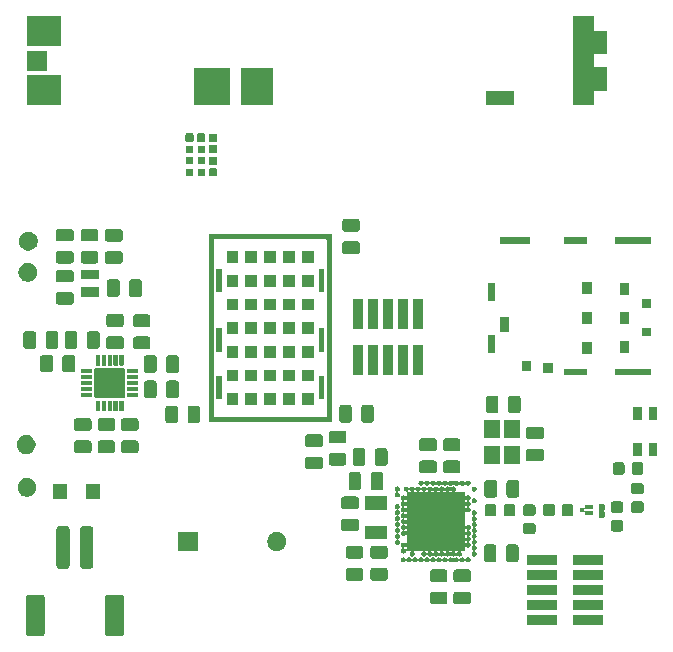
<source format=gbr>
G04 #@! TF.GenerationSoftware,KiCad,Pcbnew,(5.1.0-0)*
G04 #@! TF.CreationDate,2020-07-17T10:06:27-06:00*
G04 #@! TF.ProjectId,Monitor,4d6f6e69-746f-4722-9e6b-696361645f70,rev?*
G04 #@! TF.SameCoordinates,Original*
G04 #@! TF.FileFunction,Soldermask,Top*
G04 #@! TF.FilePolarity,Negative*
%FSLAX46Y46*%
G04 Gerber Fmt 4.6, Leading zero omitted, Abs format (unit mm)*
G04 Created by KiCad (PCBNEW (5.1.0-0)) date 2020-07-17 10:06:27*
%MOMM*%
%LPD*%
G04 APERTURE LIST*
%ADD10C,0.100000*%
G04 APERTURE END LIST*
D10*
G36*
X132469956Y-111403817D02*
G01*
X132512031Y-111416580D01*
X132550810Y-111437308D01*
X132584798Y-111465202D01*
X132612692Y-111499190D01*
X132633420Y-111537969D01*
X132646183Y-111580044D01*
X132650800Y-111626918D01*
X132650800Y-114673082D01*
X132646183Y-114719956D01*
X132633420Y-114762031D01*
X132612692Y-114800810D01*
X132584798Y-114834798D01*
X132550810Y-114862692D01*
X132512031Y-114883420D01*
X132469956Y-114896183D01*
X132423082Y-114900800D01*
X131276918Y-114900800D01*
X131230044Y-114896183D01*
X131187969Y-114883420D01*
X131149190Y-114862692D01*
X131115202Y-114834798D01*
X131087308Y-114800810D01*
X131066580Y-114762031D01*
X131053817Y-114719956D01*
X131049200Y-114673082D01*
X131049200Y-111626918D01*
X131053817Y-111580044D01*
X131066580Y-111537969D01*
X131087308Y-111499190D01*
X131115202Y-111465202D01*
X131149190Y-111437308D01*
X131187969Y-111416580D01*
X131230044Y-111403817D01*
X131276918Y-111399200D01*
X132423082Y-111399200D01*
X132469956Y-111403817D01*
X132469956Y-111403817D01*
G37*
G36*
X125769956Y-111403817D02*
G01*
X125812031Y-111416580D01*
X125850810Y-111437308D01*
X125884798Y-111465202D01*
X125912692Y-111499190D01*
X125933420Y-111537969D01*
X125946183Y-111580044D01*
X125950800Y-111626918D01*
X125950800Y-114673082D01*
X125946183Y-114719956D01*
X125933420Y-114762031D01*
X125912692Y-114800810D01*
X125884798Y-114834798D01*
X125850810Y-114862692D01*
X125812031Y-114883420D01*
X125769956Y-114896183D01*
X125723082Y-114900800D01*
X124576918Y-114900800D01*
X124530044Y-114896183D01*
X124487969Y-114883420D01*
X124449190Y-114862692D01*
X124415202Y-114834798D01*
X124387308Y-114800810D01*
X124366580Y-114762031D01*
X124353817Y-114719956D01*
X124349200Y-114673082D01*
X124349200Y-111626918D01*
X124353817Y-111580044D01*
X124366580Y-111537969D01*
X124387308Y-111499190D01*
X124415202Y-111465202D01*
X124449190Y-111437308D01*
X124487969Y-111416580D01*
X124530044Y-111403817D01*
X124576918Y-111399200D01*
X125723082Y-111399200D01*
X125769956Y-111403817D01*
X125769956Y-111403817D01*
G37*
G36*
X173200800Y-113970800D02*
G01*
X170699200Y-113970800D01*
X170699200Y-113109200D01*
X173200800Y-113109200D01*
X173200800Y-113970800D01*
X173200800Y-113970800D01*
G37*
G36*
X169300800Y-113970800D02*
G01*
X166799200Y-113970800D01*
X166799200Y-113109200D01*
X169300800Y-113109200D01*
X169300800Y-113970800D01*
X169300800Y-113970800D01*
G37*
G36*
X173200800Y-112700800D02*
G01*
X170699200Y-112700800D01*
X170699200Y-111839200D01*
X173200800Y-111839200D01*
X173200800Y-112700800D01*
X173200800Y-112700800D01*
G37*
G36*
X169300800Y-112700800D02*
G01*
X166799200Y-112700800D01*
X166799200Y-111839200D01*
X169300800Y-111839200D01*
X169300800Y-112700800D01*
X169300800Y-112700800D01*
G37*
G36*
X161859651Y-111154063D02*
G01*
X161904134Y-111167556D01*
X161945120Y-111189464D01*
X161981050Y-111218950D01*
X162010536Y-111254880D01*
X162032444Y-111295866D01*
X162045937Y-111340349D01*
X162050800Y-111389717D01*
X162050800Y-111985283D01*
X162045937Y-112034651D01*
X162032444Y-112079134D01*
X162010536Y-112120120D01*
X161981050Y-112156050D01*
X161945120Y-112185536D01*
X161904134Y-112207444D01*
X161859651Y-112220937D01*
X161810283Y-112225800D01*
X160789717Y-112225800D01*
X160740349Y-112220937D01*
X160695866Y-112207444D01*
X160654880Y-112185536D01*
X160618950Y-112156050D01*
X160589464Y-112120120D01*
X160567556Y-112079134D01*
X160554063Y-112034651D01*
X160549200Y-111985283D01*
X160549200Y-111389717D01*
X160554063Y-111340349D01*
X160567556Y-111295866D01*
X160589464Y-111254880D01*
X160618950Y-111218950D01*
X160654880Y-111189464D01*
X160695866Y-111167556D01*
X160740349Y-111154063D01*
X160789717Y-111149200D01*
X161810283Y-111149200D01*
X161859651Y-111154063D01*
X161859651Y-111154063D01*
G37*
G36*
X159859651Y-111154063D02*
G01*
X159904134Y-111167556D01*
X159945120Y-111189464D01*
X159981050Y-111218950D01*
X160010536Y-111254880D01*
X160032444Y-111295866D01*
X160045937Y-111340349D01*
X160050800Y-111389717D01*
X160050800Y-111985283D01*
X160045937Y-112034651D01*
X160032444Y-112079134D01*
X160010536Y-112120120D01*
X159981050Y-112156050D01*
X159945120Y-112185536D01*
X159904134Y-112207444D01*
X159859651Y-112220937D01*
X159810283Y-112225800D01*
X158789717Y-112225800D01*
X158740349Y-112220937D01*
X158695866Y-112207444D01*
X158654880Y-112185536D01*
X158618950Y-112156050D01*
X158589464Y-112120120D01*
X158567556Y-112079134D01*
X158554063Y-112034651D01*
X158549200Y-111985283D01*
X158549200Y-111389717D01*
X158554063Y-111340349D01*
X158567556Y-111295866D01*
X158589464Y-111254880D01*
X158618950Y-111218950D01*
X158654880Y-111189464D01*
X158695866Y-111167556D01*
X158740349Y-111154063D01*
X158789717Y-111149200D01*
X159810283Y-111149200D01*
X159859651Y-111154063D01*
X159859651Y-111154063D01*
G37*
G36*
X173200800Y-111430800D02*
G01*
X170699200Y-111430800D01*
X170699200Y-110569200D01*
X173200800Y-110569200D01*
X173200800Y-111430800D01*
X173200800Y-111430800D01*
G37*
G36*
X169300800Y-111430800D02*
G01*
X166799200Y-111430800D01*
X166799200Y-110569200D01*
X169300800Y-110569200D01*
X169300800Y-111430800D01*
X169300800Y-111430800D01*
G37*
G36*
X159859651Y-109279063D02*
G01*
X159904134Y-109292556D01*
X159945120Y-109314464D01*
X159981050Y-109343950D01*
X160010536Y-109379880D01*
X160032444Y-109420866D01*
X160045937Y-109465349D01*
X160050800Y-109514717D01*
X160050800Y-110110283D01*
X160045937Y-110159651D01*
X160032444Y-110204134D01*
X160010536Y-110245120D01*
X159981050Y-110281050D01*
X159945120Y-110310536D01*
X159904134Y-110332444D01*
X159859651Y-110345937D01*
X159810283Y-110350800D01*
X158789717Y-110350800D01*
X158740349Y-110345937D01*
X158695866Y-110332444D01*
X158654880Y-110310536D01*
X158618950Y-110281050D01*
X158589464Y-110245120D01*
X158567556Y-110204134D01*
X158554063Y-110159651D01*
X158549200Y-110110283D01*
X158549200Y-109514717D01*
X158554063Y-109465349D01*
X158567556Y-109420866D01*
X158589464Y-109379880D01*
X158618950Y-109343950D01*
X158654880Y-109314464D01*
X158695866Y-109292556D01*
X158740349Y-109279063D01*
X158789717Y-109274200D01*
X159810283Y-109274200D01*
X159859651Y-109279063D01*
X159859651Y-109279063D01*
G37*
G36*
X161859651Y-109279063D02*
G01*
X161904134Y-109292556D01*
X161945120Y-109314464D01*
X161981050Y-109343950D01*
X162010536Y-109379880D01*
X162032444Y-109420866D01*
X162045937Y-109465349D01*
X162050800Y-109514717D01*
X162050800Y-110110283D01*
X162045937Y-110159651D01*
X162032444Y-110204134D01*
X162010536Y-110245120D01*
X161981050Y-110281050D01*
X161945120Y-110310536D01*
X161904134Y-110332444D01*
X161859651Y-110345937D01*
X161810283Y-110350800D01*
X160789717Y-110350800D01*
X160740349Y-110345937D01*
X160695866Y-110332444D01*
X160654880Y-110310536D01*
X160618950Y-110281050D01*
X160589464Y-110245120D01*
X160567556Y-110204134D01*
X160554063Y-110159651D01*
X160549200Y-110110283D01*
X160549200Y-109514717D01*
X160554063Y-109465349D01*
X160567556Y-109420866D01*
X160589464Y-109379880D01*
X160618950Y-109343950D01*
X160654880Y-109314464D01*
X160695866Y-109292556D01*
X160740349Y-109279063D01*
X160789717Y-109274200D01*
X161810283Y-109274200D01*
X161859651Y-109279063D01*
X161859651Y-109279063D01*
G37*
G36*
X154809651Y-109154063D02*
G01*
X154854134Y-109167556D01*
X154895120Y-109189464D01*
X154931050Y-109218950D01*
X154960536Y-109254880D01*
X154982444Y-109295866D01*
X154995937Y-109340349D01*
X155000800Y-109389717D01*
X155000800Y-109985283D01*
X154995937Y-110034651D01*
X154982444Y-110079134D01*
X154960536Y-110120120D01*
X154931050Y-110156050D01*
X154895120Y-110185536D01*
X154854134Y-110207444D01*
X154809651Y-110220937D01*
X154760283Y-110225800D01*
X153739717Y-110225800D01*
X153690349Y-110220937D01*
X153645866Y-110207444D01*
X153604880Y-110185536D01*
X153568950Y-110156050D01*
X153539464Y-110120120D01*
X153517556Y-110079134D01*
X153504063Y-110034651D01*
X153499200Y-109985283D01*
X153499200Y-109389717D01*
X153504063Y-109340349D01*
X153517556Y-109295866D01*
X153539464Y-109254880D01*
X153568950Y-109218950D01*
X153604880Y-109189464D01*
X153645866Y-109167556D01*
X153690349Y-109154063D01*
X153739717Y-109149200D01*
X154760283Y-109149200D01*
X154809651Y-109154063D01*
X154809651Y-109154063D01*
G37*
G36*
X152734651Y-109154063D02*
G01*
X152779134Y-109167556D01*
X152820120Y-109189464D01*
X152856050Y-109218950D01*
X152885536Y-109254880D01*
X152907444Y-109295866D01*
X152920937Y-109340349D01*
X152925800Y-109389717D01*
X152925800Y-109985283D01*
X152920937Y-110034651D01*
X152907444Y-110079134D01*
X152885536Y-110120120D01*
X152856050Y-110156050D01*
X152820120Y-110185536D01*
X152779134Y-110207444D01*
X152734651Y-110220937D01*
X152685283Y-110225800D01*
X151664717Y-110225800D01*
X151615349Y-110220937D01*
X151570866Y-110207444D01*
X151529880Y-110185536D01*
X151493950Y-110156050D01*
X151464464Y-110120120D01*
X151442556Y-110079134D01*
X151429063Y-110034651D01*
X151424200Y-109985283D01*
X151424200Y-109389717D01*
X151429063Y-109340349D01*
X151442556Y-109295866D01*
X151464464Y-109254880D01*
X151493950Y-109218950D01*
X151529880Y-109189464D01*
X151570866Y-109167556D01*
X151615349Y-109154063D01*
X151664717Y-109149200D01*
X152685283Y-109149200D01*
X152734651Y-109154063D01*
X152734651Y-109154063D01*
G37*
G36*
X173200800Y-110160800D02*
G01*
X170699200Y-110160800D01*
X170699200Y-109299200D01*
X173200800Y-109299200D01*
X173200800Y-110160800D01*
X173200800Y-110160800D01*
G37*
G36*
X169300800Y-110160800D02*
G01*
X166799200Y-110160800D01*
X166799200Y-109299200D01*
X169300800Y-109299200D01*
X169300800Y-110160800D01*
X169300800Y-110160800D01*
G37*
G36*
X129854623Y-105604183D02*
G01*
X129900272Y-105618030D01*
X129942344Y-105640518D01*
X129979219Y-105670781D01*
X130009482Y-105707656D01*
X130031970Y-105749728D01*
X130045817Y-105795377D01*
X130050800Y-105845967D01*
X130050800Y-108954033D01*
X130045817Y-109004623D01*
X130031970Y-109050272D01*
X130009482Y-109092344D01*
X129979219Y-109129219D01*
X129942344Y-109159482D01*
X129900272Y-109181970D01*
X129854623Y-109195817D01*
X129804033Y-109200800D01*
X129195967Y-109200800D01*
X129145377Y-109195817D01*
X129099728Y-109181970D01*
X129057656Y-109159482D01*
X129020781Y-109129219D01*
X128990518Y-109092344D01*
X128968030Y-109050272D01*
X128954183Y-109004623D01*
X128949200Y-108954033D01*
X128949200Y-105845967D01*
X128954183Y-105795377D01*
X128968030Y-105749728D01*
X128990518Y-105707656D01*
X129020781Y-105670781D01*
X129057656Y-105640518D01*
X129099728Y-105618030D01*
X129145377Y-105604183D01*
X129195967Y-105599200D01*
X129804033Y-105599200D01*
X129854623Y-105604183D01*
X129854623Y-105604183D01*
G37*
G36*
X127854623Y-105604183D02*
G01*
X127900272Y-105618030D01*
X127942344Y-105640518D01*
X127979219Y-105670781D01*
X128009482Y-105707656D01*
X128031970Y-105749728D01*
X128045817Y-105795377D01*
X128050800Y-105845967D01*
X128050800Y-108954033D01*
X128045817Y-109004623D01*
X128031970Y-109050272D01*
X128009482Y-109092344D01*
X127979219Y-109129219D01*
X127942344Y-109159482D01*
X127900272Y-109181970D01*
X127854623Y-109195817D01*
X127804033Y-109200800D01*
X127195967Y-109200800D01*
X127145377Y-109195817D01*
X127099728Y-109181970D01*
X127057656Y-109159482D01*
X127020781Y-109129219D01*
X126990518Y-109092344D01*
X126968030Y-109050272D01*
X126954183Y-109004623D01*
X126949200Y-108954033D01*
X126949200Y-105845967D01*
X126954183Y-105795377D01*
X126968030Y-105749728D01*
X126990518Y-105707656D01*
X127020781Y-105670781D01*
X127057656Y-105640518D01*
X127099728Y-105618030D01*
X127145377Y-105604183D01*
X127195967Y-105599200D01*
X127804033Y-105599200D01*
X127854623Y-105604183D01*
X127854623Y-105604183D01*
G37*
G36*
X173200800Y-108890800D02*
G01*
X170699200Y-108890800D01*
X170699200Y-108029200D01*
X173200800Y-108029200D01*
X173200800Y-108890800D01*
X173200800Y-108890800D01*
G37*
G36*
X169300800Y-108890800D02*
G01*
X166799200Y-108890800D01*
X166799200Y-108029200D01*
X169300800Y-108029200D01*
X169300800Y-108890800D01*
X169300800Y-108890800D01*
G37*
G36*
X156372946Y-108257493D02*
G01*
X156412220Y-108273761D01*
X156447564Y-108297377D01*
X156477623Y-108327436D01*
X156480969Y-108332444D01*
X156501239Y-108362780D01*
X156501335Y-108363012D01*
X156507202Y-108373990D01*
X156515099Y-108383613D01*
X156524722Y-108391509D01*
X156535700Y-108397377D01*
X156547612Y-108400991D01*
X156560000Y-108402211D01*
X156572388Y-108400991D01*
X156584300Y-108397377D01*
X156595278Y-108391510D01*
X156604901Y-108383613D01*
X156612797Y-108373990D01*
X156618665Y-108363012D01*
X156618761Y-108362780D01*
X156639031Y-108332444D01*
X156642377Y-108327436D01*
X156672436Y-108297377D01*
X156707780Y-108273761D01*
X156747054Y-108257493D01*
X156788746Y-108249200D01*
X156831254Y-108249200D01*
X156872946Y-108257493D01*
X156899205Y-108268370D01*
X156909136Y-108271383D01*
X156911220Y-108273093D01*
X156912219Y-108273761D01*
X156912220Y-108273761D01*
X156947564Y-108297377D01*
X156977623Y-108327436D01*
X156980969Y-108332444D01*
X157001239Y-108362780D01*
X157001335Y-108363012D01*
X157007202Y-108373990D01*
X157015099Y-108383613D01*
X157024722Y-108391509D01*
X157035700Y-108397377D01*
X157047612Y-108400991D01*
X157060000Y-108402211D01*
X157072388Y-108400991D01*
X157084300Y-108397377D01*
X157095278Y-108391510D01*
X157104901Y-108383613D01*
X157112797Y-108373990D01*
X157118665Y-108363012D01*
X157118761Y-108362780D01*
X157139031Y-108332444D01*
X157142377Y-108327436D01*
X157172436Y-108297377D01*
X157207780Y-108273761D01*
X157207781Y-108273761D01*
X157208780Y-108273093D01*
X157210864Y-108271383D01*
X157220795Y-108268370D01*
X157247054Y-108257493D01*
X157288746Y-108249200D01*
X157331254Y-108249200D01*
X157372946Y-108257493D01*
X157412220Y-108273761D01*
X157447564Y-108297377D01*
X157477623Y-108327436D01*
X157480969Y-108332444D01*
X157501239Y-108362780D01*
X157501335Y-108363012D01*
X157507202Y-108373990D01*
X157515099Y-108383613D01*
X157524722Y-108391509D01*
X157535700Y-108397377D01*
X157547612Y-108400991D01*
X157560000Y-108402211D01*
X157572388Y-108400991D01*
X157584300Y-108397377D01*
X157595278Y-108391510D01*
X157604901Y-108383613D01*
X157612797Y-108373990D01*
X157618665Y-108363012D01*
X157618761Y-108362780D01*
X157639031Y-108332444D01*
X157642377Y-108327436D01*
X157672436Y-108297377D01*
X157707780Y-108273761D01*
X157747054Y-108257493D01*
X157788746Y-108249200D01*
X157831254Y-108249200D01*
X157872946Y-108257493D01*
X157899205Y-108268370D01*
X157909136Y-108271383D01*
X157911220Y-108273093D01*
X157912219Y-108273761D01*
X157912220Y-108273761D01*
X157947564Y-108297377D01*
X157977623Y-108327436D01*
X157980969Y-108332444D01*
X158001239Y-108362780D01*
X158001335Y-108363012D01*
X158007202Y-108373990D01*
X158015099Y-108383613D01*
X158024722Y-108391509D01*
X158035700Y-108397377D01*
X158047612Y-108400991D01*
X158060000Y-108402211D01*
X158072388Y-108400991D01*
X158084300Y-108397377D01*
X158095278Y-108391510D01*
X158104901Y-108383613D01*
X158112797Y-108373990D01*
X158118665Y-108363012D01*
X158118761Y-108362780D01*
X158139031Y-108332444D01*
X158142377Y-108327436D01*
X158172436Y-108297377D01*
X158207780Y-108273761D01*
X158207781Y-108273761D01*
X158208780Y-108273093D01*
X158210864Y-108271383D01*
X158220795Y-108268370D01*
X158247054Y-108257493D01*
X158288746Y-108249200D01*
X158331254Y-108249200D01*
X158372946Y-108257493D01*
X158399205Y-108268370D01*
X158409136Y-108271383D01*
X158411220Y-108273093D01*
X158412219Y-108273761D01*
X158412220Y-108273761D01*
X158447564Y-108297377D01*
X158477623Y-108327436D01*
X158480969Y-108332444D01*
X158501239Y-108362780D01*
X158501335Y-108363012D01*
X158507202Y-108373990D01*
X158515099Y-108383613D01*
X158524722Y-108391509D01*
X158535700Y-108397377D01*
X158547612Y-108400991D01*
X158560000Y-108402211D01*
X158572388Y-108400991D01*
X158584300Y-108397377D01*
X158595278Y-108391510D01*
X158604901Y-108383613D01*
X158612797Y-108373990D01*
X158618665Y-108363012D01*
X158618761Y-108362780D01*
X158639031Y-108332444D01*
X158642377Y-108327436D01*
X158672436Y-108297377D01*
X158707780Y-108273761D01*
X158707781Y-108273761D01*
X158708780Y-108273093D01*
X158710864Y-108271383D01*
X158720795Y-108268370D01*
X158747054Y-108257493D01*
X158788746Y-108249200D01*
X158831254Y-108249200D01*
X158872946Y-108257493D01*
X158899205Y-108268370D01*
X158909136Y-108271383D01*
X158911220Y-108273093D01*
X158912219Y-108273761D01*
X158912220Y-108273761D01*
X158947564Y-108297377D01*
X158977623Y-108327436D01*
X158980969Y-108332444D01*
X159001239Y-108362780D01*
X159001335Y-108363012D01*
X159007202Y-108373990D01*
X159015099Y-108383613D01*
X159024722Y-108391509D01*
X159035700Y-108397377D01*
X159047612Y-108400991D01*
X159060000Y-108402211D01*
X159072388Y-108400991D01*
X159084300Y-108397377D01*
X159095278Y-108391510D01*
X159104901Y-108383613D01*
X159112797Y-108373990D01*
X159118665Y-108363012D01*
X159118761Y-108362780D01*
X159139031Y-108332444D01*
X159142377Y-108327436D01*
X159172436Y-108297377D01*
X159207780Y-108273761D01*
X159207781Y-108273761D01*
X159208780Y-108273093D01*
X159210864Y-108271383D01*
X159220795Y-108268370D01*
X159247054Y-108257493D01*
X159288746Y-108249200D01*
X159331254Y-108249200D01*
X159372946Y-108257493D01*
X159399205Y-108268370D01*
X159409136Y-108271383D01*
X159411220Y-108273093D01*
X159412219Y-108273761D01*
X159412220Y-108273761D01*
X159447564Y-108297377D01*
X159477623Y-108327436D01*
X159480969Y-108332444D01*
X159501239Y-108362780D01*
X159501335Y-108363012D01*
X159507202Y-108373990D01*
X159515099Y-108383613D01*
X159524722Y-108391509D01*
X159535700Y-108397377D01*
X159547612Y-108400991D01*
X159560000Y-108402211D01*
X159572388Y-108400991D01*
X159584300Y-108397377D01*
X159595278Y-108391510D01*
X159604901Y-108383613D01*
X159612797Y-108373990D01*
X159618665Y-108363012D01*
X159618761Y-108362780D01*
X159639031Y-108332444D01*
X159642377Y-108327436D01*
X159672436Y-108297377D01*
X159707780Y-108273761D01*
X159707781Y-108273761D01*
X159708780Y-108273093D01*
X159710864Y-108271383D01*
X159720795Y-108268370D01*
X159747054Y-108257493D01*
X159788746Y-108249200D01*
X159831254Y-108249200D01*
X159872946Y-108257493D01*
X159899205Y-108268370D01*
X159909136Y-108271383D01*
X159911220Y-108273093D01*
X159912219Y-108273761D01*
X159912220Y-108273761D01*
X159947564Y-108297377D01*
X159977623Y-108327436D01*
X159980969Y-108332444D01*
X160001239Y-108362780D01*
X160001335Y-108363012D01*
X160007202Y-108373990D01*
X160015099Y-108383613D01*
X160024722Y-108391509D01*
X160035700Y-108397377D01*
X160047612Y-108400991D01*
X160060000Y-108402211D01*
X160072388Y-108400991D01*
X160084300Y-108397377D01*
X160095278Y-108391510D01*
X160104901Y-108383613D01*
X160112797Y-108373990D01*
X160118665Y-108363012D01*
X160118761Y-108362780D01*
X160139031Y-108332444D01*
X160142377Y-108327436D01*
X160172436Y-108297377D01*
X160207780Y-108273761D01*
X160207781Y-108273761D01*
X160208780Y-108273093D01*
X160210864Y-108271383D01*
X160220795Y-108268370D01*
X160247054Y-108257493D01*
X160288746Y-108249200D01*
X160331254Y-108249200D01*
X160372946Y-108257493D01*
X160399205Y-108268370D01*
X160409136Y-108271383D01*
X160411220Y-108273093D01*
X160412219Y-108273761D01*
X160412220Y-108273761D01*
X160447564Y-108297377D01*
X160477623Y-108327436D01*
X160480969Y-108332444D01*
X160501239Y-108362780D01*
X160501335Y-108363012D01*
X160507202Y-108373990D01*
X160515099Y-108383613D01*
X160524722Y-108391509D01*
X160535700Y-108397377D01*
X160547612Y-108400991D01*
X160560000Y-108402211D01*
X160572388Y-108400991D01*
X160584300Y-108397377D01*
X160595278Y-108391510D01*
X160604901Y-108383613D01*
X160612797Y-108373990D01*
X160618665Y-108363012D01*
X160618761Y-108362780D01*
X160639031Y-108332444D01*
X160642377Y-108327436D01*
X160672436Y-108297377D01*
X160707780Y-108273761D01*
X160707781Y-108273761D01*
X160708780Y-108273093D01*
X160710864Y-108271383D01*
X160720795Y-108268370D01*
X160747054Y-108257493D01*
X160788746Y-108249200D01*
X160831254Y-108249200D01*
X160872946Y-108257493D01*
X160899205Y-108268370D01*
X160909136Y-108271383D01*
X160911220Y-108273093D01*
X160912219Y-108273761D01*
X160912220Y-108273761D01*
X160947564Y-108297377D01*
X160977623Y-108327436D01*
X160980969Y-108332444D01*
X161001239Y-108362780D01*
X161001335Y-108363012D01*
X161007202Y-108373990D01*
X161015099Y-108383613D01*
X161024722Y-108391509D01*
X161035700Y-108397377D01*
X161047612Y-108400991D01*
X161060000Y-108402211D01*
X161072388Y-108400991D01*
X161084300Y-108397377D01*
X161095278Y-108391510D01*
X161104901Y-108383613D01*
X161112797Y-108373990D01*
X161118665Y-108363012D01*
X161118761Y-108362780D01*
X161139031Y-108332444D01*
X161142377Y-108327436D01*
X161172436Y-108297377D01*
X161207780Y-108273761D01*
X161207781Y-108273761D01*
X161208780Y-108273093D01*
X161210864Y-108271383D01*
X161220795Y-108268370D01*
X161247054Y-108257493D01*
X161288746Y-108249200D01*
X161331254Y-108249200D01*
X161372946Y-108257493D01*
X161412220Y-108273761D01*
X161447564Y-108297377D01*
X161477623Y-108327436D01*
X161480969Y-108332444D01*
X161501239Y-108362780D01*
X161501335Y-108363012D01*
X161507202Y-108373990D01*
X161515099Y-108383613D01*
X161524722Y-108391509D01*
X161535700Y-108397377D01*
X161547612Y-108400991D01*
X161560000Y-108402211D01*
X161572388Y-108400991D01*
X161584300Y-108397377D01*
X161595278Y-108391510D01*
X161604901Y-108383613D01*
X161612797Y-108373990D01*
X161618665Y-108363012D01*
X161618761Y-108362780D01*
X161639031Y-108332444D01*
X161642377Y-108327436D01*
X161672436Y-108297377D01*
X161707780Y-108273761D01*
X161747054Y-108257493D01*
X161788746Y-108249200D01*
X161831254Y-108249200D01*
X161872946Y-108257493D01*
X161912220Y-108273761D01*
X161947564Y-108297377D01*
X161977623Y-108327436D01*
X162001239Y-108362780D01*
X162017507Y-108402054D01*
X162025800Y-108443746D01*
X162025800Y-108486254D01*
X162017507Y-108527946D01*
X162001239Y-108567220D01*
X161977623Y-108602564D01*
X161947564Y-108632623D01*
X161912220Y-108656239D01*
X161872946Y-108672507D01*
X161831254Y-108680800D01*
X161788746Y-108680800D01*
X161747054Y-108672507D01*
X161707780Y-108656239D01*
X161672436Y-108632623D01*
X161642377Y-108602564D01*
X161618761Y-108567220D01*
X161618665Y-108566987D01*
X161612798Y-108556010D01*
X161604901Y-108546387D01*
X161595278Y-108538491D01*
X161584300Y-108532623D01*
X161572388Y-108529009D01*
X161560000Y-108527789D01*
X161547612Y-108529009D01*
X161535700Y-108532623D01*
X161524722Y-108538490D01*
X161515099Y-108546387D01*
X161507203Y-108556010D01*
X161501335Y-108566987D01*
X161501239Y-108567220D01*
X161477623Y-108602564D01*
X161447564Y-108632623D01*
X161412220Y-108656239D01*
X161372946Y-108672507D01*
X161331254Y-108680800D01*
X161288746Y-108680800D01*
X161247054Y-108672507D01*
X161207780Y-108656239D01*
X161172436Y-108632623D01*
X161142377Y-108602564D01*
X161118761Y-108567220D01*
X161118665Y-108566987D01*
X161112798Y-108556010D01*
X161104901Y-108546387D01*
X161095278Y-108538491D01*
X161084300Y-108532623D01*
X161072388Y-108529009D01*
X161060000Y-108527789D01*
X161047612Y-108529009D01*
X161035700Y-108532623D01*
X161024722Y-108538490D01*
X161015099Y-108546387D01*
X161007203Y-108556010D01*
X161001335Y-108566987D01*
X161001239Y-108567220D01*
X160977623Y-108602564D01*
X160947564Y-108632623D01*
X160912220Y-108656239D01*
X160872946Y-108672507D01*
X160831254Y-108680800D01*
X160788746Y-108680800D01*
X160747054Y-108672507D01*
X160707780Y-108656239D01*
X160672436Y-108632623D01*
X160642377Y-108602564D01*
X160618761Y-108567220D01*
X160618665Y-108566987D01*
X160612798Y-108556010D01*
X160604901Y-108546387D01*
X160595278Y-108538491D01*
X160584300Y-108532623D01*
X160572388Y-108529009D01*
X160560000Y-108527789D01*
X160547612Y-108529009D01*
X160535700Y-108532623D01*
X160524722Y-108538490D01*
X160515099Y-108546387D01*
X160507203Y-108556010D01*
X160501335Y-108566987D01*
X160501239Y-108567220D01*
X160477623Y-108602564D01*
X160447564Y-108632623D01*
X160412220Y-108656239D01*
X160372946Y-108672507D01*
X160331254Y-108680800D01*
X160288746Y-108680800D01*
X160247054Y-108672507D01*
X160207780Y-108656239D01*
X160172436Y-108632623D01*
X160142377Y-108602564D01*
X160118761Y-108567220D01*
X160118665Y-108566987D01*
X160112798Y-108556010D01*
X160104901Y-108546387D01*
X160095278Y-108538491D01*
X160084300Y-108532623D01*
X160072388Y-108529009D01*
X160060000Y-108527789D01*
X160047612Y-108529009D01*
X160035700Y-108532623D01*
X160024722Y-108538490D01*
X160015099Y-108546387D01*
X160007203Y-108556010D01*
X160001335Y-108566987D01*
X160001239Y-108567220D01*
X159977623Y-108602564D01*
X159947564Y-108632623D01*
X159912220Y-108656239D01*
X159872946Y-108672507D01*
X159831254Y-108680800D01*
X159788746Y-108680800D01*
X159747054Y-108672507D01*
X159707780Y-108656239D01*
X159672436Y-108632623D01*
X159642377Y-108602564D01*
X159618761Y-108567220D01*
X159618665Y-108566987D01*
X159612798Y-108556010D01*
X159604901Y-108546387D01*
X159595278Y-108538491D01*
X159584300Y-108532623D01*
X159572388Y-108529009D01*
X159560000Y-108527789D01*
X159547612Y-108529009D01*
X159535700Y-108532623D01*
X159524722Y-108538490D01*
X159515099Y-108546387D01*
X159507203Y-108556010D01*
X159501335Y-108566987D01*
X159501239Y-108567220D01*
X159477623Y-108602564D01*
X159447564Y-108632623D01*
X159412220Y-108656239D01*
X159372946Y-108672507D01*
X159331254Y-108680800D01*
X159288746Y-108680800D01*
X159247054Y-108672507D01*
X159207780Y-108656239D01*
X159172436Y-108632623D01*
X159142377Y-108602564D01*
X159118761Y-108567220D01*
X159118665Y-108566987D01*
X159112798Y-108556010D01*
X159104901Y-108546387D01*
X159095278Y-108538491D01*
X159084300Y-108532623D01*
X159072388Y-108529009D01*
X159060000Y-108527789D01*
X159047612Y-108529009D01*
X159035700Y-108532623D01*
X159024722Y-108538490D01*
X159015099Y-108546387D01*
X159007203Y-108556010D01*
X159001335Y-108566987D01*
X159001239Y-108567220D01*
X158977623Y-108602564D01*
X158947564Y-108632623D01*
X158912220Y-108656239D01*
X158872946Y-108672507D01*
X158831254Y-108680800D01*
X158788746Y-108680800D01*
X158747054Y-108672507D01*
X158707780Y-108656239D01*
X158672436Y-108632623D01*
X158642377Y-108602564D01*
X158618761Y-108567220D01*
X158618665Y-108566987D01*
X158612798Y-108556010D01*
X158604901Y-108546387D01*
X158595278Y-108538491D01*
X158584300Y-108532623D01*
X158572388Y-108529009D01*
X158560000Y-108527789D01*
X158547612Y-108529009D01*
X158535700Y-108532623D01*
X158524722Y-108538490D01*
X158515099Y-108546387D01*
X158507203Y-108556010D01*
X158501335Y-108566987D01*
X158501239Y-108567220D01*
X158477623Y-108602564D01*
X158447564Y-108632623D01*
X158412220Y-108656239D01*
X158372946Y-108672507D01*
X158331254Y-108680800D01*
X158288746Y-108680800D01*
X158247054Y-108672507D01*
X158207780Y-108656239D01*
X158172436Y-108632623D01*
X158142377Y-108602564D01*
X158118761Y-108567220D01*
X158118665Y-108566987D01*
X158112798Y-108556010D01*
X158104901Y-108546387D01*
X158095278Y-108538491D01*
X158084300Y-108532623D01*
X158072388Y-108529009D01*
X158060000Y-108527789D01*
X158047612Y-108529009D01*
X158035700Y-108532623D01*
X158024722Y-108538490D01*
X158015099Y-108546387D01*
X158007203Y-108556010D01*
X158001335Y-108566987D01*
X158001239Y-108567220D01*
X157977623Y-108602564D01*
X157947564Y-108632623D01*
X157912220Y-108656239D01*
X157872946Y-108672507D01*
X157831254Y-108680800D01*
X157788746Y-108680800D01*
X157747054Y-108672507D01*
X157707780Y-108656239D01*
X157672436Y-108632623D01*
X157642377Y-108602564D01*
X157618761Y-108567220D01*
X157618665Y-108566987D01*
X157612798Y-108556010D01*
X157604901Y-108546387D01*
X157595278Y-108538491D01*
X157584300Y-108532623D01*
X157572388Y-108529009D01*
X157560000Y-108527789D01*
X157547612Y-108529009D01*
X157535700Y-108532623D01*
X157524722Y-108538490D01*
X157515099Y-108546387D01*
X157507203Y-108556010D01*
X157501335Y-108566987D01*
X157501239Y-108567220D01*
X157477623Y-108602564D01*
X157447564Y-108632623D01*
X157412220Y-108656239D01*
X157372946Y-108672507D01*
X157331254Y-108680800D01*
X157288746Y-108680800D01*
X157247054Y-108672507D01*
X157207780Y-108656239D01*
X157172436Y-108632623D01*
X157142377Y-108602564D01*
X157118761Y-108567220D01*
X157118665Y-108566987D01*
X157112798Y-108556010D01*
X157104901Y-108546387D01*
X157095278Y-108538491D01*
X157084300Y-108532623D01*
X157072388Y-108529009D01*
X157060000Y-108527789D01*
X157047612Y-108529009D01*
X157035700Y-108532623D01*
X157024722Y-108538490D01*
X157015099Y-108546387D01*
X157007203Y-108556010D01*
X157001335Y-108566987D01*
X157001239Y-108567220D01*
X156977623Y-108602564D01*
X156947564Y-108632623D01*
X156912220Y-108656239D01*
X156872946Y-108672507D01*
X156831254Y-108680800D01*
X156788746Y-108680800D01*
X156747054Y-108672507D01*
X156707780Y-108656239D01*
X156672436Y-108632623D01*
X156642377Y-108602564D01*
X156618761Y-108567220D01*
X156618665Y-108566987D01*
X156612798Y-108556010D01*
X156604901Y-108546387D01*
X156595278Y-108538491D01*
X156584300Y-108532623D01*
X156572388Y-108529009D01*
X156560000Y-108527789D01*
X156547612Y-108529009D01*
X156535700Y-108532623D01*
X156524722Y-108538490D01*
X156515099Y-108546387D01*
X156507203Y-108556010D01*
X156501335Y-108566987D01*
X156501239Y-108567220D01*
X156477623Y-108602564D01*
X156447564Y-108632623D01*
X156412220Y-108656239D01*
X156372946Y-108672507D01*
X156331254Y-108680800D01*
X156288746Y-108680800D01*
X156247054Y-108672507D01*
X156207780Y-108656239D01*
X156172436Y-108632623D01*
X156142377Y-108602564D01*
X156118761Y-108567220D01*
X156102493Y-108527946D01*
X156094200Y-108486254D01*
X156094200Y-108443746D01*
X156102493Y-108402054D01*
X156118761Y-108362780D01*
X156142377Y-108327436D01*
X156172436Y-108297377D01*
X156207780Y-108273761D01*
X156247054Y-108257493D01*
X156288746Y-108249200D01*
X156331254Y-108249200D01*
X156372946Y-108257493D01*
X156372946Y-108257493D01*
G37*
G36*
X165884651Y-107154063D02*
G01*
X165929134Y-107167556D01*
X165970120Y-107189464D01*
X166006050Y-107218950D01*
X166035536Y-107254880D01*
X166057444Y-107295866D01*
X166070937Y-107340349D01*
X166075800Y-107389717D01*
X166075800Y-108410283D01*
X166070937Y-108459651D01*
X166057444Y-108504134D01*
X166035536Y-108545120D01*
X166006050Y-108581050D01*
X165970120Y-108610536D01*
X165929134Y-108632444D01*
X165884651Y-108645937D01*
X165835283Y-108650800D01*
X165239717Y-108650800D01*
X165190349Y-108645937D01*
X165145866Y-108632444D01*
X165104880Y-108610536D01*
X165068950Y-108581050D01*
X165039464Y-108545120D01*
X165017556Y-108504134D01*
X165004063Y-108459651D01*
X164999200Y-108410283D01*
X164999200Y-107389717D01*
X165004063Y-107340349D01*
X165017556Y-107295866D01*
X165039464Y-107254880D01*
X165068950Y-107218950D01*
X165104880Y-107189464D01*
X165145866Y-107167556D01*
X165190349Y-107154063D01*
X165239717Y-107149200D01*
X165835283Y-107149200D01*
X165884651Y-107154063D01*
X165884651Y-107154063D01*
G37*
G36*
X164009651Y-107154063D02*
G01*
X164054134Y-107167556D01*
X164095120Y-107189464D01*
X164131050Y-107218950D01*
X164160536Y-107254880D01*
X164182444Y-107295866D01*
X164195937Y-107340349D01*
X164200800Y-107389717D01*
X164200800Y-108410283D01*
X164195937Y-108459651D01*
X164182444Y-108504134D01*
X164160536Y-108545120D01*
X164131050Y-108581050D01*
X164095120Y-108610536D01*
X164054134Y-108632444D01*
X164009651Y-108645937D01*
X163960283Y-108650800D01*
X163364717Y-108650800D01*
X163315349Y-108645937D01*
X163270866Y-108632444D01*
X163229880Y-108610536D01*
X163193950Y-108581050D01*
X163164464Y-108545120D01*
X163142556Y-108504134D01*
X163129063Y-108459651D01*
X163124200Y-108410283D01*
X163124200Y-107389717D01*
X163129063Y-107340349D01*
X163142556Y-107295866D01*
X163164464Y-107254880D01*
X163193950Y-107218950D01*
X163229880Y-107189464D01*
X163270866Y-107167556D01*
X163315349Y-107154063D01*
X163364717Y-107149200D01*
X163960283Y-107149200D01*
X164009651Y-107154063D01*
X164009651Y-107154063D01*
G37*
G36*
X152734651Y-107279063D02*
G01*
X152779134Y-107292556D01*
X152820120Y-107314464D01*
X152856050Y-107343950D01*
X152885536Y-107379880D01*
X152907444Y-107420866D01*
X152920937Y-107465349D01*
X152925800Y-107514717D01*
X152925800Y-108110283D01*
X152920937Y-108159651D01*
X152907444Y-108204134D01*
X152885536Y-108245120D01*
X152856050Y-108281050D01*
X152820120Y-108310536D01*
X152779134Y-108332444D01*
X152734651Y-108345937D01*
X152685283Y-108350800D01*
X151664717Y-108350800D01*
X151615349Y-108345937D01*
X151570866Y-108332444D01*
X151529880Y-108310536D01*
X151493950Y-108281050D01*
X151464464Y-108245120D01*
X151442556Y-108204134D01*
X151429063Y-108159651D01*
X151424200Y-108110283D01*
X151424200Y-107514717D01*
X151429063Y-107465349D01*
X151442556Y-107420866D01*
X151464464Y-107379880D01*
X151493950Y-107343950D01*
X151529880Y-107314464D01*
X151570866Y-107292556D01*
X151615349Y-107279063D01*
X151664717Y-107274200D01*
X152685283Y-107274200D01*
X152734651Y-107279063D01*
X152734651Y-107279063D01*
G37*
G36*
X154809651Y-107279063D02*
G01*
X154854134Y-107292556D01*
X154895120Y-107314464D01*
X154931050Y-107343950D01*
X154960536Y-107379880D01*
X154982444Y-107420866D01*
X154995937Y-107465349D01*
X155000800Y-107514717D01*
X155000800Y-108110283D01*
X154995937Y-108159651D01*
X154982444Y-108204134D01*
X154960536Y-108245120D01*
X154931050Y-108281050D01*
X154895120Y-108310536D01*
X154854134Y-108332444D01*
X154809651Y-108345937D01*
X154760283Y-108350800D01*
X153739717Y-108350800D01*
X153690349Y-108345937D01*
X153645866Y-108332444D01*
X153604880Y-108310536D01*
X153568950Y-108281050D01*
X153539464Y-108245120D01*
X153517556Y-108204134D01*
X153504063Y-108159651D01*
X153499200Y-108110283D01*
X153499200Y-107514717D01*
X153504063Y-107465349D01*
X153517556Y-107420866D01*
X153539464Y-107379880D01*
X153568950Y-107343950D01*
X153604880Y-107314464D01*
X153645866Y-107292556D01*
X153690349Y-107279063D01*
X153739717Y-107274200D01*
X154760283Y-107274200D01*
X154809651Y-107279063D01*
X154809651Y-107279063D01*
G37*
G36*
X156622946Y-102257493D02*
G01*
X156662220Y-102273761D01*
X156697564Y-102297377D01*
X156727623Y-102327436D01*
X156727626Y-102327441D01*
X156751239Y-102362780D01*
X156751335Y-102363012D01*
X156757202Y-102373990D01*
X156765099Y-102383613D01*
X156774722Y-102391509D01*
X156785700Y-102397377D01*
X156797612Y-102400991D01*
X156810000Y-102402211D01*
X156822388Y-102400991D01*
X156834300Y-102397377D01*
X156845278Y-102391510D01*
X156854901Y-102383613D01*
X156862797Y-102373990D01*
X156868665Y-102363012D01*
X156868761Y-102362780D01*
X156892374Y-102327441D01*
X156892377Y-102327436D01*
X156922436Y-102297377D01*
X156957780Y-102273761D01*
X156997054Y-102257493D01*
X157038746Y-102249200D01*
X157081254Y-102249200D01*
X157122946Y-102257493D01*
X157162220Y-102273761D01*
X157197564Y-102297377D01*
X157227623Y-102327436D01*
X157227626Y-102327441D01*
X157251239Y-102362780D01*
X157251335Y-102363012D01*
X157257202Y-102373990D01*
X157265099Y-102383613D01*
X157274722Y-102391509D01*
X157285700Y-102397377D01*
X157297612Y-102400991D01*
X157310000Y-102402211D01*
X157322388Y-102400991D01*
X157334300Y-102397377D01*
X157345278Y-102391510D01*
X157354901Y-102383613D01*
X157362797Y-102373990D01*
X157368665Y-102363012D01*
X157368761Y-102362780D01*
X157392374Y-102327441D01*
X157392377Y-102327436D01*
X157422436Y-102297377D01*
X157457780Y-102273761D01*
X157497054Y-102257493D01*
X157538746Y-102249200D01*
X157581254Y-102249200D01*
X157622946Y-102257493D01*
X157649205Y-102268370D01*
X157659136Y-102271383D01*
X157661220Y-102273093D01*
X157662219Y-102273761D01*
X157662220Y-102273761D01*
X157697564Y-102297377D01*
X157727623Y-102327436D01*
X157727626Y-102327441D01*
X157751239Y-102362780D01*
X157751335Y-102363012D01*
X157757202Y-102373990D01*
X157765099Y-102383613D01*
X157774722Y-102391509D01*
X157785700Y-102397377D01*
X157797612Y-102400991D01*
X157810000Y-102402211D01*
X157822388Y-102400991D01*
X157834300Y-102397377D01*
X157845278Y-102391510D01*
X157854901Y-102383613D01*
X157862797Y-102373990D01*
X157868665Y-102363012D01*
X157868761Y-102362780D01*
X157892374Y-102327441D01*
X157892377Y-102327436D01*
X157922436Y-102297377D01*
X157957780Y-102273761D01*
X157957781Y-102273761D01*
X157958780Y-102273093D01*
X157960864Y-102271383D01*
X157970795Y-102268370D01*
X157997054Y-102257493D01*
X158038746Y-102249200D01*
X158081254Y-102249200D01*
X158122946Y-102257493D01*
X158149205Y-102268370D01*
X158159136Y-102271383D01*
X158161220Y-102273093D01*
X158162219Y-102273761D01*
X158162220Y-102273761D01*
X158197564Y-102297377D01*
X158227623Y-102327436D01*
X158227626Y-102327441D01*
X158251239Y-102362780D01*
X158251335Y-102363012D01*
X158257202Y-102373990D01*
X158265099Y-102383613D01*
X158274722Y-102391509D01*
X158285700Y-102397377D01*
X158297612Y-102400991D01*
X158310000Y-102402211D01*
X158322388Y-102400991D01*
X158334300Y-102397377D01*
X158345278Y-102391510D01*
X158354901Y-102383613D01*
X158362797Y-102373990D01*
X158368665Y-102363012D01*
X158368761Y-102362780D01*
X158392374Y-102327441D01*
X158392377Y-102327436D01*
X158422436Y-102297377D01*
X158457780Y-102273761D01*
X158457781Y-102273761D01*
X158458780Y-102273093D01*
X158460864Y-102271383D01*
X158470795Y-102268370D01*
X158497054Y-102257493D01*
X158538746Y-102249200D01*
X158581254Y-102249200D01*
X158622946Y-102257493D01*
X158649205Y-102268370D01*
X158659136Y-102271383D01*
X158661220Y-102273093D01*
X158662219Y-102273761D01*
X158662220Y-102273761D01*
X158697564Y-102297377D01*
X158727623Y-102327436D01*
X158727626Y-102327441D01*
X158751239Y-102362780D01*
X158751335Y-102363012D01*
X158757202Y-102373990D01*
X158765099Y-102383613D01*
X158774722Y-102391509D01*
X158785700Y-102397377D01*
X158797612Y-102400991D01*
X158810000Y-102402211D01*
X158822388Y-102400991D01*
X158834300Y-102397377D01*
X158845278Y-102391510D01*
X158854901Y-102383613D01*
X158862797Y-102373990D01*
X158868665Y-102363012D01*
X158868761Y-102362780D01*
X158892374Y-102327441D01*
X158892377Y-102327436D01*
X158922436Y-102297377D01*
X158957780Y-102273761D01*
X158957781Y-102273761D01*
X158958780Y-102273093D01*
X158960864Y-102271383D01*
X158970795Y-102268370D01*
X158997054Y-102257493D01*
X159038746Y-102249200D01*
X159081254Y-102249200D01*
X159122946Y-102257493D01*
X159149205Y-102268370D01*
X159159136Y-102271383D01*
X159161220Y-102273093D01*
X159162219Y-102273761D01*
X159162220Y-102273761D01*
X159197564Y-102297377D01*
X159227623Y-102327436D01*
X159227626Y-102327441D01*
X159251239Y-102362780D01*
X159251335Y-102363012D01*
X159257202Y-102373990D01*
X159265099Y-102383613D01*
X159274722Y-102391509D01*
X159285700Y-102397377D01*
X159297612Y-102400991D01*
X159310000Y-102402211D01*
X159322388Y-102400991D01*
X159334300Y-102397377D01*
X159345278Y-102391510D01*
X159354901Y-102383613D01*
X159362797Y-102373990D01*
X159368665Y-102363012D01*
X159368761Y-102362780D01*
X159392374Y-102327441D01*
X159392377Y-102327436D01*
X159422436Y-102297377D01*
X159457780Y-102273761D01*
X159457781Y-102273761D01*
X159458780Y-102273093D01*
X159460864Y-102271383D01*
X159470795Y-102268370D01*
X159497054Y-102257493D01*
X159538746Y-102249200D01*
X159581254Y-102249200D01*
X159622946Y-102257493D01*
X159649205Y-102268370D01*
X159659136Y-102271383D01*
X159661220Y-102273093D01*
X159662219Y-102273761D01*
X159662220Y-102273761D01*
X159697564Y-102297377D01*
X159727623Y-102327436D01*
X159727626Y-102327441D01*
X159751239Y-102362780D01*
X159751335Y-102363012D01*
X159757202Y-102373990D01*
X159765099Y-102383613D01*
X159774722Y-102391509D01*
X159785700Y-102397377D01*
X159797612Y-102400991D01*
X159810000Y-102402211D01*
X159822388Y-102400991D01*
X159834300Y-102397377D01*
X159845278Y-102391510D01*
X159854901Y-102383613D01*
X159862797Y-102373990D01*
X159868665Y-102363012D01*
X159868761Y-102362780D01*
X159892374Y-102327441D01*
X159892377Y-102327436D01*
X159922436Y-102297377D01*
X159957780Y-102273761D01*
X159957781Y-102273761D01*
X159958780Y-102273093D01*
X159960864Y-102271383D01*
X159970795Y-102268370D01*
X159997054Y-102257493D01*
X160038746Y-102249200D01*
X160081254Y-102249200D01*
X160122946Y-102257493D01*
X160149205Y-102268370D01*
X160159136Y-102271383D01*
X160161220Y-102273093D01*
X160162219Y-102273761D01*
X160162220Y-102273761D01*
X160197564Y-102297377D01*
X160227623Y-102327436D01*
X160227626Y-102327441D01*
X160251239Y-102362780D01*
X160251335Y-102363012D01*
X160257202Y-102373990D01*
X160265099Y-102383613D01*
X160274722Y-102391509D01*
X160285700Y-102397377D01*
X160297612Y-102400991D01*
X160310000Y-102402211D01*
X160322388Y-102400991D01*
X160334300Y-102397377D01*
X160345278Y-102391510D01*
X160354901Y-102383613D01*
X160362797Y-102373990D01*
X160368665Y-102363012D01*
X160368761Y-102362780D01*
X160392374Y-102327441D01*
X160392377Y-102327436D01*
X160422436Y-102297377D01*
X160457780Y-102273761D01*
X160457781Y-102273761D01*
X160458780Y-102273093D01*
X160460864Y-102271383D01*
X160470795Y-102268370D01*
X160497054Y-102257493D01*
X160538746Y-102249200D01*
X160581254Y-102249200D01*
X160622946Y-102257493D01*
X160649205Y-102268370D01*
X160659136Y-102271383D01*
X160661220Y-102273093D01*
X160662219Y-102273761D01*
X160662220Y-102273761D01*
X160697564Y-102297377D01*
X160727623Y-102327436D01*
X160751239Y-102362780D01*
X160767507Y-102402054D01*
X160775800Y-102443746D01*
X160775800Y-102486254D01*
X160767507Y-102527946D01*
X160751239Y-102567220D01*
X160727623Y-102602564D01*
X160699376Y-102630811D01*
X160691489Y-102640423D01*
X160685621Y-102651401D01*
X160682007Y-102663313D01*
X160680787Y-102675701D01*
X160682007Y-102688089D01*
X160685621Y-102700001D01*
X160691489Y-102710979D01*
X160699385Y-102720602D01*
X160709008Y-102728498D01*
X160719986Y-102734366D01*
X160731898Y-102737980D01*
X160744286Y-102739200D01*
X161535800Y-102739200D01*
X161535800Y-103030714D01*
X161537020Y-103043102D01*
X161540634Y-103055014D01*
X161546502Y-103065992D01*
X161554398Y-103075615D01*
X161564021Y-103083511D01*
X161574999Y-103089379D01*
X161586911Y-103092993D01*
X161599299Y-103094213D01*
X161611687Y-103092993D01*
X161623599Y-103089379D01*
X161634577Y-103083511D01*
X161644189Y-103075624D01*
X161672436Y-103047377D01*
X161707780Y-103023761D01*
X161747054Y-103007493D01*
X161788746Y-102999200D01*
X161831254Y-102999200D01*
X161872946Y-103007493D01*
X161912220Y-103023761D01*
X161947564Y-103047377D01*
X161977623Y-103077436D01*
X162001239Y-103112780D01*
X162017507Y-103152054D01*
X162025800Y-103193746D01*
X162025800Y-103236254D01*
X162017507Y-103277946D01*
X162009458Y-103297377D01*
X162006631Y-103304202D01*
X162003617Y-103314136D01*
X162001907Y-103316220D01*
X162001239Y-103317219D01*
X162001239Y-103317220D01*
X161977623Y-103352564D01*
X161947564Y-103382623D01*
X161941166Y-103386898D01*
X161912220Y-103406239D01*
X161911988Y-103406335D01*
X161901010Y-103412202D01*
X161891387Y-103420099D01*
X161883491Y-103429722D01*
X161877623Y-103440700D01*
X161874009Y-103452612D01*
X161872789Y-103465000D01*
X161874009Y-103477388D01*
X161877623Y-103489300D01*
X161883490Y-103500278D01*
X161891387Y-103509901D01*
X161901010Y-103517797D01*
X161911987Y-103523665D01*
X161912220Y-103523761D01*
X161947564Y-103547377D01*
X161977623Y-103577436D01*
X162001239Y-103612780D01*
X162001907Y-103613780D01*
X162003617Y-103615864D01*
X162006630Y-103625795D01*
X162017507Y-103652054D01*
X162025800Y-103693746D01*
X162025800Y-103736254D01*
X162017507Y-103777946D01*
X162001239Y-103817220D01*
X161977623Y-103852564D01*
X161947564Y-103882623D01*
X161922626Y-103899286D01*
X161912220Y-103906239D01*
X161911988Y-103906335D01*
X161901010Y-103912202D01*
X161891387Y-103920099D01*
X161883491Y-103929722D01*
X161877623Y-103940700D01*
X161874009Y-103952612D01*
X161872789Y-103965000D01*
X161874009Y-103977388D01*
X161877623Y-103989300D01*
X161883490Y-104000278D01*
X161891387Y-104009901D01*
X161901010Y-104017797D01*
X161911987Y-104023665D01*
X161912220Y-104023761D01*
X161947564Y-104047377D01*
X161977623Y-104077436D01*
X162001239Y-104112780D01*
X162017507Y-104152054D01*
X162025800Y-104193746D01*
X162025800Y-104236254D01*
X162017507Y-104277946D01*
X162009458Y-104297377D01*
X162006631Y-104304202D01*
X162003617Y-104314136D01*
X162001907Y-104316220D01*
X162001239Y-104317219D01*
X162001239Y-104317220D01*
X161977623Y-104352564D01*
X161947564Y-104382623D01*
X161912220Y-104406239D01*
X161872946Y-104422507D01*
X161831254Y-104430800D01*
X161788746Y-104430800D01*
X161747054Y-104422507D01*
X161707780Y-104406239D01*
X161672436Y-104382623D01*
X161644189Y-104354376D01*
X161634577Y-104346489D01*
X161623599Y-104340621D01*
X161611687Y-104337007D01*
X161599299Y-104335787D01*
X161586911Y-104337007D01*
X161574999Y-104340621D01*
X161564021Y-104346489D01*
X161554398Y-104354385D01*
X161546502Y-104364008D01*
X161540634Y-104374986D01*
X161537020Y-104386898D01*
X161535800Y-104399286D01*
X161535800Y-105530714D01*
X161537020Y-105543102D01*
X161540634Y-105555014D01*
X161546502Y-105565992D01*
X161554398Y-105575615D01*
X161564021Y-105583511D01*
X161574999Y-105589379D01*
X161586911Y-105592993D01*
X161599299Y-105594213D01*
X161611687Y-105592993D01*
X161623599Y-105589379D01*
X161634577Y-105583511D01*
X161644189Y-105575624D01*
X161672436Y-105547377D01*
X161707780Y-105523761D01*
X161747054Y-105507493D01*
X161788746Y-105499200D01*
X161831254Y-105499200D01*
X161872946Y-105507493D01*
X161912220Y-105523761D01*
X161947564Y-105547377D01*
X161977623Y-105577436D01*
X161995701Y-105604492D01*
X162001907Y-105613780D01*
X162003617Y-105615864D01*
X162006630Y-105625795D01*
X162017507Y-105652054D01*
X162025800Y-105693746D01*
X162025800Y-105736254D01*
X162017507Y-105777946D01*
X162009458Y-105797377D01*
X162006631Y-105804202D01*
X162003617Y-105814136D01*
X162001907Y-105816220D01*
X162001239Y-105817219D01*
X162001239Y-105817220D01*
X161977623Y-105852564D01*
X161947564Y-105882623D01*
X161922626Y-105899286D01*
X161912220Y-105906239D01*
X161911988Y-105906335D01*
X161901010Y-105912202D01*
X161891387Y-105920099D01*
X161883491Y-105929722D01*
X161877623Y-105940700D01*
X161874009Y-105952612D01*
X161872789Y-105965000D01*
X161874009Y-105977388D01*
X161877623Y-105989300D01*
X161883490Y-106000278D01*
X161891387Y-106009901D01*
X161901010Y-106017797D01*
X161911987Y-106023665D01*
X161912220Y-106023761D01*
X161947564Y-106047377D01*
X161977623Y-106077436D01*
X161994413Y-106102564D01*
X162001907Y-106113780D01*
X162003617Y-106115864D01*
X162006630Y-106125795D01*
X162017507Y-106152054D01*
X162025800Y-106193746D01*
X162025800Y-106236254D01*
X162017507Y-106277946D01*
X162009458Y-106297377D01*
X162006631Y-106304202D01*
X162003617Y-106314136D01*
X162001907Y-106316220D01*
X162001239Y-106317219D01*
X162001239Y-106317220D01*
X161977623Y-106352564D01*
X161947564Y-106382623D01*
X161941166Y-106386898D01*
X161912220Y-106406239D01*
X161911988Y-106406335D01*
X161901010Y-106412202D01*
X161891387Y-106420099D01*
X161883491Y-106429722D01*
X161877623Y-106440700D01*
X161874009Y-106452612D01*
X161872789Y-106465000D01*
X161874009Y-106477388D01*
X161877623Y-106489300D01*
X161883490Y-106500278D01*
X161891387Y-106509901D01*
X161901010Y-106517797D01*
X161911987Y-106523665D01*
X161912220Y-106523761D01*
X161947564Y-106547377D01*
X161977623Y-106577436D01*
X161994413Y-106602564D01*
X162001907Y-106613780D01*
X162003617Y-106615864D01*
X162006630Y-106625795D01*
X162017507Y-106652054D01*
X162025800Y-106693746D01*
X162025800Y-106736254D01*
X162017507Y-106777946D01*
X162009458Y-106797377D01*
X162006631Y-106804202D01*
X162003617Y-106814136D01*
X162001907Y-106816220D01*
X162001239Y-106817219D01*
X162001239Y-106817220D01*
X161977623Y-106852564D01*
X161947564Y-106882623D01*
X161941166Y-106886898D01*
X161912220Y-106906239D01*
X161911988Y-106906335D01*
X161901010Y-106912202D01*
X161891387Y-106920099D01*
X161883491Y-106929722D01*
X161877623Y-106940700D01*
X161874009Y-106952612D01*
X161872789Y-106965000D01*
X161874009Y-106977388D01*
X161877623Y-106989300D01*
X161883490Y-107000278D01*
X161891387Y-107009901D01*
X161901010Y-107017797D01*
X161911987Y-107023665D01*
X161912220Y-107023761D01*
X161947564Y-107047377D01*
X161977623Y-107077436D01*
X161994413Y-107102564D01*
X162001907Y-107113780D01*
X162003617Y-107115864D01*
X162006630Y-107125795D01*
X162017507Y-107152054D01*
X162025800Y-107193746D01*
X162025800Y-107236254D01*
X162017507Y-107277946D01*
X162009458Y-107297377D01*
X162006631Y-107304202D01*
X162003617Y-107314136D01*
X162001907Y-107316220D01*
X162001239Y-107317219D01*
X162001239Y-107317220D01*
X161977623Y-107352564D01*
X161947564Y-107382623D01*
X161912220Y-107406239D01*
X161872946Y-107422507D01*
X161831254Y-107430800D01*
X161788746Y-107430800D01*
X161747054Y-107422507D01*
X161707780Y-107406239D01*
X161672436Y-107382623D01*
X161644189Y-107354376D01*
X161634577Y-107346489D01*
X161623599Y-107340621D01*
X161611687Y-107337007D01*
X161599299Y-107335787D01*
X161586911Y-107337007D01*
X161574999Y-107340621D01*
X161564021Y-107346489D01*
X161554398Y-107354385D01*
X161546502Y-107364008D01*
X161540634Y-107374986D01*
X161537020Y-107386898D01*
X161535800Y-107399286D01*
X161535800Y-107690800D01*
X161244286Y-107690800D01*
X161231898Y-107692020D01*
X161219986Y-107695634D01*
X161209008Y-107701502D01*
X161199385Y-107709398D01*
X161191489Y-107719021D01*
X161185621Y-107729999D01*
X161182007Y-107741911D01*
X161180787Y-107754299D01*
X161182007Y-107766687D01*
X161185621Y-107778599D01*
X161191489Y-107789577D01*
X161199376Y-107799189D01*
X161227623Y-107827436D01*
X161251239Y-107862780D01*
X161267507Y-107902054D01*
X161275800Y-107943746D01*
X161275800Y-107986254D01*
X161267507Y-108027946D01*
X161251239Y-108067220D01*
X161227623Y-108102564D01*
X161197564Y-108132623D01*
X161195265Y-108134159D01*
X161161220Y-108156907D01*
X161159136Y-108158617D01*
X161149205Y-108161630D01*
X161122946Y-108172507D01*
X161081254Y-108180800D01*
X161038746Y-108180800D01*
X160997054Y-108172507D01*
X160970795Y-108161630D01*
X160960864Y-108158617D01*
X160958780Y-108156907D01*
X160924735Y-108134159D01*
X160922436Y-108132623D01*
X160892377Y-108102564D01*
X160868761Y-108067220D01*
X160868665Y-108066987D01*
X160862798Y-108056010D01*
X160854901Y-108046387D01*
X160845278Y-108038491D01*
X160834300Y-108032623D01*
X160822388Y-108029009D01*
X160810000Y-108027789D01*
X160797612Y-108029009D01*
X160785700Y-108032623D01*
X160774722Y-108038490D01*
X160765099Y-108046387D01*
X160757203Y-108056010D01*
X160751335Y-108066987D01*
X160751239Y-108067220D01*
X160727623Y-108102564D01*
X160697564Y-108132623D01*
X160695265Y-108134159D01*
X160661220Y-108156907D01*
X160659136Y-108158617D01*
X160649205Y-108161630D01*
X160622946Y-108172507D01*
X160581254Y-108180800D01*
X160538746Y-108180800D01*
X160497054Y-108172507D01*
X160470795Y-108161630D01*
X160460864Y-108158617D01*
X160458780Y-108156907D01*
X160424735Y-108134159D01*
X160422436Y-108132623D01*
X160392377Y-108102564D01*
X160368761Y-108067220D01*
X160368665Y-108066987D01*
X160362798Y-108056010D01*
X160354901Y-108046387D01*
X160345278Y-108038491D01*
X160334300Y-108032623D01*
X160322388Y-108029009D01*
X160310000Y-108027789D01*
X160297612Y-108029009D01*
X160285700Y-108032623D01*
X160274722Y-108038490D01*
X160265099Y-108046387D01*
X160257203Y-108056010D01*
X160251335Y-108066987D01*
X160251239Y-108067220D01*
X160227623Y-108102564D01*
X160197564Y-108132623D01*
X160195265Y-108134159D01*
X160161220Y-108156907D01*
X160159136Y-108158617D01*
X160149205Y-108161630D01*
X160122946Y-108172507D01*
X160081254Y-108180800D01*
X160038746Y-108180800D01*
X159997054Y-108172507D01*
X159970795Y-108161630D01*
X159960864Y-108158617D01*
X159958780Y-108156907D01*
X159924735Y-108134159D01*
X159922436Y-108132623D01*
X159892377Y-108102564D01*
X159868761Y-108067220D01*
X159868665Y-108066987D01*
X159862798Y-108056010D01*
X159854901Y-108046387D01*
X159845278Y-108038491D01*
X159834300Y-108032623D01*
X159822388Y-108029009D01*
X159810000Y-108027789D01*
X159797612Y-108029009D01*
X159785700Y-108032623D01*
X159774722Y-108038490D01*
X159765099Y-108046387D01*
X159757203Y-108056010D01*
X159751335Y-108066987D01*
X159751239Y-108067220D01*
X159727623Y-108102564D01*
X159697564Y-108132623D01*
X159695265Y-108134159D01*
X159661220Y-108156907D01*
X159659136Y-108158617D01*
X159649205Y-108161630D01*
X159622946Y-108172507D01*
X159581254Y-108180800D01*
X159538746Y-108180800D01*
X159497054Y-108172507D01*
X159470795Y-108161630D01*
X159460864Y-108158617D01*
X159458780Y-108156907D01*
X159424735Y-108134159D01*
X159422436Y-108132623D01*
X159392377Y-108102564D01*
X159368761Y-108067220D01*
X159368665Y-108066987D01*
X159362798Y-108056010D01*
X159354901Y-108046387D01*
X159345278Y-108038491D01*
X159334300Y-108032623D01*
X159322388Y-108029009D01*
X159310000Y-108027789D01*
X159297612Y-108029009D01*
X159285700Y-108032623D01*
X159274722Y-108038490D01*
X159265099Y-108046387D01*
X159257203Y-108056010D01*
X159251335Y-108066987D01*
X159251239Y-108067220D01*
X159227623Y-108102564D01*
X159197564Y-108132623D01*
X159195265Y-108134159D01*
X159161220Y-108156907D01*
X159159136Y-108158617D01*
X159149205Y-108161630D01*
X159122946Y-108172507D01*
X159081254Y-108180800D01*
X159038746Y-108180800D01*
X158997054Y-108172507D01*
X158970795Y-108161630D01*
X158960864Y-108158617D01*
X158958780Y-108156907D01*
X158924735Y-108134159D01*
X158922436Y-108132623D01*
X158892377Y-108102564D01*
X158868761Y-108067220D01*
X158868665Y-108066987D01*
X158862798Y-108056010D01*
X158854901Y-108046387D01*
X158845278Y-108038491D01*
X158834300Y-108032623D01*
X158822388Y-108029009D01*
X158810000Y-108027789D01*
X158797612Y-108029009D01*
X158785700Y-108032623D01*
X158774722Y-108038490D01*
X158765099Y-108046387D01*
X158757203Y-108056010D01*
X158751335Y-108066987D01*
X158751239Y-108067220D01*
X158727623Y-108102564D01*
X158697564Y-108132623D01*
X158695265Y-108134159D01*
X158661220Y-108156907D01*
X158659136Y-108158617D01*
X158649205Y-108161630D01*
X158622946Y-108172507D01*
X158581254Y-108180800D01*
X158538746Y-108180800D01*
X158497054Y-108172507D01*
X158470795Y-108161630D01*
X158460864Y-108158617D01*
X158458780Y-108156907D01*
X158424735Y-108134159D01*
X158422436Y-108132623D01*
X158392377Y-108102564D01*
X158368761Y-108067220D01*
X158368665Y-108066987D01*
X158362798Y-108056010D01*
X158354901Y-108046387D01*
X158345278Y-108038491D01*
X158334300Y-108032623D01*
X158322388Y-108029009D01*
X158310000Y-108027789D01*
X158297612Y-108029009D01*
X158285700Y-108032623D01*
X158274722Y-108038490D01*
X158265099Y-108046387D01*
X158257203Y-108056010D01*
X158251335Y-108066987D01*
X158251239Y-108067220D01*
X158227623Y-108102564D01*
X158197564Y-108132623D01*
X158195265Y-108134159D01*
X158161220Y-108156907D01*
X158159136Y-108158617D01*
X158149205Y-108161630D01*
X158122946Y-108172507D01*
X158081254Y-108180800D01*
X158038746Y-108180800D01*
X157997054Y-108172507D01*
X157970795Y-108161630D01*
X157960864Y-108158617D01*
X157958780Y-108156907D01*
X157924735Y-108134159D01*
X157922436Y-108132623D01*
X157892377Y-108102564D01*
X157868761Y-108067220D01*
X157852493Y-108027946D01*
X157844200Y-107986254D01*
X157844200Y-107943746D01*
X157852493Y-107902054D01*
X157868761Y-107862780D01*
X157892377Y-107827436D01*
X157920624Y-107799189D01*
X157928511Y-107789577D01*
X157934379Y-107778599D01*
X157937993Y-107766687D01*
X157939213Y-107754299D01*
X158180787Y-107754299D01*
X158182007Y-107766687D01*
X158185621Y-107778599D01*
X158191489Y-107789577D01*
X158199376Y-107799189D01*
X158227623Y-107827436D01*
X158244413Y-107852564D01*
X158251239Y-107862780D01*
X158251335Y-107863012D01*
X158257202Y-107873990D01*
X158265099Y-107883613D01*
X158274722Y-107891509D01*
X158285700Y-107897377D01*
X158297612Y-107900991D01*
X158310000Y-107902211D01*
X158322388Y-107900991D01*
X158334300Y-107897377D01*
X158345278Y-107891510D01*
X158354901Y-107883613D01*
X158362797Y-107873990D01*
X158368665Y-107863012D01*
X158368761Y-107862780D01*
X158375587Y-107852564D01*
X158392377Y-107827436D01*
X158420624Y-107799189D01*
X158428511Y-107789577D01*
X158434379Y-107778599D01*
X158437993Y-107766687D01*
X158439213Y-107754299D01*
X158680787Y-107754299D01*
X158682007Y-107766687D01*
X158685621Y-107778599D01*
X158691489Y-107789577D01*
X158699376Y-107799189D01*
X158727623Y-107827436D01*
X158744413Y-107852564D01*
X158751239Y-107862780D01*
X158751335Y-107863012D01*
X158757202Y-107873990D01*
X158765099Y-107883613D01*
X158774722Y-107891509D01*
X158785700Y-107897377D01*
X158797612Y-107900991D01*
X158810000Y-107902211D01*
X158822388Y-107900991D01*
X158834300Y-107897377D01*
X158845278Y-107891510D01*
X158854901Y-107883613D01*
X158862797Y-107873990D01*
X158868665Y-107863012D01*
X158868761Y-107862780D01*
X158875587Y-107852564D01*
X158892377Y-107827436D01*
X158920624Y-107799189D01*
X158928511Y-107789577D01*
X158934379Y-107778599D01*
X158937993Y-107766687D01*
X158939213Y-107754299D01*
X159180787Y-107754299D01*
X159182007Y-107766687D01*
X159185621Y-107778599D01*
X159191489Y-107789577D01*
X159199376Y-107799189D01*
X159227623Y-107827436D01*
X159244413Y-107852564D01*
X159251239Y-107862780D01*
X159251335Y-107863012D01*
X159257202Y-107873990D01*
X159265099Y-107883613D01*
X159274722Y-107891509D01*
X159285700Y-107897377D01*
X159297612Y-107900991D01*
X159310000Y-107902211D01*
X159322388Y-107900991D01*
X159334300Y-107897377D01*
X159345278Y-107891510D01*
X159354901Y-107883613D01*
X159362797Y-107873990D01*
X159368665Y-107863012D01*
X159368761Y-107862780D01*
X159375587Y-107852564D01*
X159392377Y-107827436D01*
X159420624Y-107799189D01*
X159428511Y-107789577D01*
X159434379Y-107778599D01*
X159437993Y-107766687D01*
X159439213Y-107754299D01*
X159680787Y-107754299D01*
X159682007Y-107766687D01*
X159685621Y-107778599D01*
X159691489Y-107789577D01*
X159699376Y-107799189D01*
X159727623Y-107827436D01*
X159744413Y-107852564D01*
X159751239Y-107862780D01*
X159751335Y-107863012D01*
X159757202Y-107873990D01*
X159765099Y-107883613D01*
X159774722Y-107891509D01*
X159785700Y-107897377D01*
X159797612Y-107900991D01*
X159810000Y-107902211D01*
X159822388Y-107900991D01*
X159834300Y-107897377D01*
X159845278Y-107891510D01*
X159854901Y-107883613D01*
X159862797Y-107873990D01*
X159868665Y-107863012D01*
X159868761Y-107862780D01*
X159875587Y-107852564D01*
X159892377Y-107827436D01*
X159920624Y-107799189D01*
X159928511Y-107789577D01*
X159934379Y-107778599D01*
X159937993Y-107766687D01*
X159939213Y-107754299D01*
X160180787Y-107754299D01*
X160182007Y-107766687D01*
X160185621Y-107778599D01*
X160191489Y-107789577D01*
X160199376Y-107799189D01*
X160227623Y-107827436D01*
X160244413Y-107852564D01*
X160251239Y-107862780D01*
X160251335Y-107863012D01*
X160257202Y-107873990D01*
X160265099Y-107883613D01*
X160274722Y-107891509D01*
X160285700Y-107897377D01*
X160297612Y-107900991D01*
X160310000Y-107902211D01*
X160322388Y-107900991D01*
X160334300Y-107897377D01*
X160345278Y-107891510D01*
X160354901Y-107883613D01*
X160362797Y-107873990D01*
X160368665Y-107863012D01*
X160368761Y-107862780D01*
X160375587Y-107852564D01*
X160392377Y-107827436D01*
X160420624Y-107799189D01*
X160428511Y-107789577D01*
X160434379Y-107778599D01*
X160437993Y-107766687D01*
X160439213Y-107754299D01*
X160680787Y-107754299D01*
X160682007Y-107766687D01*
X160685621Y-107778599D01*
X160691489Y-107789577D01*
X160699376Y-107799189D01*
X160727623Y-107827436D01*
X160744413Y-107852564D01*
X160751239Y-107862780D01*
X160751335Y-107863012D01*
X160757202Y-107873990D01*
X160765099Y-107883613D01*
X160774722Y-107891509D01*
X160785700Y-107897377D01*
X160797612Y-107900991D01*
X160810000Y-107902211D01*
X160822388Y-107900991D01*
X160834300Y-107897377D01*
X160845278Y-107891510D01*
X160854901Y-107883613D01*
X160862797Y-107873990D01*
X160868665Y-107863012D01*
X160868761Y-107862780D01*
X160875587Y-107852564D01*
X160892377Y-107827436D01*
X160920624Y-107799189D01*
X160928511Y-107789577D01*
X160934379Y-107778599D01*
X160937993Y-107766687D01*
X160939213Y-107754299D01*
X160937993Y-107741911D01*
X160934379Y-107729999D01*
X160928511Y-107719021D01*
X160920615Y-107709398D01*
X160910992Y-107701502D01*
X160900014Y-107695634D01*
X160888102Y-107692020D01*
X160875714Y-107690800D01*
X160744286Y-107690800D01*
X160731898Y-107692020D01*
X160719986Y-107695634D01*
X160709008Y-107701502D01*
X160699385Y-107709398D01*
X160691489Y-107719021D01*
X160685621Y-107729999D01*
X160682007Y-107741911D01*
X160680787Y-107754299D01*
X160439213Y-107754299D01*
X160437993Y-107741911D01*
X160434379Y-107729999D01*
X160428511Y-107719021D01*
X160420615Y-107709398D01*
X160410992Y-107701502D01*
X160400014Y-107695634D01*
X160388102Y-107692020D01*
X160375714Y-107690800D01*
X160244286Y-107690800D01*
X160231898Y-107692020D01*
X160219986Y-107695634D01*
X160209008Y-107701502D01*
X160199385Y-107709398D01*
X160191489Y-107719021D01*
X160185621Y-107729999D01*
X160182007Y-107741911D01*
X160180787Y-107754299D01*
X159939213Y-107754299D01*
X159937993Y-107741911D01*
X159934379Y-107729999D01*
X159928511Y-107719021D01*
X159920615Y-107709398D01*
X159910992Y-107701502D01*
X159900014Y-107695634D01*
X159888102Y-107692020D01*
X159875714Y-107690800D01*
X159744286Y-107690800D01*
X159731898Y-107692020D01*
X159719986Y-107695634D01*
X159709008Y-107701502D01*
X159699385Y-107709398D01*
X159691489Y-107719021D01*
X159685621Y-107729999D01*
X159682007Y-107741911D01*
X159680787Y-107754299D01*
X159439213Y-107754299D01*
X159437993Y-107741911D01*
X159434379Y-107729999D01*
X159428511Y-107719021D01*
X159420615Y-107709398D01*
X159410992Y-107701502D01*
X159400014Y-107695634D01*
X159388102Y-107692020D01*
X159375714Y-107690800D01*
X159244286Y-107690800D01*
X159231898Y-107692020D01*
X159219986Y-107695634D01*
X159209008Y-107701502D01*
X159199385Y-107709398D01*
X159191489Y-107719021D01*
X159185621Y-107729999D01*
X159182007Y-107741911D01*
X159180787Y-107754299D01*
X158939213Y-107754299D01*
X158937993Y-107741911D01*
X158934379Y-107729999D01*
X158928511Y-107719021D01*
X158920615Y-107709398D01*
X158910992Y-107701502D01*
X158900014Y-107695634D01*
X158888102Y-107692020D01*
X158875714Y-107690800D01*
X158744286Y-107690800D01*
X158731898Y-107692020D01*
X158719986Y-107695634D01*
X158709008Y-107701502D01*
X158699385Y-107709398D01*
X158691489Y-107719021D01*
X158685621Y-107729999D01*
X158682007Y-107741911D01*
X158680787Y-107754299D01*
X158439213Y-107754299D01*
X158437993Y-107741911D01*
X158434379Y-107729999D01*
X158428511Y-107719021D01*
X158420615Y-107709398D01*
X158410992Y-107701502D01*
X158400014Y-107695634D01*
X158388102Y-107692020D01*
X158375714Y-107690800D01*
X158244286Y-107690800D01*
X158231898Y-107692020D01*
X158219986Y-107695634D01*
X158209008Y-107701502D01*
X158199385Y-107709398D01*
X158191489Y-107719021D01*
X158185621Y-107729999D01*
X158182007Y-107741911D01*
X158180787Y-107754299D01*
X157939213Y-107754299D01*
X157937993Y-107741911D01*
X157934379Y-107729999D01*
X157928511Y-107719021D01*
X157920615Y-107709398D01*
X157910992Y-107701502D01*
X157900014Y-107695634D01*
X157888102Y-107692020D01*
X157875714Y-107690800D01*
X157244286Y-107690800D01*
X157231898Y-107692020D01*
X157219986Y-107695634D01*
X157209008Y-107701502D01*
X157199385Y-107709398D01*
X157191489Y-107719021D01*
X157185621Y-107729999D01*
X157182007Y-107741911D01*
X157180787Y-107754299D01*
X157182007Y-107766687D01*
X157185621Y-107778599D01*
X157191489Y-107789577D01*
X157199376Y-107799189D01*
X157227623Y-107827436D01*
X157251239Y-107862780D01*
X157267507Y-107902054D01*
X157275800Y-107943746D01*
X157275800Y-107986254D01*
X157267507Y-108027946D01*
X157251239Y-108067220D01*
X157227623Y-108102564D01*
X157197564Y-108132623D01*
X157195265Y-108134159D01*
X157161220Y-108156907D01*
X157159136Y-108158617D01*
X157149205Y-108161630D01*
X157122946Y-108172507D01*
X157081254Y-108180800D01*
X157038746Y-108180800D01*
X156997054Y-108172507D01*
X156970795Y-108161630D01*
X156960864Y-108158617D01*
X156958780Y-108156907D01*
X156924735Y-108134159D01*
X156922436Y-108132623D01*
X156892377Y-108102564D01*
X156868761Y-108067220D01*
X156852493Y-108027946D01*
X156844200Y-107986254D01*
X156844200Y-107943746D01*
X156852493Y-107902054D01*
X156868761Y-107862780D01*
X156892377Y-107827436D01*
X156920624Y-107799189D01*
X156928511Y-107789577D01*
X156934379Y-107778599D01*
X156937993Y-107766687D01*
X156939213Y-107754299D01*
X156937993Y-107741911D01*
X156934379Y-107729999D01*
X156928511Y-107719021D01*
X156920615Y-107709398D01*
X156910992Y-107701502D01*
X156900014Y-107695634D01*
X156888102Y-107692020D01*
X156875714Y-107690800D01*
X156586954Y-107690800D01*
X156574566Y-107692020D01*
X156562654Y-107695634D01*
X156551676Y-107701502D01*
X156542053Y-107709398D01*
X156534157Y-107719021D01*
X156528289Y-107729999D01*
X156524675Y-107741907D01*
X156517507Y-107777946D01*
X156501239Y-107817220D01*
X156477623Y-107852564D01*
X156447564Y-107882623D01*
X156412220Y-107906239D01*
X156372946Y-107922507D01*
X156331254Y-107930800D01*
X156288746Y-107930800D01*
X156247054Y-107922507D01*
X156207780Y-107906239D01*
X156172436Y-107882623D01*
X156142377Y-107852564D01*
X156118761Y-107817220D01*
X156102493Y-107777946D01*
X156094200Y-107736254D01*
X156094200Y-107693746D01*
X156102493Y-107652054D01*
X156118761Y-107612780D01*
X156142377Y-107577436D01*
X156172436Y-107547377D01*
X156207780Y-107523761D01*
X156208013Y-107523665D01*
X156218990Y-107517798D01*
X156228613Y-107509901D01*
X156236509Y-107500278D01*
X156242377Y-107489300D01*
X156245991Y-107477388D01*
X156247211Y-107465000D01*
X156372789Y-107465000D01*
X156374009Y-107477388D01*
X156377623Y-107489300D01*
X156383490Y-107500278D01*
X156391387Y-107509901D01*
X156401010Y-107517797D01*
X156411987Y-107523665D01*
X156412220Y-107523761D01*
X156447564Y-107547377D01*
X156475811Y-107575624D01*
X156485423Y-107583511D01*
X156496401Y-107589379D01*
X156508313Y-107592993D01*
X156520701Y-107594213D01*
X156533089Y-107592993D01*
X156545001Y-107589379D01*
X156555979Y-107583511D01*
X156565602Y-107575615D01*
X156573498Y-107565992D01*
X156579366Y-107555014D01*
X156582980Y-107543102D01*
X156584200Y-107530714D01*
X156584200Y-107399286D01*
X156582980Y-107386898D01*
X156579366Y-107374986D01*
X156573498Y-107364008D01*
X156565602Y-107354385D01*
X156555979Y-107346489D01*
X156545001Y-107340621D01*
X156533089Y-107337007D01*
X156520701Y-107335787D01*
X156508313Y-107337007D01*
X156496401Y-107340621D01*
X156485423Y-107346489D01*
X156475811Y-107354376D01*
X156447564Y-107382623D01*
X156441166Y-107386898D01*
X156412220Y-107406239D01*
X156411988Y-107406335D01*
X156401010Y-107412202D01*
X156391387Y-107420099D01*
X156383491Y-107429722D01*
X156377623Y-107440700D01*
X156374009Y-107452612D01*
X156372789Y-107465000D01*
X156247211Y-107465000D01*
X156245991Y-107452612D01*
X156242377Y-107440700D01*
X156236510Y-107429722D01*
X156228613Y-107420099D01*
X156218990Y-107412203D01*
X156208012Y-107406335D01*
X156207780Y-107406239D01*
X156178834Y-107386898D01*
X156172436Y-107382623D01*
X156142377Y-107352564D01*
X156118761Y-107317220D01*
X156102493Y-107277946D01*
X156094200Y-107236254D01*
X156094200Y-107193746D01*
X156102493Y-107152054D01*
X156113370Y-107125795D01*
X156116383Y-107115864D01*
X156118093Y-107113780D01*
X156125587Y-107102564D01*
X156142377Y-107077436D01*
X156172436Y-107047377D01*
X156207780Y-107023761D01*
X156247054Y-107007493D01*
X156288746Y-106999200D01*
X156331254Y-106999200D01*
X156372946Y-107007493D01*
X156412220Y-107023761D01*
X156447564Y-107047377D01*
X156475811Y-107075624D01*
X156485423Y-107083511D01*
X156496401Y-107089379D01*
X156508313Y-107092993D01*
X156520701Y-107094213D01*
X156533089Y-107092993D01*
X156545001Y-107089379D01*
X156555979Y-107083511D01*
X156565602Y-107075615D01*
X156573498Y-107065992D01*
X156579366Y-107055014D01*
X156582980Y-107043102D01*
X156584200Y-107030714D01*
X156584200Y-106899286D01*
X161535800Y-106899286D01*
X161535800Y-107030714D01*
X161537020Y-107043102D01*
X161540634Y-107055014D01*
X161546502Y-107065992D01*
X161554398Y-107075615D01*
X161564021Y-107083511D01*
X161574999Y-107089379D01*
X161586911Y-107092993D01*
X161599299Y-107094213D01*
X161611687Y-107092993D01*
X161623599Y-107089379D01*
X161634577Y-107083511D01*
X161644189Y-107075624D01*
X161672436Y-107047377D01*
X161707780Y-107023761D01*
X161708013Y-107023665D01*
X161718990Y-107017798D01*
X161728613Y-107009901D01*
X161736509Y-107000278D01*
X161742377Y-106989300D01*
X161745991Y-106977388D01*
X161747211Y-106965000D01*
X161745991Y-106952612D01*
X161742377Y-106940700D01*
X161736510Y-106929722D01*
X161728613Y-106920099D01*
X161718990Y-106912203D01*
X161708012Y-106906335D01*
X161707780Y-106906239D01*
X161678834Y-106886898D01*
X161672436Y-106882623D01*
X161644189Y-106854376D01*
X161634577Y-106846489D01*
X161623599Y-106840621D01*
X161611687Y-106837007D01*
X161599299Y-106835787D01*
X161586911Y-106837007D01*
X161574999Y-106840621D01*
X161564021Y-106846489D01*
X161554398Y-106854385D01*
X161546502Y-106864008D01*
X161540634Y-106874986D01*
X161537020Y-106886898D01*
X161535800Y-106899286D01*
X156584200Y-106899286D01*
X156584200Y-106399286D01*
X161535800Y-106399286D01*
X161535800Y-106530714D01*
X161537020Y-106543102D01*
X161540634Y-106555014D01*
X161546502Y-106565992D01*
X161554398Y-106575615D01*
X161564021Y-106583511D01*
X161574999Y-106589379D01*
X161586911Y-106592993D01*
X161599299Y-106594213D01*
X161611687Y-106592993D01*
X161623599Y-106589379D01*
X161634577Y-106583511D01*
X161644189Y-106575624D01*
X161672436Y-106547377D01*
X161707780Y-106523761D01*
X161708013Y-106523665D01*
X161718990Y-106517798D01*
X161728613Y-106509901D01*
X161736509Y-106500278D01*
X161742377Y-106489300D01*
X161745991Y-106477388D01*
X161747211Y-106465000D01*
X161745991Y-106452612D01*
X161742377Y-106440700D01*
X161736510Y-106429722D01*
X161728613Y-106420099D01*
X161718990Y-106412203D01*
X161708012Y-106406335D01*
X161707780Y-106406239D01*
X161678834Y-106386898D01*
X161672436Y-106382623D01*
X161644189Y-106354376D01*
X161634577Y-106346489D01*
X161623599Y-106340621D01*
X161611687Y-106337007D01*
X161599299Y-106335787D01*
X161586911Y-106337007D01*
X161574999Y-106340621D01*
X161564021Y-106346489D01*
X161554398Y-106354385D01*
X161546502Y-106364008D01*
X161540634Y-106374986D01*
X161537020Y-106386898D01*
X161535800Y-106399286D01*
X156584200Y-106399286D01*
X156582980Y-106386898D01*
X156579366Y-106374986D01*
X156573498Y-106364008D01*
X156565602Y-106354385D01*
X156555979Y-106346489D01*
X156545001Y-106340621D01*
X156533089Y-106337007D01*
X156520701Y-106335787D01*
X156508313Y-106337007D01*
X156496401Y-106340621D01*
X156485423Y-106346489D01*
X156475811Y-106354376D01*
X156447564Y-106382623D01*
X156412220Y-106406239D01*
X156372946Y-106422507D01*
X156331254Y-106430800D01*
X156288746Y-106430800D01*
X156247054Y-106422507D01*
X156207780Y-106406239D01*
X156172436Y-106382623D01*
X156142377Y-106352564D01*
X156118761Y-106317220D01*
X156118761Y-106317219D01*
X156118093Y-106316220D01*
X156116383Y-106314136D01*
X156113369Y-106304202D01*
X156110542Y-106297377D01*
X156102493Y-106277946D01*
X156094200Y-106236254D01*
X156094200Y-106193746D01*
X156102493Y-106152054D01*
X156113370Y-106125795D01*
X156116383Y-106115864D01*
X156118093Y-106113780D01*
X156125587Y-106102564D01*
X156142377Y-106077436D01*
X156172436Y-106047377D01*
X156207780Y-106023761D01*
X156208013Y-106023665D01*
X156218990Y-106017798D01*
X156228613Y-106009901D01*
X156236509Y-106000278D01*
X156242377Y-105989300D01*
X156245991Y-105977388D01*
X156247211Y-105965000D01*
X156372789Y-105965000D01*
X156374009Y-105977388D01*
X156377623Y-105989300D01*
X156383490Y-106000278D01*
X156391387Y-106009901D01*
X156401010Y-106017797D01*
X156411987Y-106023665D01*
X156412220Y-106023761D01*
X156447564Y-106047377D01*
X156475811Y-106075624D01*
X156485423Y-106083511D01*
X156496401Y-106089379D01*
X156508313Y-106092993D01*
X156520701Y-106094213D01*
X156533089Y-106092993D01*
X156545001Y-106089379D01*
X156555979Y-106083511D01*
X156565602Y-106075615D01*
X156573498Y-106065992D01*
X156579366Y-106055014D01*
X156582980Y-106043102D01*
X156584200Y-106030714D01*
X156584200Y-105899286D01*
X161535800Y-105899286D01*
X161535800Y-106030714D01*
X161537020Y-106043102D01*
X161540634Y-106055014D01*
X161546502Y-106065992D01*
X161554398Y-106075615D01*
X161564021Y-106083511D01*
X161574999Y-106089379D01*
X161586911Y-106092993D01*
X161599299Y-106094213D01*
X161611687Y-106092993D01*
X161623599Y-106089379D01*
X161634577Y-106083511D01*
X161644189Y-106075624D01*
X161672436Y-106047377D01*
X161707780Y-106023761D01*
X161708013Y-106023665D01*
X161718990Y-106017798D01*
X161728613Y-106009901D01*
X161736509Y-106000278D01*
X161742377Y-105989300D01*
X161745991Y-105977388D01*
X161747211Y-105965000D01*
X161745991Y-105952612D01*
X161742377Y-105940700D01*
X161736510Y-105929722D01*
X161728613Y-105920099D01*
X161718990Y-105912203D01*
X161708012Y-105906335D01*
X161707780Y-105906239D01*
X161697374Y-105899286D01*
X161672436Y-105882623D01*
X161644189Y-105854376D01*
X161634577Y-105846489D01*
X161623599Y-105840621D01*
X161611687Y-105837007D01*
X161599299Y-105835787D01*
X161586911Y-105837007D01*
X161574999Y-105840621D01*
X161564021Y-105846489D01*
X161554398Y-105854385D01*
X161546502Y-105864008D01*
X161540634Y-105874986D01*
X161537020Y-105886898D01*
X161535800Y-105899286D01*
X156584200Y-105899286D01*
X156582980Y-105886898D01*
X156579366Y-105874986D01*
X156573498Y-105864008D01*
X156565602Y-105854385D01*
X156555979Y-105846489D01*
X156545001Y-105840621D01*
X156533089Y-105837007D01*
X156520701Y-105835787D01*
X156508313Y-105837007D01*
X156496401Y-105840621D01*
X156485423Y-105846489D01*
X156475811Y-105854376D01*
X156447564Y-105882623D01*
X156422626Y-105899286D01*
X156412220Y-105906239D01*
X156411988Y-105906335D01*
X156401010Y-105912202D01*
X156391387Y-105920099D01*
X156383491Y-105929722D01*
X156377623Y-105940700D01*
X156374009Y-105952612D01*
X156372789Y-105965000D01*
X156247211Y-105965000D01*
X156245991Y-105952612D01*
X156242377Y-105940700D01*
X156236510Y-105929722D01*
X156228613Y-105920099D01*
X156218990Y-105912203D01*
X156208012Y-105906335D01*
X156207780Y-105906239D01*
X156197374Y-105899286D01*
X156172436Y-105882623D01*
X156142377Y-105852564D01*
X156118761Y-105817220D01*
X156118761Y-105817219D01*
X156118093Y-105816220D01*
X156116383Y-105814136D01*
X156113369Y-105804202D01*
X156110542Y-105797377D01*
X156102493Y-105777946D01*
X156094200Y-105736254D01*
X156094200Y-105693746D01*
X156102493Y-105652054D01*
X156113370Y-105625795D01*
X156116383Y-105615864D01*
X156118093Y-105613780D01*
X156124299Y-105604492D01*
X156142377Y-105577436D01*
X156172436Y-105547377D01*
X156207780Y-105523761D01*
X156208013Y-105523665D01*
X156218990Y-105517798D01*
X156228613Y-105509901D01*
X156236509Y-105500278D01*
X156242377Y-105489300D01*
X156245991Y-105477388D01*
X156247211Y-105465000D01*
X156372789Y-105465000D01*
X156374009Y-105477388D01*
X156377623Y-105489300D01*
X156383490Y-105500278D01*
X156391387Y-105509901D01*
X156401010Y-105517797D01*
X156411987Y-105523665D01*
X156412220Y-105523761D01*
X156447564Y-105547377D01*
X156475811Y-105575624D01*
X156485423Y-105583511D01*
X156496401Y-105589379D01*
X156508313Y-105592993D01*
X156520701Y-105594213D01*
X156533089Y-105592993D01*
X156545001Y-105589379D01*
X156555979Y-105583511D01*
X156565602Y-105575615D01*
X156573498Y-105565992D01*
X156579366Y-105555014D01*
X156582980Y-105543102D01*
X156584200Y-105530714D01*
X156584200Y-105399286D01*
X156582980Y-105386898D01*
X156579366Y-105374986D01*
X156573498Y-105364008D01*
X156565602Y-105354385D01*
X156555979Y-105346489D01*
X156545001Y-105340621D01*
X156533089Y-105337007D01*
X156520701Y-105335787D01*
X156508313Y-105337007D01*
X156496401Y-105340621D01*
X156485423Y-105346489D01*
X156475811Y-105354376D01*
X156447564Y-105382623D01*
X156441166Y-105386898D01*
X156412220Y-105406239D01*
X156411988Y-105406335D01*
X156401010Y-105412202D01*
X156391387Y-105420099D01*
X156383491Y-105429722D01*
X156377623Y-105440700D01*
X156374009Y-105452612D01*
X156372789Y-105465000D01*
X156247211Y-105465000D01*
X156245991Y-105452612D01*
X156242377Y-105440700D01*
X156236510Y-105429722D01*
X156228613Y-105420099D01*
X156218990Y-105412203D01*
X156208012Y-105406335D01*
X156207780Y-105406239D01*
X156178834Y-105386898D01*
X156172436Y-105382623D01*
X156142377Y-105352564D01*
X156118761Y-105317220D01*
X156118761Y-105317219D01*
X156118093Y-105316220D01*
X156116383Y-105314136D01*
X156113369Y-105304202D01*
X156102493Y-105277946D01*
X156094200Y-105236254D01*
X156094200Y-105193746D01*
X156102493Y-105152054D01*
X156113370Y-105125795D01*
X156116383Y-105115864D01*
X156118093Y-105113780D01*
X156125587Y-105102564D01*
X156142377Y-105077436D01*
X156172436Y-105047377D01*
X156207780Y-105023761D01*
X156208013Y-105023665D01*
X156218990Y-105017798D01*
X156228613Y-105009901D01*
X156236509Y-105000278D01*
X156242377Y-104989300D01*
X156245991Y-104977388D01*
X156247211Y-104965000D01*
X156372789Y-104965000D01*
X156374009Y-104977388D01*
X156377623Y-104989300D01*
X156383490Y-105000278D01*
X156391387Y-105009901D01*
X156401010Y-105017797D01*
X156411987Y-105023665D01*
X156412220Y-105023761D01*
X156447564Y-105047377D01*
X156475811Y-105075624D01*
X156485423Y-105083511D01*
X156496401Y-105089379D01*
X156508313Y-105092993D01*
X156520701Y-105094213D01*
X156533089Y-105092993D01*
X156545001Y-105089379D01*
X156555979Y-105083511D01*
X156565602Y-105075615D01*
X156573498Y-105065992D01*
X156579366Y-105055014D01*
X156582980Y-105043102D01*
X156584200Y-105030714D01*
X156584200Y-104899286D01*
X156582980Y-104886898D01*
X156579366Y-104874986D01*
X156573498Y-104864008D01*
X156565602Y-104854385D01*
X156555979Y-104846489D01*
X156545001Y-104840621D01*
X156533089Y-104837007D01*
X156520701Y-104835787D01*
X156508313Y-104837007D01*
X156496401Y-104840621D01*
X156485423Y-104846489D01*
X156475811Y-104854376D01*
X156447564Y-104882623D01*
X156422626Y-104899286D01*
X156412220Y-104906239D01*
X156411988Y-104906335D01*
X156401010Y-104912202D01*
X156391387Y-104920099D01*
X156383491Y-104929722D01*
X156377623Y-104940700D01*
X156374009Y-104952612D01*
X156372789Y-104965000D01*
X156247211Y-104965000D01*
X156245991Y-104952612D01*
X156242377Y-104940700D01*
X156236510Y-104929722D01*
X156228613Y-104920099D01*
X156218990Y-104912203D01*
X156208012Y-104906335D01*
X156207780Y-104906239D01*
X156197374Y-104899286D01*
X156172436Y-104882623D01*
X156142377Y-104852564D01*
X156118761Y-104817220D01*
X156118761Y-104817219D01*
X156118093Y-104816220D01*
X156116383Y-104814136D01*
X156113369Y-104804202D01*
X156110542Y-104797377D01*
X156102493Y-104777946D01*
X156094200Y-104736254D01*
X156094200Y-104693746D01*
X156102493Y-104652054D01*
X156113370Y-104625795D01*
X156116383Y-104615864D01*
X156118093Y-104613780D01*
X156125587Y-104602564D01*
X156142377Y-104577436D01*
X156172436Y-104547377D01*
X156207780Y-104523761D01*
X156208013Y-104523665D01*
X156218990Y-104517798D01*
X156228613Y-104509901D01*
X156236509Y-104500278D01*
X156242377Y-104489300D01*
X156245991Y-104477388D01*
X156247211Y-104465000D01*
X156372789Y-104465000D01*
X156374009Y-104477388D01*
X156377623Y-104489300D01*
X156383490Y-104500278D01*
X156391387Y-104509901D01*
X156401010Y-104517797D01*
X156411987Y-104523665D01*
X156412220Y-104523761D01*
X156447564Y-104547377D01*
X156475811Y-104575624D01*
X156485423Y-104583511D01*
X156496401Y-104589379D01*
X156508313Y-104592993D01*
X156520701Y-104594213D01*
X156533089Y-104592993D01*
X156545001Y-104589379D01*
X156555979Y-104583511D01*
X156565602Y-104575615D01*
X156573498Y-104565992D01*
X156579366Y-104555014D01*
X156582980Y-104543102D01*
X156584200Y-104530714D01*
X156584200Y-104399286D01*
X156582980Y-104386898D01*
X156579366Y-104374986D01*
X156573498Y-104364008D01*
X156565602Y-104354385D01*
X156555979Y-104346489D01*
X156545001Y-104340621D01*
X156533089Y-104337007D01*
X156520701Y-104335787D01*
X156508313Y-104337007D01*
X156496401Y-104340621D01*
X156485423Y-104346489D01*
X156475811Y-104354376D01*
X156447564Y-104382623D01*
X156427650Y-104395929D01*
X156412220Y-104406239D01*
X156411988Y-104406335D01*
X156401010Y-104412202D01*
X156391387Y-104420099D01*
X156383491Y-104429722D01*
X156377623Y-104440700D01*
X156374009Y-104452612D01*
X156372789Y-104465000D01*
X156247211Y-104465000D01*
X156245991Y-104452612D01*
X156242377Y-104440700D01*
X156236510Y-104429722D01*
X156228613Y-104420099D01*
X156218990Y-104412203D01*
X156208012Y-104406335D01*
X156207780Y-104406239D01*
X156192350Y-104395929D01*
X156172436Y-104382623D01*
X156142377Y-104352564D01*
X156118761Y-104317220D01*
X156118761Y-104317219D01*
X156118093Y-104316220D01*
X156116383Y-104314136D01*
X156113369Y-104304202D01*
X156110542Y-104297377D01*
X156102493Y-104277946D01*
X156094200Y-104236254D01*
X156094200Y-104193746D01*
X156102493Y-104152054D01*
X156113370Y-104125795D01*
X156116383Y-104115864D01*
X156118093Y-104113780D01*
X156125587Y-104102564D01*
X156142377Y-104077436D01*
X156172436Y-104047377D01*
X156207780Y-104023761D01*
X156208013Y-104023665D01*
X156218990Y-104017798D01*
X156228613Y-104009901D01*
X156236509Y-104000278D01*
X156242377Y-103989300D01*
X156245991Y-103977388D01*
X156247211Y-103965000D01*
X156372789Y-103965000D01*
X156374009Y-103977388D01*
X156377623Y-103989300D01*
X156383490Y-104000278D01*
X156391387Y-104009901D01*
X156401010Y-104017797D01*
X156411987Y-104023665D01*
X156412220Y-104023761D01*
X156447564Y-104047377D01*
X156475811Y-104075624D01*
X156485423Y-104083511D01*
X156496401Y-104089379D01*
X156508313Y-104092993D01*
X156520701Y-104094213D01*
X156533089Y-104092993D01*
X156545001Y-104089379D01*
X156555979Y-104083511D01*
X156565602Y-104075615D01*
X156573498Y-104065992D01*
X156579366Y-104055014D01*
X156582980Y-104043102D01*
X156584200Y-104030714D01*
X156584200Y-103899286D01*
X161535800Y-103899286D01*
X161535800Y-104030714D01*
X161537020Y-104043102D01*
X161540634Y-104055014D01*
X161546502Y-104065992D01*
X161554398Y-104075615D01*
X161564021Y-104083511D01*
X161574999Y-104089379D01*
X161586911Y-104092993D01*
X161599299Y-104094213D01*
X161611687Y-104092993D01*
X161623599Y-104089379D01*
X161634577Y-104083511D01*
X161644189Y-104075624D01*
X161672436Y-104047377D01*
X161707780Y-104023761D01*
X161708013Y-104023665D01*
X161718990Y-104017798D01*
X161728613Y-104009901D01*
X161736509Y-104000278D01*
X161742377Y-103989300D01*
X161745991Y-103977388D01*
X161747211Y-103965000D01*
X161745991Y-103952612D01*
X161742377Y-103940700D01*
X161736510Y-103929722D01*
X161728613Y-103920099D01*
X161718990Y-103912203D01*
X161708012Y-103906335D01*
X161707780Y-103906239D01*
X161697374Y-103899286D01*
X161672436Y-103882623D01*
X161644189Y-103854376D01*
X161634577Y-103846489D01*
X161623599Y-103840621D01*
X161611687Y-103837007D01*
X161599299Y-103835787D01*
X161586911Y-103837007D01*
X161574999Y-103840621D01*
X161564021Y-103846489D01*
X161554398Y-103854385D01*
X161546502Y-103864008D01*
X161540634Y-103874986D01*
X161537020Y-103886898D01*
X161535800Y-103899286D01*
X156584200Y-103899286D01*
X156582980Y-103886898D01*
X156579366Y-103874986D01*
X156573498Y-103864008D01*
X156565602Y-103854385D01*
X156555979Y-103846489D01*
X156545001Y-103840621D01*
X156533089Y-103837007D01*
X156520701Y-103835787D01*
X156508313Y-103837007D01*
X156496401Y-103840621D01*
X156485423Y-103846489D01*
X156475811Y-103854376D01*
X156447564Y-103882623D01*
X156422626Y-103899286D01*
X156412220Y-103906239D01*
X156411988Y-103906335D01*
X156401010Y-103912202D01*
X156391387Y-103920099D01*
X156383491Y-103929722D01*
X156377623Y-103940700D01*
X156374009Y-103952612D01*
X156372789Y-103965000D01*
X156247211Y-103965000D01*
X156245991Y-103952612D01*
X156242377Y-103940700D01*
X156236510Y-103929722D01*
X156228613Y-103920099D01*
X156218990Y-103912203D01*
X156208012Y-103906335D01*
X156207780Y-103906239D01*
X156197374Y-103899286D01*
X156172436Y-103882623D01*
X156142377Y-103852564D01*
X156118761Y-103817220D01*
X156118761Y-103817219D01*
X156118093Y-103816220D01*
X156116383Y-103814136D01*
X156113369Y-103804202D01*
X156102493Y-103777946D01*
X156094200Y-103736254D01*
X156094200Y-103693746D01*
X156102493Y-103652054D01*
X156118761Y-103612780D01*
X156142377Y-103577436D01*
X156172436Y-103547377D01*
X156207780Y-103523761D01*
X156208013Y-103523665D01*
X156218990Y-103517798D01*
X156228613Y-103509901D01*
X156236509Y-103500278D01*
X156242377Y-103489300D01*
X156245991Y-103477388D01*
X156247211Y-103465000D01*
X156372789Y-103465000D01*
X156374009Y-103477388D01*
X156377623Y-103489300D01*
X156383490Y-103500278D01*
X156391387Y-103509901D01*
X156401010Y-103517797D01*
X156411987Y-103523665D01*
X156412220Y-103523761D01*
X156447564Y-103547377D01*
X156475811Y-103575624D01*
X156485423Y-103583511D01*
X156496401Y-103589379D01*
X156508313Y-103592993D01*
X156520701Y-103594213D01*
X156533089Y-103592993D01*
X156545001Y-103589379D01*
X156555979Y-103583511D01*
X156565602Y-103575615D01*
X156573498Y-103565992D01*
X156579366Y-103555014D01*
X156582980Y-103543102D01*
X156584200Y-103530714D01*
X156584200Y-103399286D01*
X161535800Y-103399286D01*
X161535800Y-103530714D01*
X161537020Y-103543102D01*
X161540634Y-103555014D01*
X161546502Y-103565992D01*
X161554398Y-103575615D01*
X161564021Y-103583511D01*
X161574999Y-103589379D01*
X161586911Y-103592993D01*
X161599299Y-103594213D01*
X161611687Y-103592993D01*
X161623599Y-103589379D01*
X161634577Y-103583511D01*
X161644189Y-103575624D01*
X161672436Y-103547377D01*
X161707780Y-103523761D01*
X161708013Y-103523665D01*
X161718990Y-103517798D01*
X161728613Y-103509901D01*
X161736509Y-103500278D01*
X161742377Y-103489300D01*
X161745991Y-103477388D01*
X161747211Y-103465000D01*
X161745991Y-103452612D01*
X161742377Y-103440700D01*
X161736510Y-103429722D01*
X161728613Y-103420099D01*
X161718990Y-103412203D01*
X161708012Y-103406335D01*
X161707780Y-103406239D01*
X161678834Y-103386898D01*
X161672436Y-103382623D01*
X161644189Y-103354376D01*
X161634577Y-103346489D01*
X161623599Y-103340621D01*
X161611687Y-103337007D01*
X161599299Y-103335787D01*
X161586911Y-103337007D01*
X161574999Y-103340621D01*
X161564021Y-103346489D01*
X161554398Y-103354385D01*
X161546502Y-103364008D01*
X161540634Y-103374986D01*
X161537020Y-103386898D01*
X161535800Y-103399286D01*
X156584200Y-103399286D01*
X156582980Y-103386898D01*
X156579366Y-103374986D01*
X156573498Y-103364008D01*
X156565602Y-103354385D01*
X156555979Y-103346489D01*
X156545001Y-103340621D01*
X156533089Y-103337007D01*
X156520701Y-103335787D01*
X156508313Y-103337007D01*
X156496401Y-103340621D01*
X156485423Y-103346489D01*
X156475811Y-103354376D01*
X156447564Y-103382623D01*
X156441166Y-103386898D01*
X156412220Y-103406239D01*
X156411988Y-103406335D01*
X156401010Y-103412202D01*
X156391387Y-103420099D01*
X156383491Y-103429722D01*
X156377623Y-103440700D01*
X156374009Y-103452612D01*
X156372789Y-103465000D01*
X156247211Y-103465000D01*
X156245991Y-103452612D01*
X156242377Y-103440700D01*
X156236510Y-103429722D01*
X156228613Y-103420099D01*
X156218990Y-103412203D01*
X156208012Y-103406335D01*
X156207780Y-103406239D01*
X156178834Y-103386898D01*
X156172436Y-103382623D01*
X156142377Y-103352564D01*
X156118761Y-103317220D01*
X156102493Y-103277946D01*
X156094200Y-103236254D01*
X156094200Y-103193746D01*
X156102493Y-103152054D01*
X156113370Y-103125795D01*
X156116383Y-103115864D01*
X156118093Y-103113780D01*
X156124379Y-103104372D01*
X156142377Y-103077436D01*
X156172436Y-103047377D01*
X156207780Y-103023761D01*
X156247054Y-103007493D01*
X156288746Y-102999200D01*
X156331254Y-102999200D01*
X156372946Y-103007493D01*
X156412220Y-103023761D01*
X156447564Y-103047377D01*
X156475811Y-103075624D01*
X156485423Y-103083511D01*
X156496401Y-103089379D01*
X156508313Y-103092993D01*
X156520701Y-103094213D01*
X156533089Y-103092993D01*
X156545001Y-103089379D01*
X156555979Y-103083511D01*
X156565602Y-103075615D01*
X156573498Y-103065992D01*
X156579366Y-103055014D01*
X156582980Y-103043102D01*
X156584200Y-103030714D01*
X156584200Y-102741954D01*
X156582980Y-102729566D01*
X156579366Y-102717654D01*
X156573498Y-102706676D01*
X156565602Y-102697053D01*
X156555979Y-102689157D01*
X156545001Y-102683289D01*
X156533093Y-102679675D01*
X156513113Y-102675701D01*
X156680787Y-102675701D01*
X156682007Y-102688089D01*
X156685621Y-102700001D01*
X156691489Y-102710979D01*
X156699385Y-102720602D01*
X156709008Y-102728498D01*
X156719986Y-102734366D01*
X156731898Y-102737980D01*
X156744286Y-102739200D01*
X156875714Y-102739200D01*
X156888102Y-102737980D01*
X156900014Y-102734366D01*
X156910992Y-102728498D01*
X156920615Y-102720602D01*
X156928511Y-102710979D01*
X156934379Y-102700001D01*
X156937993Y-102688089D01*
X156939213Y-102675701D01*
X157180787Y-102675701D01*
X157182007Y-102688089D01*
X157185621Y-102700001D01*
X157191489Y-102710979D01*
X157199385Y-102720602D01*
X157209008Y-102728498D01*
X157219986Y-102734366D01*
X157231898Y-102737980D01*
X157244286Y-102739200D01*
X157375714Y-102739200D01*
X157388102Y-102737980D01*
X157400014Y-102734366D01*
X157410992Y-102728498D01*
X157420615Y-102720602D01*
X157428511Y-102710979D01*
X157434379Y-102700001D01*
X157437993Y-102688089D01*
X157439213Y-102675701D01*
X157680787Y-102675701D01*
X157682007Y-102688089D01*
X157685621Y-102700001D01*
X157691489Y-102710979D01*
X157699385Y-102720602D01*
X157709008Y-102728498D01*
X157719986Y-102734366D01*
X157731898Y-102737980D01*
X157744286Y-102739200D01*
X157875714Y-102739200D01*
X157888102Y-102737980D01*
X157900014Y-102734366D01*
X157910992Y-102728498D01*
X157920615Y-102720602D01*
X157928511Y-102710979D01*
X157934379Y-102700001D01*
X157937993Y-102688089D01*
X157939213Y-102675701D01*
X158180787Y-102675701D01*
X158182007Y-102688089D01*
X158185621Y-102700001D01*
X158191489Y-102710979D01*
X158199385Y-102720602D01*
X158209008Y-102728498D01*
X158219986Y-102734366D01*
X158231898Y-102737980D01*
X158244286Y-102739200D01*
X158375714Y-102739200D01*
X158388102Y-102737980D01*
X158400014Y-102734366D01*
X158410992Y-102728498D01*
X158420615Y-102720602D01*
X158428511Y-102710979D01*
X158434379Y-102700001D01*
X158437993Y-102688089D01*
X158439213Y-102675701D01*
X158680787Y-102675701D01*
X158682007Y-102688089D01*
X158685621Y-102700001D01*
X158691489Y-102710979D01*
X158699385Y-102720602D01*
X158709008Y-102728498D01*
X158719986Y-102734366D01*
X158731898Y-102737980D01*
X158744286Y-102739200D01*
X158875714Y-102739200D01*
X158888102Y-102737980D01*
X158900014Y-102734366D01*
X158910992Y-102728498D01*
X158920615Y-102720602D01*
X158928511Y-102710979D01*
X158934379Y-102700001D01*
X158937993Y-102688089D01*
X158939213Y-102675701D01*
X159180787Y-102675701D01*
X159182007Y-102688089D01*
X159185621Y-102700001D01*
X159191489Y-102710979D01*
X159199385Y-102720602D01*
X159209008Y-102728498D01*
X159219986Y-102734366D01*
X159231898Y-102737980D01*
X159244286Y-102739200D01*
X159375714Y-102739200D01*
X159388102Y-102737980D01*
X159400014Y-102734366D01*
X159410992Y-102728498D01*
X159420615Y-102720602D01*
X159428511Y-102710979D01*
X159434379Y-102700001D01*
X159437993Y-102688089D01*
X159439213Y-102675701D01*
X159680787Y-102675701D01*
X159682007Y-102688089D01*
X159685621Y-102700001D01*
X159691489Y-102710979D01*
X159699385Y-102720602D01*
X159709008Y-102728498D01*
X159719986Y-102734366D01*
X159731898Y-102737980D01*
X159744286Y-102739200D01*
X159875714Y-102739200D01*
X159888102Y-102737980D01*
X159900014Y-102734366D01*
X159910992Y-102728498D01*
X159920615Y-102720602D01*
X159928511Y-102710979D01*
X159934379Y-102700001D01*
X159937993Y-102688089D01*
X159939213Y-102675701D01*
X160180787Y-102675701D01*
X160182007Y-102688089D01*
X160185621Y-102700001D01*
X160191489Y-102710979D01*
X160199385Y-102720602D01*
X160209008Y-102728498D01*
X160219986Y-102734366D01*
X160231898Y-102737980D01*
X160244286Y-102739200D01*
X160375714Y-102739200D01*
X160388102Y-102737980D01*
X160400014Y-102734366D01*
X160410992Y-102728498D01*
X160420615Y-102720602D01*
X160428511Y-102710979D01*
X160434379Y-102700001D01*
X160437993Y-102688089D01*
X160439213Y-102675701D01*
X160437993Y-102663313D01*
X160434379Y-102651401D01*
X160428511Y-102640423D01*
X160420624Y-102630811D01*
X160392377Y-102602564D01*
X160368761Y-102567220D01*
X160368665Y-102566987D01*
X160362798Y-102556010D01*
X160354901Y-102546387D01*
X160345278Y-102538491D01*
X160334300Y-102532623D01*
X160322388Y-102529009D01*
X160310000Y-102527789D01*
X160297612Y-102529009D01*
X160285700Y-102532623D01*
X160274722Y-102538490D01*
X160265099Y-102546387D01*
X160257203Y-102556010D01*
X160251335Y-102566987D01*
X160251239Y-102567220D01*
X160227623Y-102602564D01*
X160199376Y-102630811D01*
X160191489Y-102640423D01*
X160185621Y-102651401D01*
X160182007Y-102663313D01*
X160180787Y-102675701D01*
X159939213Y-102675701D01*
X159937993Y-102663313D01*
X159934379Y-102651401D01*
X159928511Y-102640423D01*
X159920624Y-102630811D01*
X159892377Y-102602564D01*
X159868761Y-102567220D01*
X159868665Y-102566987D01*
X159862798Y-102556010D01*
X159854901Y-102546387D01*
X159845278Y-102538491D01*
X159834300Y-102532623D01*
X159822388Y-102529009D01*
X159810000Y-102527789D01*
X159797612Y-102529009D01*
X159785700Y-102532623D01*
X159774722Y-102538490D01*
X159765099Y-102546387D01*
X159757203Y-102556010D01*
X159751335Y-102566987D01*
X159751239Y-102567220D01*
X159727623Y-102602564D01*
X159699376Y-102630811D01*
X159691489Y-102640423D01*
X159685621Y-102651401D01*
X159682007Y-102663313D01*
X159680787Y-102675701D01*
X159439213Y-102675701D01*
X159437993Y-102663313D01*
X159434379Y-102651401D01*
X159428511Y-102640423D01*
X159420624Y-102630811D01*
X159392377Y-102602564D01*
X159368761Y-102567220D01*
X159368665Y-102566987D01*
X159362798Y-102556010D01*
X159354901Y-102546387D01*
X159345278Y-102538491D01*
X159334300Y-102532623D01*
X159322388Y-102529009D01*
X159310000Y-102527789D01*
X159297612Y-102529009D01*
X159285700Y-102532623D01*
X159274722Y-102538490D01*
X159265099Y-102546387D01*
X159257203Y-102556010D01*
X159251335Y-102566987D01*
X159251239Y-102567220D01*
X159227623Y-102602564D01*
X159199376Y-102630811D01*
X159191489Y-102640423D01*
X159185621Y-102651401D01*
X159182007Y-102663313D01*
X159180787Y-102675701D01*
X158939213Y-102675701D01*
X158937993Y-102663313D01*
X158934379Y-102651401D01*
X158928511Y-102640423D01*
X158920624Y-102630811D01*
X158892377Y-102602564D01*
X158868761Y-102567220D01*
X158868665Y-102566987D01*
X158862798Y-102556010D01*
X158854901Y-102546387D01*
X158845278Y-102538491D01*
X158834300Y-102532623D01*
X158822388Y-102529009D01*
X158810000Y-102527789D01*
X158797612Y-102529009D01*
X158785700Y-102532623D01*
X158774722Y-102538490D01*
X158765099Y-102546387D01*
X158757203Y-102556010D01*
X158751335Y-102566987D01*
X158751239Y-102567220D01*
X158727623Y-102602564D01*
X158699376Y-102630811D01*
X158691489Y-102640423D01*
X158685621Y-102651401D01*
X158682007Y-102663313D01*
X158680787Y-102675701D01*
X158439213Y-102675701D01*
X158437993Y-102663313D01*
X158434379Y-102651401D01*
X158428511Y-102640423D01*
X158420624Y-102630811D01*
X158392377Y-102602564D01*
X158368761Y-102567220D01*
X158368665Y-102566987D01*
X158362798Y-102556010D01*
X158354901Y-102546387D01*
X158345278Y-102538491D01*
X158334300Y-102532623D01*
X158322388Y-102529009D01*
X158310000Y-102527789D01*
X158297612Y-102529009D01*
X158285700Y-102532623D01*
X158274722Y-102538490D01*
X158265099Y-102546387D01*
X158257203Y-102556010D01*
X158251335Y-102566987D01*
X158251239Y-102567220D01*
X158227623Y-102602564D01*
X158199376Y-102630811D01*
X158191489Y-102640423D01*
X158185621Y-102651401D01*
X158182007Y-102663313D01*
X158180787Y-102675701D01*
X157939213Y-102675701D01*
X157937993Y-102663313D01*
X157934379Y-102651401D01*
X157928511Y-102640423D01*
X157920624Y-102630811D01*
X157892377Y-102602564D01*
X157868761Y-102567220D01*
X157868665Y-102566987D01*
X157862798Y-102556010D01*
X157854901Y-102546387D01*
X157845278Y-102538491D01*
X157834300Y-102532623D01*
X157822388Y-102529009D01*
X157810000Y-102527789D01*
X157797612Y-102529009D01*
X157785700Y-102532623D01*
X157774722Y-102538490D01*
X157765099Y-102546387D01*
X157757203Y-102556010D01*
X157751335Y-102566987D01*
X157751239Y-102567220D01*
X157727623Y-102602564D01*
X157699376Y-102630811D01*
X157691489Y-102640423D01*
X157685621Y-102651401D01*
X157682007Y-102663313D01*
X157680787Y-102675701D01*
X157439213Y-102675701D01*
X157437993Y-102663313D01*
X157434379Y-102651401D01*
X157428511Y-102640423D01*
X157420624Y-102630811D01*
X157392377Y-102602564D01*
X157368761Y-102567220D01*
X157368665Y-102566987D01*
X157362798Y-102556010D01*
X157354901Y-102546387D01*
X157345278Y-102538491D01*
X157334300Y-102532623D01*
X157322388Y-102529009D01*
X157310000Y-102527789D01*
X157297612Y-102529009D01*
X157285700Y-102532623D01*
X157274722Y-102538490D01*
X157265099Y-102546387D01*
X157257203Y-102556010D01*
X157251335Y-102566987D01*
X157251239Y-102567220D01*
X157227623Y-102602564D01*
X157199376Y-102630811D01*
X157191489Y-102640423D01*
X157185621Y-102651401D01*
X157182007Y-102663313D01*
X157180787Y-102675701D01*
X156939213Y-102675701D01*
X156937993Y-102663313D01*
X156934379Y-102651401D01*
X156928511Y-102640423D01*
X156920624Y-102630811D01*
X156892377Y-102602564D01*
X156868761Y-102567220D01*
X156868665Y-102566987D01*
X156862798Y-102556010D01*
X156854901Y-102546387D01*
X156845278Y-102538491D01*
X156834300Y-102532623D01*
X156822388Y-102529009D01*
X156810000Y-102527789D01*
X156797612Y-102529009D01*
X156785700Y-102532623D01*
X156774722Y-102538490D01*
X156765099Y-102546387D01*
X156757203Y-102556010D01*
X156751335Y-102566987D01*
X156751239Y-102567220D01*
X156727623Y-102602564D01*
X156699376Y-102630811D01*
X156691489Y-102640423D01*
X156685621Y-102651401D01*
X156682007Y-102663313D01*
X156680787Y-102675701D01*
X156513113Y-102675701D01*
X156497054Y-102672507D01*
X156457780Y-102656239D01*
X156422436Y-102632623D01*
X156392377Y-102602564D01*
X156368761Y-102567220D01*
X156352493Y-102527946D01*
X156344200Y-102486254D01*
X156344200Y-102443746D01*
X156352493Y-102402054D01*
X156368761Y-102362780D01*
X156392377Y-102327436D01*
X156422436Y-102297377D01*
X156457780Y-102273761D01*
X156497054Y-102257493D01*
X156538746Y-102249200D01*
X156581254Y-102249200D01*
X156622946Y-102257493D01*
X156622946Y-102257493D01*
G37*
G36*
X162372946Y-104257493D02*
G01*
X162412220Y-104273761D01*
X162447564Y-104297377D01*
X162477623Y-104327436D01*
X162501239Y-104362780D01*
X162517507Y-104402054D01*
X162525800Y-104443746D01*
X162525800Y-104486254D01*
X162517507Y-104527946D01*
X162501239Y-104567220D01*
X162477623Y-104602564D01*
X162447564Y-104632623D01*
X162429687Y-104644568D01*
X162412220Y-104656239D01*
X162411988Y-104656335D01*
X162401010Y-104662202D01*
X162391387Y-104670099D01*
X162383491Y-104679722D01*
X162377623Y-104690700D01*
X162374009Y-104702612D01*
X162372789Y-104715000D01*
X162374009Y-104727388D01*
X162377623Y-104739300D01*
X162383490Y-104750278D01*
X162391387Y-104759901D01*
X162401010Y-104767797D01*
X162411987Y-104773665D01*
X162412220Y-104773761D01*
X162447564Y-104797377D01*
X162477623Y-104827436D01*
X162501239Y-104862780D01*
X162517507Y-104902054D01*
X162525800Y-104943746D01*
X162525800Y-104986254D01*
X162517507Y-105027946D01*
X162501239Y-105067220D01*
X162477623Y-105102564D01*
X162447564Y-105132623D01*
X162435998Y-105140351D01*
X162412220Y-105156239D01*
X162411988Y-105156335D01*
X162401010Y-105162202D01*
X162391387Y-105170099D01*
X162383491Y-105179722D01*
X162377623Y-105190700D01*
X162374009Y-105202612D01*
X162372789Y-105215000D01*
X162374009Y-105227388D01*
X162377623Y-105239300D01*
X162383490Y-105250278D01*
X162391387Y-105259901D01*
X162401010Y-105267797D01*
X162411987Y-105273665D01*
X162412220Y-105273761D01*
X162447564Y-105297377D01*
X162477623Y-105327436D01*
X162501239Y-105362780D01*
X162517507Y-105402054D01*
X162525800Y-105443746D01*
X162525800Y-105486254D01*
X162517507Y-105527946D01*
X162501239Y-105567220D01*
X162477623Y-105602564D01*
X162447564Y-105632623D01*
X162435748Y-105640518D01*
X162412220Y-105656239D01*
X162411988Y-105656335D01*
X162401010Y-105662202D01*
X162391387Y-105670099D01*
X162383491Y-105679722D01*
X162377623Y-105690700D01*
X162374009Y-105702612D01*
X162372789Y-105715000D01*
X162374009Y-105727388D01*
X162377623Y-105739300D01*
X162383490Y-105750278D01*
X162391387Y-105759901D01*
X162401010Y-105767797D01*
X162411987Y-105773665D01*
X162412220Y-105773761D01*
X162447564Y-105797377D01*
X162477623Y-105827436D01*
X162501239Y-105862780D01*
X162517507Y-105902054D01*
X162525800Y-105943746D01*
X162525800Y-105986254D01*
X162517507Y-106027946D01*
X162501239Y-106067220D01*
X162477623Y-106102564D01*
X162447564Y-106132623D01*
X162418488Y-106152051D01*
X162412220Y-106156239D01*
X162411988Y-106156335D01*
X162401010Y-106162202D01*
X162391387Y-106170099D01*
X162383491Y-106179722D01*
X162377623Y-106190700D01*
X162374009Y-106202612D01*
X162372789Y-106215000D01*
X162374009Y-106227388D01*
X162377623Y-106239300D01*
X162383490Y-106250278D01*
X162391387Y-106259901D01*
X162401010Y-106267797D01*
X162411987Y-106273665D01*
X162412220Y-106273761D01*
X162447564Y-106297377D01*
X162477623Y-106327436D01*
X162501239Y-106362780D01*
X162517507Y-106402054D01*
X162525800Y-106443746D01*
X162525800Y-106486254D01*
X162517507Y-106527946D01*
X162501239Y-106567220D01*
X162477623Y-106602564D01*
X162447564Y-106632623D01*
X162418488Y-106652051D01*
X162412220Y-106656239D01*
X162411988Y-106656335D01*
X162401010Y-106662202D01*
X162391387Y-106670099D01*
X162383491Y-106679722D01*
X162377623Y-106690700D01*
X162374009Y-106702612D01*
X162372789Y-106715000D01*
X162374009Y-106727388D01*
X162377623Y-106739300D01*
X162383490Y-106750278D01*
X162391387Y-106759901D01*
X162401010Y-106767797D01*
X162411987Y-106773665D01*
X162412220Y-106773761D01*
X162447564Y-106797377D01*
X162477623Y-106827436D01*
X162501239Y-106862780D01*
X162517507Y-106902054D01*
X162525800Y-106943746D01*
X162525800Y-106986254D01*
X162517507Y-107027946D01*
X162501239Y-107067220D01*
X162477623Y-107102564D01*
X162447564Y-107132623D01*
X162440886Y-107137085D01*
X162412220Y-107156239D01*
X162411988Y-107156335D01*
X162401010Y-107162202D01*
X162391387Y-107170099D01*
X162383491Y-107179722D01*
X162377623Y-107190700D01*
X162374009Y-107202612D01*
X162372789Y-107215000D01*
X162374009Y-107227388D01*
X162377623Y-107239300D01*
X162383490Y-107250278D01*
X162391387Y-107259901D01*
X162401010Y-107267797D01*
X162411987Y-107273665D01*
X162412220Y-107273761D01*
X162447564Y-107297377D01*
X162477623Y-107327436D01*
X162501239Y-107362780D01*
X162517507Y-107402054D01*
X162525800Y-107443746D01*
X162525800Y-107486254D01*
X162517507Y-107527946D01*
X162501239Y-107567220D01*
X162477623Y-107602564D01*
X162447564Y-107632623D01*
X162418488Y-107652051D01*
X162412220Y-107656239D01*
X162411988Y-107656335D01*
X162401010Y-107662202D01*
X162391387Y-107670099D01*
X162383491Y-107679722D01*
X162377623Y-107690700D01*
X162374009Y-107702612D01*
X162372789Y-107715000D01*
X162374009Y-107727388D01*
X162377623Y-107739300D01*
X162383490Y-107750278D01*
X162391387Y-107759901D01*
X162401010Y-107767797D01*
X162411987Y-107773665D01*
X162412220Y-107773761D01*
X162447564Y-107797377D01*
X162477623Y-107827436D01*
X162501239Y-107862780D01*
X162517507Y-107902054D01*
X162525800Y-107943746D01*
X162525800Y-107986254D01*
X162517507Y-108027946D01*
X162501239Y-108067220D01*
X162477623Y-108102564D01*
X162447564Y-108132623D01*
X162412220Y-108156239D01*
X162372946Y-108172507D01*
X162331254Y-108180800D01*
X162288746Y-108180800D01*
X162247054Y-108172507D01*
X162207780Y-108156239D01*
X162172436Y-108132623D01*
X162142377Y-108102564D01*
X162118761Y-108067220D01*
X162102493Y-108027946D01*
X162094200Y-107986254D01*
X162094200Y-107943746D01*
X162102493Y-107902054D01*
X162118761Y-107862780D01*
X162142377Y-107827436D01*
X162172436Y-107797377D01*
X162207780Y-107773761D01*
X162208013Y-107773665D01*
X162218990Y-107767798D01*
X162228613Y-107759901D01*
X162236509Y-107750278D01*
X162242377Y-107739300D01*
X162245991Y-107727388D01*
X162247211Y-107715000D01*
X162245991Y-107702612D01*
X162242377Y-107690700D01*
X162236510Y-107679722D01*
X162228613Y-107670099D01*
X162218990Y-107662203D01*
X162208012Y-107656335D01*
X162207780Y-107656239D01*
X162201512Y-107652051D01*
X162172436Y-107632623D01*
X162142377Y-107602564D01*
X162118761Y-107567220D01*
X162102493Y-107527946D01*
X162094200Y-107486254D01*
X162094200Y-107443746D01*
X162102493Y-107402054D01*
X162113370Y-107375795D01*
X162116383Y-107365864D01*
X162118093Y-107363780D01*
X162118761Y-107362780D01*
X162142377Y-107327436D01*
X162172436Y-107297377D01*
X162207780Y-107273761D01*
X162208013Y-107273665D01*
X162218990Y-107267798D01*
X162228613Y-107259901D01*
X162236509Y-107250278D01*
X162242377Y-107239300D01*
X162245991Y-107227388D01*
X162247211Y-107215000D01*
X162245991Y-107202612D01*
X162242377Y-107190700D01*
X162236510Y-107179722D01*
X162228613Y-107170099D01*
X162218990Y-107162203D01*
X162208012Y-107156335D01*
X162207780Y-107156239D01*
X162179114Y-107137085D01*
X162172436Y-107132623D01*
X162142377Y-107102564D01*
X162118761Y-107067220D01*
X162118761Y-107067219D01*
X162118093Y-107066220D01*
X162116383Y-107064136D01*
X162113369Y-107054202D01*
X162110542Y-107047377D01*
X162102493Y-107027946D01*
X162094200Y-106986254D01*
X162094200Y-106943746D01*
X162102493Y-106902054D01*
X162113370Y-106875795D01*
X162116383Y-106865864D01*
X162118093Y-106863780D01*
X162118761Y-106862780D01*
X162142377Y-106827436D01*
X162172436Y-106797377D01*
X162207780Y-106773761D01*
X162208013Y-106773665D01*
X162218990Y-106767798D01*
X162228613Y-106759901D01*
X162236509Y-106750278D01*
X162242377Y-106739300D01*
X162245991Y-106727388D01*
X162247211Y-106715000D01*
X162245991Y-106702612D01*
X162242377Y-106690700D01*
X162236510Y-106679722D01*
X162228613Y-106670099D01*
X162218990Y-106662203D01*
X162208012Y-106656335D01*
X162207780Y-106656239D01*
X162201512Y-106652051D01*
X162172436Y-106632623D01*
X162142377Y-106602564D01*
X162118761Y-106567220D01*
X162118761Y-106567219D01*
X162118093Y-106566220D01*
X162116383Y-106564136D01*
X162113369Y-106554202D01*
X162110542Y-106547377D01*
X162102493Y-106527946D01*
X162094200Y-106486254D01*
X162094200Y-106443746D01*
X162102493Y-106402054D01*
X162113370Y-106375795D01*
X162116383Y-106365864D01*
X162118093Y-106363780D01*
X162118761Y-106362780D01*
X162142377Y-106327436D01*
X162172436Y-106297377D01*
X162207780Y-106273761D01*
X162208013Y-106273665D01*
X162218990Y-106267798D01*
X162228613Y-106259901D01*
X162236509Y-106250278D01*
X162242377Y-106239300D01*
X162245991Y-106227388D01*
X162247211Y-106215000D01*
X162245991Y-106202612D01*
X162242377Y-106190700D01*
X162236510Y-106179722D01*
X162228613Y-106170099D01*
X162218990Y-106162203D01*
X162208012Y-106156335D01*
X162207780Y-106156239D01*
X162201512Y-106152051D01*
X162172436Y-106132623D01*
X162142377Y-106102564D01*
X162118761Y-106067220D01*
X162118761Y-106067219D01*
X162118093Y-106066220D01*
X162116383Y-106064136D01*
X162113369Y-106054202D01*
X162110542Y-106047377D01*
X162102493Y-106027946D01*
X162094200Y-105986254D01*
X162094200Y-105943746D01*
X162102493Y-105902054D01*
X162113370Y-105875795D01*
X162116383Y-105865864D01*
X162118093Y-105863780D01*
X162120852Y-105859651D01*
X162142377Y-105827436D01*
X162172436Y-105797377D01*
X162207780Y-105773761D01*
X162208013Y-105773665D01*
X162218990Y-105767798D01*
X162228613Y-105759901D01*
X162236509Y-105750278D01*
X162242377Y-105739300D01*
X162245991Y-105727388D01*
X162247211Y-105715000D01*
X162245991Y-105702612D01*
X162242377Y-105690700D01*
X162236510Y-105679722D01*
X162228613Y-105670099D01*
X162218990Y-105662203D01*
X162208012Y-105656335D01*
X162207780Y-105656239D01*
X162184252Y-105640518D01*
X162172436Y-105632623D01*
X162142377Y-105602564D01*
X162118761Y-105567220D01*
X162118761Y-105567219D01*
X162118093Y-105566220D01*
X162116383Y-105564136D01*
X162113369Y-105554202D01*
X162102493Y-105527946D01*
X162094200Y-105486254D01*
X162094200Y-105443746D01*
X162102493Y-105402054D01*
X162118761Y-105362780D01*
X162142377Y-105327436D01*
X162172436Y-105297377D01*
X162207780Y-105273761D01*
X162208013Y-105273665D01*
X162218990Y-105267798D01*
X162228613Y-105259901D01*
X162236509Y-105250278D01*
X162242377Y-105239300D01*
X162245991Y-105227388D01*
X162247211Y-105215000D01*
X162245991Y-105202612D01*
X162242377Y-105190700D01*
X162236510Y-105179722D01*
X162228613Y-105170099D01*
X162218990Y-105162203D01*
X162208012Y-105156335D01*
X162207780Y-105156239D01*
X162184002Y-105140351D01*
X162172436Y-105132623D01*
X162142377Y-105102564D01*
X162118761Y-105067220D01*
X162102493Y-105027946D01*
X162094200Y-104986254D01*
X162094200Y-104943746D01*
X162102493Y-104902054D01*
X162118761Y-104862780D01*
X162142377Y-104827436D01*
X162172436Y-104797377D01*
X162207780Y-104773761D01*
X162208013Y-104773665D01*
X162218990Y-104767798D01*
X162228613Y-104759901D01*
X162236509Y-104750278D01*
X162242377Y-104739300D01*
X162245991Y-104727388D01*
X162247211Y-104715000D01*
X162245991Y-104702612D01*
X162242377Y-104690700D01*
X162236510Y-104679722D01*
X162228613Y-104670099D01*
X162218990Y-104662203D01*
X162208012Y-104656335D01*
X162207780Y-104656239D01*
X162190313Y-104644568D01*
X162172436Y-104632623D01*
X162142377Y-104602564D01*
X162118761Y-104567220D01*
X162102493Y-104527946D01*
X162094200Y-104486254D01*
X162094200Y-104443746D01*
X162102493Y-104402054D01*
X162113370Y-104375795D01*
X162116383Y-104365864D01*
X162118093Y-104363780D01*
X162120429Y-104360284D01*
X162142377Y-104327436D01*
X162172436Y-104297377D01*
X162207780Y-104273761D01*
X162247054Y-104257493D01*
X162288746Y-104249200D01*
X162331254Y-104249200D01*
X162372946Y-104257493D01*
X162372946Y-104257493D01*
G37*
G36*
X138894400Y-107712800D02*
G01*
X137268800Y-107712800D01*
X137268800Y-106087200D01*
X138894400Y-106087200D01*
X138894400Y-107712800D01*
X138894400Y-107712800D01*
G37*
G36*
X145837085Y-106118435D02*
G01*
X145837088Y-106118436D01*
X145837087Y-106118436D01*
X145985002Y-106179704D01*
X145985005Y-106179706D01*
X146118130Y-106268657D01*
X146231343Y-106381870D01*
X146295166Y-106477388D01*
X146320296Y-106514998D01*
X146362076Y-106615864D01*
X146381565Y-106662915D01*
X146412800Y-106819946D01*
X146412800Y-106980054D01*
X146381565Y-107137085D01*
X146381564Y-107137087D01*
X146320296Y-107285002D01*
X146320294Y-107285005D01*
X146231343Y-107418130D01*
X146118130Y-107531343D01*
X145985005Y-107620294D01*
X145985002Y-107620296D01*
X145883831Y-107662202D01*
X145837085Y-107681565D01*
X145680054Y-107712800D01*
X145519946Y-107712800D01*
X145362915Y-107681565D01*
X145316169Y-107662202D01*
X145214998Y-107620296D01*
X145214995Y-107620294D01*
X145081870Y-107531343D01*
X144968657Y-107418130D01*
X144879706Y-107285005D01*
X144879704Y-107285002D01*
X144818436Y-107137087D01*
X144818435Y-107137085D01*
X144787200Y-106980054D01*
X144787200Y-106819946D01*
X144818435Y-106662915D01*
X144837924Y-106615864D01*
X144879704Y-106514998D01*
X144904834Y-106477388D01*
X144968657Y-106381870D01*
X145081870Y-106268657D01*
X145214995Y-106179706D01*
X145214998Y-106179704D01*
X145362913Y-106118436D01*
X145362912Y-106118436D01*
X145362915Y-106118435D01*
X145519946Y-106087200D01*
X145680054Y-106087200D01*
X145837085Y-106118435D01*
X145837085Y-106118435D01*
G37*
G36*
X155872946Y-103757493D02*
G01*
X155912220Y-103773761D01*
X155947564Y-103797377D01*
X155977623Y-103827436D01*
X156001239Y-103862780D01*
X156001907Y-103863780D01*
X156003617Y-103865864D01*
X156006630Y-103875795D01*
X156017507Y-103902054D01*
X156025800Y-103943746D01*
X156025800Y-103986254D01*
X156017507Y-104027946D01*
X156009458Y-104047377D01*
X156006631Y-104054202D01*
X156003617Y-104064136D01*
X156001907Y-104066220D01*
X156001239Y-104067219D01*
X156001239Y-104067220D01*
X155977623Y-104102564D01*
X155947564Y-104132623D01*
X155943204Y-104135536D01*
X155912220Y-104156239D01*
X155911988Y-104156335D01*
X155901010Y-104162202D01*
X155891387Y-104170099D01*
X155883491Y-104179722D01*
X155877623Y-104190700D01*
X155874009Y-104202612D01*
X155872789Y-104215000D01*
X155874009Y-104227388D01*
X155877623Y-104239300D01*
X155883490Y-104250278D01*
X155891387Y-104259901D01*
X155901010Y-104267797D01*
X155911987Y-104273665D01*
X155912220Y-104273761D01*
X155947564Y-104297377D01*
X155977623Y-104327436D01*
X155999571Y-104360284D01*
X156001907Y-104363780D01*
X156003617Y-104365864D01*
X156006630Y-104375795D01*
X156017507Y-104402054D01*
X156025800Y-104443746D01*
X156025800Y-104486254D01*
X156017507Y-104527946D01*
X156009458Y-104547377D01*
X156006631Y-104554202D01*
X156003617Y-104564136D01*
X156001907Y-104566220D01*
X156001239Y-104567219D01*
X156001239Y-104567220D01*
X155977623Y-104602564D01*
X155947564Y-104632623D01*
X155929687Y-104644568D01*
X155912220Y-104656239D01*
X155911988Y-104656335D01*
X155901010Y-104662202D01*
X155891387Y-104670099D01*
X155883491Y-104679722D01*
X155877623Y-104690700D01*
X155874009Y-104702612D01*
X155872789Y-104715000D01*
X155874009Y-104727388D01*
X155877623Y-104739300D01*
X155883490Y-104750278D01*
X155891387Y-104759901D01*
X155901010Y-104767797D01*
X155911987Y-104773665D01*
X155912220Y-104773761D01*
X155947564Y-104797377D01*
X155977623Y-104827436D01*
X156001239Y-104862780D01*
X156001907Y-104863780D01*
X156003617Y-104865864D01*
X156006630Y-104875795D01*
X156017507Y-104902054D01*
X156025800Y-104943746D01*
X156025800Y-104986254D01*
X156017507Y-105027946D01*
X156009458Y-105047377D01*
X156006631Y-105054202D01*
X156003617Y-105064136D01*
X156001907Y-105066220D01*
X156001239Y-105067219D01*
X156001239Y-105067220D01*
X155977623Y-105102564D01*
X155947564Y-105132623D01*
X155935998Y-105140351D01*
X155912220Y-105156239D01*
X155911988Y-105156335D01*
X155901010Y-105162202D01*
X155891387Y-105170099D01*
X155883491Y-105179722D01*
X155877623Y-105190700D01*
X155874009Y-105202612D01*
X155872789Y-105215000D01*
X155874009Y-105227388D01*
X155877623Y-105239300D01*
X155883490Y-105250278D01*
X155891387Y-105259901D01*
X155901010Y-105267797D01*
X155911987Y-105273665D01*
X155912220Y-105273761D01*
X155947564Y-105297377D01*
X155977623Y-105327436D01*
X155996231Y-105355285D01*
X156001907Y-105363780D01*
X156003617Y-105365864D01*
X156006630Y-105375795D01*
X156017507Y-105402054D01*
X156025800Y-105443746D01*
X156025800Y-105486254D01*
X156017507Y-105527946D01*
X156006631Y-105554202D01*
X156003617Y-105564136D01*
X156001907Y-105566220D01*
X156001239Y-105567219D01*
X156001239Y-105567220D01*
X155977623Y-105602564D01*
X155947564Y-105632623D01*
X155935748Y-105640518D01*
X155912220Y-105656239D01*
X155911988Y-105656335D01*
X155901010Y-105662202D01*
X155891387Y-105670099D01*
X155883491Y-105679722D01*
X155877623Y-105690700D01*
X155874009Y-105702612D01*
X155872789Y-105715000D01*
X155874009Y-105727388D01*
X155877623Y-105739300D01*
X155883490Y-105750278D01*
X155891387Y-105759901D01*
X155901010Y-105767797D01*
X155911987Y-105773665D01*
X155912220Y-105773761D01*
X155947564Y-105797377D01*
X155977623Y-105827436D01*
X155999148Y-105859651D01*
X156001907Y-105863780D01*
X156003617Y-105865864D01*
X156006630Y-105875795D01*
X156017507Y-105902054D01*
X156025800Y-105943746D01*
X156025800Y-105986254D01*
X156017507Y-106027946D01*
X156009458Y-106047377D01*
X156006631Y-106054202D01*
X156003617Y-106064136D01*
X156001907Y-106066220D01*
X156001239Y-106067219D01*
X156001239Y-106067220D01*
X155977623Y-106102564D01*
X155947564Y-106132623D01*
X155918488Y-106152051D01*
X155912220Y-106156239D01*
X155911988Y-106156335D01*
X155901010Y-106162202D01*
X155891387Y-106170099D01*
X155883491Y-106179722D01*
X155877623Y-106190700D01*
X155874009Y-106202612D01*
X155872789Y-106215000D01*
X155874009Y-106227388D01*
X155877623Y-106239300D01*
X155883490Y-106250278D01*
X155891387Y-106259901D01*
X155901010Y-106267797D01*
X155911987Y-106273665D01*
X155912220Y-106273761D01*
X155947564Y-106297377D01*
X155977623Y-106327436D01*
X156001239Y-106362780D01*
X156001907Y-106363780D01*
X156003617Y-106365864D01*
X156006630Y-106375795D01*
X156017507Y-106402054D01*
X156025800Y-106443746D01*
X156025800Y-106486254D01*
X156017507Y-106527946D01*
X156001239Y-106567220D01*
X155977623Y-106602564D01*
X155947564Y-106632623D01*
X155918488Y-106652051D01*
X155912220Y-106656239D01*
X155911988Y-106656335D01*
X155901010Y-106662202D01*
X155891387Y-106670099D01*
X155883491Y-106679722D01*
X155877623Y-106690700D01*
X155874009Y-106702612D01*
X155872789Y-106715000D01*
X155874009Y-106727388D01*
X155877623Y-106739300D01*
X155883490Y-106750278D01*
X155891387Y-106759901D01*
X155901010Y-106767797D01*
X155911987Y-106773665D01*
X155912220Y-106773761D01*
X155947564Y-106797377D01*
X155977623Y-106827436D01*
X156001239Y-106862780D01*
X156017507Y-106902054D01*
X156025800Y-106943746D01*
X156025800Y-106986254D01*
X156017507Y-107027946D01*
X156009458Y-107047377D01*
X156006631Y-107054202D01*
X156003617Y-107064136D01*
X156001907Y-107066220D01*
X156001239Y-107067219D01*
X156001239Y-107067220D01*
X155977623Y-107102564D01*
X155947564Y-107132623D01*
X155912220Y-107156239D01*
X155872946Y-107172507D01*
X155831254Y-107180800D01*
X155788746Y-107180800D01*
X155747054Y-107172507D01*
X155707780Y-107156239D01*
X155672436Y-107132623D01*
X155642377Y-107102564D01*
X155618761Y-107067220D01*
X155602493Y-107027946D01*
X155594200Y-106986254D01*
X155594200Y-106943746D01*
X155602493Y-106902054D01*
X155618761Y-106862780D01*
X155642377Y-106827436D01*
X155672436Y-106797377D01*
X155707780Y-106773761D01*
X155708013Y-106773665D01*
X155718990Y-106767798D01*
X155728613Y-106759901D01*
X155736509Y-106750278D01*
X155742377Y-106739300D01*
X155745991Y-106727388D01*
X155747211Y-106715000D01*
X155745991Y-106702612D01*
X155742377Y-106690700D01*
X155736510Y-106679722D01*
X155728613Y-106670099D01*
X155718990Y-106662203D01*
X155708012Y-106656335D01*
X155707780Y-106656239D01*
X155701512Y-106652051D01*
X155672436Y-106632623D01*
X155642377Y-106602564D01*
X155618761Y-106567220D01*
X155602493Y-106527946D01*
X155594200Y-106486254D01*
X155594200Y-106443746D01*
X155602493Y-106402054D01*
X155618761Y-106362780D01*
X155642377Y-106327436D01*
X155672436Y-106297377D01*
X155707780Y-106273761D01*
X155708013Y-106273665D01*
X155718990Y-106267798D01*
X155728613Y-106259901D01*
X155736509Y-106250278D01*
X155742377Y-106239300D01*
X155745991Y-106227388D01*
X155747211Y-106215000D01*
X155745991Y-106202612D01*
X155742377Y-106190700D01*
X155736510Y-106179722D01*
X155728613Y-106170099D01*
X155718990Y-106162203D01*
X155708012Y-106156335D01*
X155707780Y-106156239D01*
X155701512Y-106152051D01*
X155672436Y-106132623D01*
X155642377Y-106102564D01*
X155618761Y-106067220D01*
X155602493Y-106027946D01*
X155594200Y-105986254D01*
X155594200Y-105943746D01*
X155602493Y-105902054D01*
X155618761Y-105862780D01*
X155642377Y-105827436D01*
X155672436Y-105797377D01*
X155707780Y-105773761D01*
X155708013Y-105773665D01*
X155718990Y-105767798D01*
X155728613Y-105759901D01*
X155736509Y-105750278D01*
X155742377Y-105739300D01*
X155745991Y-105727388D01*
X155747211Y-105715000D01*
X155745991Y-105702612D01*
X155742377Y-105690700D01*
X155736510Y-105679722D01*
X155728613Y-105670099D01*
X155718990Y-105662203D01*
X155708012Y-105656335D01*
X155707780Y-105656239D01*
X155684252Y-105640518D01*
X155672436Y-105632623D01*
X155642377Y-105602564D01*
X155618761Y-105567220D01*
X155602493Y-105527946D01*
X155594200Y-105486254D01*
X155594200Y-105443746D01*
X155602493Y-105402054D01*
X155618761Y-105362780D01*
X155642377Y-105327436D01*
X155672436Y-105297377D01*
X155707780Y-105273761D01*
X155708013Y-105273665D01*
X155718990Y-105267798D01*
X155728613Y-105259901D01*
X155736509Y-105250278D01*
X155742377Y-105239300D01*
X155745991Y-105227388D01*
X155747211Y-105215000D01*
X155745991Y-105202612D01*
X155742377Y-105190700D01*
X155736510Y-105179722D01*
X155728613Y-105170099D01*
X155718990Y-105162203D01*
X155708012Y-105156335D01*
X155707780Y-105156239D01*
X155684002Y-105140351D01*
X155672436Y-105132623D01*
X155642377Y-105102564D01*
X155618761Y-105067220D01*
X155602493Y-105027946D01*
X155594200Y-104986254D01*
X155594200Y-104943746D01*
X155602493Y-104902054D01*
X155618761Y-104862780D01*
X155642377Y-104827436D01*
X155672436Y-104797377D01*
X155707780Y-104773761D01*
X155708013Y-104773665D01*
X155718990Y-104767798D01*
X155728613Y-104759901D01*
X155736509Y-104750278D01*
X155742377Y-104739300D01*
X155745991Y-104727388D01*
X155747211Y-104715000D01*
X155745991Y-104702612D01*
X155742377Y-104690700D01*
X155736510Y-104679722D01*
X155728613Y-104670099D01*
X155718990Y-104662203D01*
X155708012Y-104656335D01*
X155707780Y-104656239D01*
X155690313Y-104644568D01*
X155672436Y-104632623D01*
X155642377Y-104602564D01*
X155618761Y-104567220D01*
X155602493Y-104527946D01*
X155594200Y-104486254D01*
X155594200Y-104443746D01*
X155602493Y-104402054D01*
X155618761Y-104362780D01*
X155642377Y-104327436D01*
X155672436Y-104297377D01*
X155707780Y-104273761D01*
X155708013Y-104273665D01*
X155718990Y-104267798D01*
X155728613Y-104259901D01*
X155736509Y-104250278D01*
X155742377Y-104239300D01*
X155745991Y-104227388D01*
X155747211Y-104215000D01*
X155745991Y-104202612D01*
X155742377Y-104190700D01*
X155736510Y-104179722D01*
X155728613Y-104170099D01*
X155718990Y-104162203D01*
X155708012Y-104156335D01*
X155707780Y-104156239D01*
X155676796Y-104135536D01*
X155672436Y-104132623D01*
X155642377Y-104102564D01*
X155618761Y-104067220D01*
X155602493Y-104027946D01*
X155594200Y-103986254D01*
X155594200Y-103943746D01*
X155602493Y-103902054D01*
X155618761Y-103862780D01*
X155642377Y-103827436D01*
X155672436Y-103797377D01*
X155707780Y-103773761D01*
X155747054Y-103757493D01*
X155788746Y-103749200D01*
X155831254Y-103749200D01*
X155872946Y-103757493D01*
X155872946Y-103757493D01*
G37*
G36*
X154950800Y-106700800D02*
G01*
X153049200Y-106700800D01*
X153049200Y-105599200D01*
X154950800Y-105599200D01*
X154950800Y-106700800D01*
X154950800Y-106700800D01*
G37*
G36*
X167334773Y-105341082D02*
G01*
X167374568Y-105353154D01*
X167411231Y-105372750D01*
X167443372Y-105399128D01*
X167469750Y-105431269D01*
X167489346Y-105467932D01*
X167501418Y-105507727D01*
X167505800Y-105552217D01*
X167505800Y-106097783D01*
X167501418Y-106142273D01*
X167489346Y-106182068D01*
X167469750Y-106218731D01*
X167443372Y-106250872D01*
X167411231Y-106277250D01*
X167374568Y-106296846D01*
X167334773Y-106308918D01*
X167290283Y-106313300D01*
X166669717Y-106313300D01*
X166625227Y-106308918D01*
X166585432Y-106296846D01*
X166548769Y-106277250D01*
X166516628Y-106250872D01*
X166490250Y-106218731D01*
X166470654Y-106182068D01*
X166458582Y-106142273D01*
X166454200Y-106097783D01*
X166454200Y-105552217D01*
X166458582Y-105507727D01*
X166470654Y-105467932D01*
X166490250Y-105431269D01*
X166516628Y-105399128D01*
X166548769Y-105372750D01*
X166585432Y-105353154D01*
X166625227Y-105341082D01*
X166669717Y-105336700D01*
X167290283Y-105336700D01*
X167334773Y-105341082D01*
X167334773Y-105341082D01*
G37*
G36*
X174764773Y-105091082D02*
G01*
X174804568Y-105103154D01*
X174841231Y-105122750D01*
X174873372Y-105149128D01*
X174899750Y-105181269D01*
X174919346Y-105217932D01*
X174931418Y-105257727D01*
X174935800Y-105302217D01*
X174935800Y-105847783D01*
X174931418Y-105892273D01*
X174919346Y-105932068D01*
X174899750Y-105968731D01*
X174873372Y-106000872D01*
X174841231Y-106027250D01*
X174804568Y-106046846D01*
X174764773Y-106058918D01*
X174720283Y-106063300D01*
X174099717Y-106063300D01*
X174055227Y-106058918D01*
X174015432Y-106046846D01*
X173978769Y-106027250D01*
X173946628Y-106000872D01*
X173920250Y-105968731D01*
X173900654Y-105932068D01*
X173888582Y-105892273D01*
X173884200Y-105847783D01*
X173884200Y-105302217D01*
X173888582Y-105257727D01*
X173900654Y-105217932D01*
X173920250Y-105181269D01*
X173946628Y-105149128D01*
X173978769Y-105122750D01*
X174015432Y-105103154D01*
X174055227Y-105091082D01*
X174099717Y-105086700D01*
X174720283Y-105086700D01*
X174764773Y-105091082D01*
X174764773Y-105091082D01*
G37*
G36*
X152359651Y-104979063D02*
G01*
X152404134Y-104992556D01*
X152445120Y-105014464D01*
X152481050Y-105043950D01*
X152510536Y-105079880D01*
X152532444Y-105120866D01*
X152545937Y-105165349D01*
X152550800Y-105214717D01*
X152550800Y-105810283D01*
X152545937Y-105859651D01*
X152532444Y-105904134D01*
X152510536Y-105945120D01*
X152481050Y-105981050D01*
X152445120Y-106010536D01*
X152404134Y-106032444D01*
X152359651Y-106045937D01*
X152310283Y-106050800D01*
X151289717Y-106050800D01*
X151240349Y-106045937D01*
X151195866Y-106032444D01*
X151154880Y-106010536D01*
X151118950Y-105981050D01*
X151089464Y-105945120D01*
X151067556Y-105904134D01*
X151054063Y-105859651D01*
X151049200Y-105810283D01*
X151049200Y-105214717D01*
X151054063Y-105165349D01*
X151067556Y-105120866D01*
X151089464Y-105079880D01*
X151118950Y-105043950D01*
X151154880Y-105014464D01*
X151195866Y-104992556D01*
X151240349Y-104979063D01*
X151289717Y-104974200D01*
X152310283Y-104974200D01*
X152359651Y-104979063D01*
X152359651Y-104979063D01*
G37*
G36*
X173275360Y-103721301D02*
G01*
X173292872Y-103726613D01*
X173309007Y-103735237D01*
X173323153Y-103746847D01*
X173334763Y-103760993D01*
X173343387Y-103777128D01*
X173348699Y-103794640D01*
X173350800Y-103815969D01*
X173350800Y-104184031D01*
X173348699Y-104205360D01*
X173343387Y-104222872D01*
X173334763Y-104239007D01*
X173323153Y-104253153D01*
X173307757Y-104265789D01*
X173300086Y-104270914D01*
X173291284Y-104279716D01*
X173284368Y-104290066D01*
X173279605Y-104301566D01*
X173277176Y-104313775D01*
X173277176Y-104326223D01*
X173279604Y-104338432D01*
X173284367Y-104349932D01*
X173291283Y-104360283D01*
X173300085Y-104369085D01*
X173307756Y-104374211D01*
X173323153Y-104386847D01*
X173334763Y-104400993D01*
X173343387Y-104417128D01*
X173348699Y-104434640D01*
X173350800Y-104455969D01*
X173350800Y-104824031D01*
X173348699Y-104845360D01*
X173343387Y-104862872D01*
X173334763Y-104879007D01*
X173323153Y-104893153D01*
X173309007Y-104904763D01*
X173292872Y-104913387D01*
X173275360Y-104918699D01*
X173254031Y-104920800D01*
X172945969Y-104920800D01*
X172924640Y-104918699D01*
X172907128Y-104913387D01*
X172890993Y-104904763D01*
X172876847Y-104893153D01*
X172865237Y-104879007D01*
X172856613Y-104862872D01*
X172851301Y-104845360D01*
X172849200Y-104824031D01*
X172849200Y-104455969D01*
X172851301Y-104434640D01*
X172856613Y-104417128D01*
X172865237Y-104400993D01*
X172876847Y-104386847D01*
X172892243Y-104374211D01*
X172899914Y-104369086D01*
X172908716Y-104360284D01*
X172915632Y-104349934D01*
X172920395Y-104338434D01*
X172922824Y-104326225D01*
X172922824Y-104313777D01*
X172920396Y-104301568D01*
X172915633Y-104290068D01*
X172908717Y-104279717D01*
X172899915Y-104270915D01*
X172892244Y-104265789D01*
X172876847Y-104253153D01*
X172865237Y-104239007D01*
X172856613Y-104222872D01*
X172851301Y-104205360D01*
X172849200Y-104184031D01*
X172849200Y-103815969D01*
X172851301Y-103794640D01*
X172856613Y-103777128D01*
X172865237Y-103760993D01*
X172876847Y-103746847D01*
X172890993Y-103735237D01*
X172907128Y-103726613D01*
X172924640Y-103721301D01*
X172945969Y-103719200D01*
X173254031Y-103719200D01*
X173275360Y-103721301D01*
X173275360Y-103721301D01*
G37*
G36*
X164029773Y-103728582D02*
G01*
X164069568Y-103740654D01*
X164106231Y-103760250D01*
X164138372Y-103786628D01*
X164164750Y-103818769D01*
X164184346Y-103855432D01*
X164196418Y-103895227D01*
X164200800Y-103939717D01*
X164200800Y-104560283D01*
X164196418Y-104604773D01*
X164184346Y-104644568D01*
X164164750Y-104681231D01*
X164138372Y-104713372D01*
X164106231Y-104739750D01*
X164069568Y-104759346D01*
X164029773Y-104771418D01*
X163985283Y-104775800D01*
X163439717Y-104775800D01*
X163395227Y-104771418D01*
X163355432Y-104759346D01*
X163318769Y-104739750D01*
X163286628Y-104713372D01*
X163260250Y-104681231D01*
X163240654Y-104644568D01*
X163228582Y-104604773D01*
X163224200Y-104560283D01*
X163224200Y-103939717D01*
X163228582Y-103895227D01*
X163240654Y-103855432D01*
X163260250Y-103818769D01*
X163286628Y-103786628D01*
X163318769Y-103760250D01*
X163355432Y-103740654D01*
X163395227Y-103728582D01*
X163439717Y-103724200D01*
X163985283Y-103724200D01*
X164029773Y-103728582D01*
X164029773Y-103728582D01*
G37*
G36*
X165604773Y-103728582D02*
G01*
X165644568Y-103740654D01*
X165681231Y-103760250D01*
X165713372Y-103786628D01*
X165739750Y-103818769D01*
X165759346Y-103855432D01*
X165771418Y-103895227D01*
X165775800Y-103939717D01*
X165775800Y-104560283D01*
X165771418Y-104604773D01*
X165759346Y-104644568D01*
X165739750Y-104681231D01*
X165713372Y-104713372D01*
X165681231Y-104739750D01*
X165644568Y-104759346D01*
X165604773Y-104771418D01*
X165560283Y-104775800D01*
X165014717Y-104775800D01*
X164970227Y-104771418D01*
X164930432Y-104759346D01*
X164893769Y-104739750D01*
X164861628Y-104713372D01*
X164835250Y-104681231D01*
X164815654Y-104644568D01*
X164803582Y-104604773D01*
X164799200Y-104560283D01*
X164799200Y-103939717D01*
X164803582Y-103895227D01*
X164815654Y-103855432D01*
X164835250Y-103818769D01*
X164861628Y-103786628D01*
X164893769Y-103760250D01*
X164930432Y-103740654D01*
X164970227Y-103728582D01*
X165014717Y-103724200D01*
X165560283Y-103724200D01*
X165604773Y-103728582D01*
X165604773Y-103728582D01*
G37*
G36*
X168959773Y-103728582D02*
G01*
X168999568Y-103740654D01*
X169036231Y-103760250D01*
X169068372Y-103786628D01*
X169094750Y-103818769D01*
X169114346Y-103855432D01*
X169126418Y-103895227D01*
X169130800Y-103939717D01*
X169130800Y-104560283D01*
X169126418Y-104604773D01*
X169114346Y-104644568D01*
X169094750Y-104681231D01*
X169068372Y-104713372D01*
X169036231Y-104739750D01*
X168999568Y-104759346D01*
X168959773Y-104771418D01*
X168915283Y-104775800D01*
X168369717Y-104775800D01*
X168325227Y-104771418D01*
X168285432Y-104759346D01*
X168248769Y-104739750D01*
X168216628Y-104713372D01*
X168190250Y-104681231D01*
X168170654Y-104644568D01*
X168158582Y-104604773D01*
X168154200Y-104560283D01*
X168154200Y-103939717D01*
X168158582Y-103895227D01*
X168170654Y-103855432D01*
X168190250Y-103818769D01*
X168216628Y-103786628D01*
X168248769Y-103760250D01*
X168285432Y-103740654D01*
X168325227Y-103728582D01*
X168369717Y-103724200D01*
X168915283Y-103724200D01*
X168959773Y-103728582D01*
X168959773Y-103728582D01*
G37*
G36*
X170534773Y-103728582D02*
G01*
X170574568Y-103740654D01*
X170611231Y-103760250D01*
X170643372Y-103786628D01*
X170669750Y-103818769D01*
X170689346Y-103855432D01*
X170701418Y-103895227D01*
X170705800Y-103939717D01*
X170705800Y-104560283D01*
X170701418Y-104604773D01*
X170689346Y-104644568D01*
X170669750Y-104681231D01*
X170643372Y-104713372D01*
X170611231Y-104739750D01*
X170574568Y-104759346D01*
X170534773Y-104771418D01*
X170490283Y-104775800D01*
X169944717Y-104775800D01*
X169900227Y-104771418D01*
X169860432Y-104759346D01*
X169823769Y-104739750D01*
X169791628Y-104713372D01*
X169765250Y-104681231D01*
X169745654Y-104644568D01*
X169733582Y-104604773D01*
X169729200Y-104560283D01*
X169729200Y-103939717D01*
X169733582Y-103895227D01*
X169745654Y-103855432D01*
X169765250Y-103818769D01*
X169791628Y-103786628D01*
X169823769Y-103760250D01*
X169860432Y-103740654D01*
X169900227Y-103728582D01*
X169944717Y-103724200D01*
X170490283Y-103724200D01*
X170534773Y-103728582D01*
X170534773Y-103728582D01*
G37*
G36*
X167334773Y-103766082D02*
G01*
X167374568Y-103778154D01*
X167411231Y-103797750D01*
X167443372Y-103824128D01*
X167469750Y-103856269D01*
X167489346Y-103892932D01*
X167501418Y-103932727D01*
X167505800Y-103977217D01*
X167505800Y-104522783D01*
X167501418Y-104567273D01*
X167489346Y-104607068D01*
X167469750Y-104643731D01*
X167443372Y-104675872D01*
X167411231Y-104702250D01*
X167374568Y-104721846D01*
X167334773Y-104733918D01*
X167290283Y-104738300D01*
X166669717Y-104738300D01*
X166625227Y-104733918D01*
X166585432Y-104721846D01*
X166548769Y-104702250D01*
X166516628Y-104675872D01*
X166490250Y-104643731D01*
X166470654Y-104607068D01*
X166458582Y-104567273D01*
X166454200Y-104522783D01*
X166454200Y-103977217D01*
X166458582Y-103932727D01*
X166470654Y-103892932D01*
X166490250Y-103856269D01*
X166516628Y-103824128D01*
X166548769Y-103797750D01*
X166585432Y-103778154D01*
X166625227Y-103766082D01*
X166669717Y-103761700D01*
X167290283Y-103761700D01*
X167334773Y-103766082D01*
X167334773Y-103766082D01*
G37*
G36*
X172355800Y-104175800D02*
G01*
X171649299Y-104175800D01*
X171636911Y-104177020D01*
X171624999Y-104180634D01*
X171614021Y-104186502D01*
X171604398Y-104194398D01*
X171596502Y-104204021D01*
X171590634Y-104214999D01*
X171587020Y-104226911D01*
X171585800Y-104239299D01*
X171585800Y-104260701D01*
X171587020Y-104273089D01*
X171590634Y-104285001D01*
X171596502Y-104295979D01*
X171604398Y-104305602D01*
X171614021Y-104313498D01*
X171624999Y-104319366D01*
X171636911Y-104322980D01*
X171649299Y-104324200D01*
X172355800Y-104324200D01*
X172355800Y-104675800D01*
X171689200Y-104675800D01*
X171689200Y-104489299D01*
X171687980Y-104476911D01*
X171684366Y-104464999D01*
X171678498Y-104454021D01*
X171670602Y-104444398D01*
X171660979Y-104436502D01*
X171650001Y-104430634D01*
X171638089Y-104427020D01*
X171625701Y-104425800D01*
X171304200Y-104425800D01*
X171304200Y-104074200D01*
X171625701Y-104074200D01*
X171638089Y-104072980D01*
X171650001Y-104069366D01*
X171660979Y-104063498D01*
X171670602Y-104055602D01*
X171678498Y-104045979D01*
X171684366Y-104035001D01*
X171687980Y-104023089D01*
X171689200Y-104010701D01*
X171689200Y-103824200D01*
X172355800Y-103824200D01*
X172355800Y-104175800D01*
X172355800Y-104175800D01*
G37*
G36*
X174764773Y-103516082D02*
G01*
X174804568Y-103528154D01*
X174841231Y-103547750D01*
X174873372Y-103574128D01*
X174899750Y-103606269D01*
X174919346Y-103642932D01*
X174931418Y-103682727D01*
X174935800Y-103727217D01*
X174935800Y-104272783D01*
X174931418Y-104317273D01*
X174919346Y-104357068D01*
X174899750Y-104393731D01*
X174873372Y-104425872D01*
X174841231Y-104452250D01*
X174804568Y-104471846D01*
X174764773Y-104483918D01*
X174720283Y-104488300D01*
X174099717Y-104488300D01*
X174055227Y-104483918D01*
X174015432Y-104471846D01*
X173978769Y-104452250D01*
X173946628Y-104425872D01*
X173920250Y-104393731D01*
X173900654Y-104357068D01*
X173888582Y-104317273D01*
X173884200Y-104272783D01*
X173884200Y-103727217D01*
X173888582Y-103682727D01*
X173900654Y-103642932D01*
X173920250Y-103606269D01*
X173946628Y-103574128D01*
X173978769Y-103547750D01*
X174015432Y-103528154D01*
X174055227Y-103516082D01*
X174099717Y-103511700D01*
X174720283Y-103511700D01*
X174764773Y-103516082D01*
X174764773Y-103516082D01*
G37*
G36*
X176484773Y-103516082D02*
G01*
X176524568Y-103528154D01*
X176561231Y-103547750D01*
X176593372Y-103574128D01*
X176619750Y-103606269D01*
X176639346Y-103642932D01*
X176651418Y-103682727D01*
X176655800Y-103727217D01*
X176655800Y-104272783D01*
X176651418Y-104317273D01*
X176639346Y-104357068D01*
X176619750Y-104393731D01*
X176593372Y-104425872D01*
X176561231Y-104452250D01*
X176524568Y-104471846D01*
X176484773Y-104483918D01*
X176440283Y-104488300D01*
X175819717Y-104488300D01*
X175775227Y-104483918D01*
X175735432Y-104471846D01*
X175698769Y-104452250D01*
X175666628Y-104425872D01*
X175640250Y-104393731D01*
X175620654Y-104357068D01*
X175608582Y-104317273D01*
X175604200Y-104272783D01*
X175604200Y-103727217D01*
X175608582Y-103682727D01*
X175620654Y-103642932D01*
X175640250Y-103606269D01*
X175666628Y-103574128D01*
X175698769Y-103547750D01*
X175735432Y-103528154D01*
X175775227Y-103516082D01*
X175819717Y-103511700D01*
X176440283Y-103511700D01*
X176484773Y-103516082D01*
X176484773Y-103516082D01*
G37*
G36*
X154950800Y-104200800D02*
G01*
X153049200Y-104200800D01*
X153049200Y-103099200D01*
X154950800Y-103099200D01*
X154950800Y-104200800D01*
X154950800Y-104200800D01*
G37*
G36*
X152359651Y-103104063D02*
G01*
X152404134Y-103117556D01*
X152445120Y-103139464D01*
X152481050Y-103168950D01*
X152510536Y-103204880D01*
X152532444Y-103245866D01*
X152545937Y-103290349D01*
X152550800Y-103339717D01*
X152550800Y-103935283D01*
X152545937Y-103984651D01*
X152532444Y-104029134D01*
X152510536Y-104070120D01*
X152481050Y-104106050D01*
X152445120Y-104135536D01*
X152404134Y-104157444D01*
X152359651Y-104170937D01*
X152310283Y-104175800D01*
X151289717Y-104175800D01*
X151240349Y-104170937D01*
X151195866Y-104157444D01*
X151154880Y-104135536D01*
X151118950Y-104106050D01*
X151089464Y-104070120D01*
X151067556Y-104029134D01*
X151054063Y-103984651D01*
X151049200Y-103935283D01*
X151049200Y-103339717D01*
X151054063Y-103290349D01*
X151067556Y-103245866D01*
X151089464Y-103204880D01*
X151118950Y-103168950D01*
X151154880Y-103139464D01*
X151195866Y-103117556D01*
X151240349Y-103104063D01*
X151289717Y-103099200D01*
X152310283Y-103099200D01*
X152359651Y-103104063D01*
X152359651Y-103104063D01*
G37*
G36*
X162372946Y-103257493D02*
G01*
X162412220Y-103273761D01*
X162447564Y-103297377D01*
X162477623Y-103327436D01*
X162501239Y-103362780D01*
X162517507Y-103402054D01*
X162525800Y-103443746D01*
X162525800Y-103486254D01*
X162517507Y-103527946D01*
X162501239Y-103567220D01*
X162477623Y-103602564D01*
X162447564Y-103632623D01*
X162412220Y-103656239D01*
X162372946Y-103672507D01*
X162331254Y-103680800D01*
X162288746Y-103680800D01*
X162247054Y-103672507D01*
X162207780Y-103656239D01*
X162172436Y-103632623D01*
X162142377Y-103602564D01*
X162118761Y-103567220D01*
X162118761Y-103567219D01*
X162118093Y-103566220D01*
X162116383Y-103564136D01*
X162113369Y-103554202D01*
X162102493Y-103527946D01*
X162094200Y-103486254D01*
X162094200Y-103443746D01*
X162102493Y-103402054D01*
X162113370Y-103375795D01*
X162116383Y-103365864D01*
X162118093Y-103363780D01*
X162118761Y-103362780D01*
X162142377Y-103327436D01*
X162172436Y-103297377D01*
X162207780Y-103273761D01*
X162247054Y-103257493D01*
X162288746Y-103249200D01*
X162331254Y-103249200D01*
X162372946Y-103257493D01*
X162372946Y-103257493D01*
G37*
G36*
X127850800Y-103275800D02*
G01*
X126649200Y-103275800D01*
X126649200Y-102074200D01*
X127850800Y-102074200D01*
X127850800Y-103275800D01*
X127850800Y-103275800D01*
G37*
G36*
X130650800Y-103275800D02*
G01*
X129449200Y-103275800D01*
X129449200Y-102074200D01*
X130650800Y-102074200D01*
X130650800Y-103275800D01*
X130650800Y-103275800D01*
G37*
G36*
X164059651Y-101704063D02*
G01*
X164104134Y-101717556D01*
X164145120Y-101739464D01*
X164181050Y-101768950D01*
X164210536Y-101804880D01*
X164232444Y-101845866D01*
X164245937Y-101890349D01*
X164250800Y-101939717D01*
X164250800Y-102960283D01*
X164245937Y-103009651D01*
X164232444Y-103054134D01*
X164210536Y-103095120D01*
X164181050Y-103131050D01*
X164145120Y-103160536D01*
X164104134Y-103182444D01*
X164059651Y-103195937D01*
X164010283Y-103200800D01*
X163414717Y-103200800D01*
X163365349Y-103195937D01*
X163320866Y-103182444D01*
X163279880Y-103160536D01*
X163243950Y-103131050D01*
X163214464Y-103095120D01*
X163192556Y-103054134D01*
X163179063Y-103009651D01*
X163174200Y-102960283D01*
X163174200Y-101939717D01*
X163179063Y-101890349D01*
X163192556Y-101845866D01*
X163214464Y-101804880D01*
X163243950Y-101768950D01*
X163279880Y-101739464D01*
X163320866Y-101717556D01*
X163365349Y-101704063D01*
X163414717Y-101699200D01*
X164010283Y-101699200D01*
X164059651Y-101704063D01*
X164059651Y-101704063D01*
G37*
G36*
X165934651Y-101704063D02*
G01*
X165979134Y-101717556D01*
X166020120Y-101739464D01*
X166056050Y-101768950D01*
X166085536Y-101804880D01*
X166107444Y-101845866D01*
X166120937Y-101890349D01*
X166125800Y-101939717D01*
X166125800Y-102960283D01*
X166120937Y-103009651D01*
X166107444Y-103054134D01*
X166085536Y-103095120D01*
X166056050Y-103131050D01*
X166020120Y-103160536D01*
X165979134Y-103182444D01*
X165934651Y-103195937D01*
X165885283Y-103200800D01*
X165289717Y-103200800D01*
X165240349Y-103195937D01*
X165195866Y-103182444D01*
X165154880Y-103160536D01*
X165118950Y-103131050D01*
X165089464Y-103095120D01*
X165067556Y-103054134D01*
X165054063Y-103009651D01*
X165049200Y-102960283D01*
X165049200Y-101939717D01*
X165054063Y-101890349D01*
X165067556Y-101845866D01*
X165089464Y-101804880D01*
X165118950Y-101768950D01*
X165154880Y-101739464D01*
X165195866Y-101717556D01*
X165240349Y-101704063D01*
X165289717Y-101699200D01*
X165885283Y-101699200D01*
X165934651Y-101704063D01*
X165934651Y-101704063D01*
G37*
G36*
X155872946Y-102257493D02*
G01*
X155912220Y-102273761D01*
X155947564Y-102297377D01*
X155977623Y-102327436D01*
X156001239Y-102362780D01*
X156017507Y-102402054D01*
X156025800Y-102443746D01*
X156025800Y-102486254D01*
X156017507Y-102527946D01*
X156001239Y-102567220D01*
X155977623Y-102602564D01*
X155947564Y-102632623D01*
X155935890Y-102640423D01*
X155912220Y-102656239D01*
X155911988Y-102656335D01*
X155901010Y-102662202D01*
X155891387Y-102670099D01*
X155883491Y-102679722D01*
X155877623Y-102690700D01*
X155874009Y-102702612D01*
X155872789Y-102715000D01*
X155874009Y-102727388D01*
X155877623Y-102739300D01*
X155883490Y-102750278D01*
X155891387Y-102759901D01*
X155901010Y-102767797D01*
X155911987Y-102773665D01*
X155912220Y-102773761D01*
X155947564Y-102797377D01*
X155977623Y-102827436D01*
X156001239Y-102862780D01*
X156017507Y-102902054D01*
X156025800Y-102943746D01*
X156025800Y-102986254D01*
X156017507Y-103027946D01*
X156009458Y-103047377D01*
X156006631Y-103054202D01*
X156003617Y-103064136D01*
X156001907Y-103066220D01*
X156001239Y-103067219D01*
X156001239Y-103067220D01*
X155977623Y-103102564D01*
X155947564Y-103132623D01*
X155912220Y-103156239D01*
X155872946Y-103172507D01*
X155831254Y-103180800D01*
X155788746Y-103180800D01*
X155747054Y-103172507D01*
X155707780Y-103156239D01*
X155672436Y-103132623D01*
X155642377Y-103102564D01*
X155618761Y-103067220D01*
X155602493Y-103027946D01*
X155594200Y-102986254D01*
X155594200Y-102943746D01*
X155602493Y-102902054D01*
X155618761Y-102862780D01*
X155642377Y-102827436D01*
X155672436Y-102797377D01*
X155707780Y-102773761D01*
X155708013Y-102773665D01*
X155718990Y-102767798D01*
X155728613Y-102759901D01*
X155736509Y-102750278D01*
X155742377Y-102739300D01*
X155745991Y-102727388D01*
X155747211Y-102715000D01*
X155745991Y-102702612D01*
X155742377Y-102690700D01*
X155736510Y-102679722D01*
X155728613Y-102670099D01*
X155718990Y-102662203D01*
X155708012Y-102656335D01*
X155707780Y-102656239D01*
X155684110Y-102640423D01*
X155672436Y-102632623D01*
X155642377Y-102602564D01*
X155618761Y-102567220D01*
X155602493Y-102527946D01*
X155594200Y-102486254D01*
X155594200Y-102443746D01*
X155602493Y-102402054D01*
X155618761Y-102362780D01*
X155642377Y-102327436D01*
X155672436Y-102297377D01*
X155707780Y-102273761D01*
X155747054Y-102257493D01*
X155788746Y-102249200D01*
X155831254Y-102249200D01*
X155872946Y-102257493D01*
X155872946Y-102257493D01*
G37*
G36*
X124683585Y-101554974D02*
G01*
X124683587Y-101554975D01*
X124683588Y-101554975D01*
X124829318Y-101615338D01*
X124960479Y-101702977D01*
X125072023Y-101814521D01*
X125159662Y-101945682D01*
X125220025Y-102091412D01*
X125220026Y-102091415D01*
X125250800Y-102246128D01*
X125250800Y-102403872D01*
X125221575Y-102550800D01*
X125220025Y-102558588D01*
X125159662Y-102704318D01*
X125072023Y-102835479D01*
X124960479Y-102947023D01*
X124829318Y-103034662D01*
X124683588Y-103095025D01*
X124683587Y-103095025D01*
X124683585Y-103095026D01*
X124528872Y-103125800D01*
X124371128Y-103125800D01*
X124216415Y-103095026D01*
X124216413Y-103095025D01*
X124216412Y-103095025D01*
X124070682Y-103034662D01*
X123939521Y-102947023D01*
X123827977Y-102835479D01*
X123740338Y-102704318D01*
X123679975Y-102558588D01*
X123678426Y-102550800D01*
X123649200Y-102403872D01*
X123649200Y-102246128D01*
X123679974Y-102091415D01*
X123679975Y-102091412D01*
X123740338Y-101945682D01*
X123827977Y-101814521D01*
X123939521Y-101702977D01*
X124070682Y-101615338D01*
X124216412Y-101554975D01*
X124216413Y-101554975D01*
X124216415Y-101554974D01*
X124371128Y-101524200D01*
X124528872Y-101524200D01*
X124683585Y-101554974D01*
X124683585Y-101554974D01*
G37*
G36*
X176484773Y-101941082D02*
G01*
X176524568Y-101953154D01*
X176561231Y-101972750D01*
X176593372Y-101999128D01*
X176619750Y-102031269D01*
X176639346Y-102067932D01*
X176651418Y-102107727D01*
X176655800Y-102152217D01*
X176655800Y-102697783D01*
X176651418Y-102742273D01*
X176639346Y-102782068D01*
X176619750Y-102818731D01*
X176593372Y-102850872D01*
X176561231Y-102877250D01*
X176524568Y-102896846D01*
X176484773Y-102908918D01*
X176440283Y-102913300D01*
X175819717Y-102913300D01*
X175775227Y-102908918D01*
X175735432Y-102896846D01*
X175698769Y-102877250D01*
X175666628Y-102850872D01*
X175640250Y-102818731D01*
X175620654Y-102782068D01*
X175608582Y-102742273D01*
X175604200Y-102697783D01*
X175604200Y-102152217D01*
X175608582Y-102107727D01*
X175620654Y-102067932D01*
X175640250Y-102031269D01*
X175666628Y-101999128D01*
X175698769Y-101972750D01*
X175735432Y-101953154D01*
X175775227Y-101941082D01*
X175819717Y-101936700D01*
X176440283Y-101936700D01*
X176484773Y-101941082D01*
X176484773Y-101941082D01*
G37*
G36*
X162372946Y-102257493D02*
G01*
X162412220Y-102273761D01*
X162447564Y-102297377D01*
X162477623Y-102327436D01*
X162501239Y-102362780D01*
X162517507Y-102402054D01*
X162525800Y-102443746D01*
X162525800Y-102486254D01*
X162517507Y-102527946D01*
X162501239Y-102567220D01*
X162477623Y-102602564D01*
X162447564Y-102632623D01*
X162412220Y-102656239D01*
X162372946Y-102672507D01*
X162331254Y-102680800D01*
X162288746Y-102680800D01*
X162247054Y-102672507D01*
X162207780Y-102656239D01*
X162172436Y-102632623D01*
X162142377Y-102602564D01*
X162118761Y-102567220D01*
X162102493Y-102527946D01*
X162094200Y-102486254D01*
X162094200Y-102443746D01*
X162102493Y-102402054D01*
X162118761Y-102362780D01*
X162142377Y-102327436D01*
X162172436Y-102297377D01*
X162207780Y-102273761D01*
X162247054Y-102257493D01*
X162288746Y-102249200D01*
X162331254Y-102249200D01*
X162372946Y-102257493D01*
X162372946Y-102257493D01*
G37*
G36*
X152559651Y-101054063D02*
G01*
X152604134Y-101067556D01*
X152645120Y-101089464D01*
X152681050Y-101118950D01*
X152710536Y-101154880D01*
X152732444Y-101195866D01*
X152745937Y-101240349D01*
X152750800Y-101289717D01*
X152750800Y-102310283D01*
X152745937Y-102359651D01*
X152732444Y-102404134D01*
X152710536Y-102445120D01*
X152681050Y-102481050D01*
X152645120Y-102510536D01*
X152604134Y-102532444D01*
X152559651Y-102545937D01*
X152510283Y-102550800D01*
X151914717Y-102550800D01*
X151865349Y-102545937D01*
X151820866Y-102532444D01*
X151779880Y-102510536D01*
X151743950Y-102481050D01*
X151714464Y-102445120D01*
X151692556Y-102404134D01*
X151679063Y-102359651D01*
X151674200Y-102310283D01*
X151674200Y-101289717D01*
X151679063Y-101240349D01*
X151692556Y-101195866D01*
X151714464Y-101154880D01*
X151743950Y-101118950D01*
X151779880Y-101089464D01*
X151820866Y-101067556D01*
X151865349Y-101054063D01*
X151914717Y-101049200D01*
X152510283Y-101049200D01*
X152559651Y-101054063D01*
X152559651Y-101054063D01*
G37*
G36*
X154434651Y-101054063D02*
G01*
X154479134Y-101067556D01*
X154520120Y-101089464D01*
X154556050Y-101118950D01*
X154585536Y-101154880D01*
X154607444Y-101195866D01*
X154620937Y-101240349D01*
X154625800Y-101289717D01*
X154625800Y-102310283D01*
X154620937Y-102359651D01*
X154607444Y-102404134D01*
X154585536Y-102445120D01*
X154556050Y-102481050D01*
X154520120Y-102510536D01*
X154479134Y-102532444D01*
X154434651Y-102545937D01*
X154385283Y-102550800D01*
X153789717Y-102550800D01*
X153740349Y-102545937D01*
X153695866Y-102532444D01*
X153654880Y-102510536D01*
X153618950Y-102481050D01*
X153589464Y-102445120D01*
X153567556Y-102404134D01*
X153554063Y-102359651D01*
X153549200Y-102310283D01*
X153549200Y-101289717D01*
X153554063Y-101240349D01*
X153567556Y-101195866D01*
X153589464Y-101154880D01*
X153618950Y-101118950D01*
X153654880Y-101089464D01*
X153695866Y-101067556D01*
X153740349Y-101054063D01*
X153789717Y-101049200D01*
X154385283Y-101049200D01*
X154434651Y-101054063D01*
X154434651Y-101054063D01*
G37*
G36*
X157872946Y-101757493D02*
G01*
X157912220Y-101773761D01*
X157947564Y-101797377D01*
X157977623Y-101827436D01*
X157977626Y-101827441D01*
X158001239Y-101862780D01*
X158001335Y-101863012D01*
X158007202Y-101873990D01*
X158015099Y-101883613D01*
X158024722Y-101891509D01*
X158035700Y-101897377D01*
X158047612Y-101900991D01*
X158060000Y-101902211D01*
X158072388Y-101900991D01*
X158084300Y-101897377D01*
X158095278Y-101891510D01*
X158104901Y-101883613D01*
X158112797Y-101873990D01*
X158118665Y-101863012D01*
X158118761Y-101862780D01*
X158142374Y-101827441D01*
X158142377Y-101827436D01*
X158172436Y-101797377D01*
X158207780Y-101773761D01*
X158247054Y-101757493D01*
X158288746Y-101749200D01*
X158331254Y-101749200D01*
X158372946Y-101757493D01*
X158412220Y-101773761D01*
X158447564Y-101797377D01*
X158477623Y-101827436D01*
X158477626Y-101827441D01*
X158501239Y-101862780D01*
X158501335Y-101863012D01*
X158507202Y-101873990D01*
X158515099Y-101883613D01*
X158524722Y-101891509D01*
X158535700Y-101897377D01*
X158547612Y-101900991D01*
X158560000Y-101902211D01*
X158572388Y-101900991D01*
X158584300Y-101897377D01*
X158595278Y-101891510D01*
X158604901Y-101883613D01*
X158612797Y-101873990D01*
X158618665Y-101863012D01*
X158618761Y-101862780D01*
X158642374Y-101827441D01*
X158642377Y-101827436D01*
X158672436Y-101797377D01*
X158707780Y-101773761D01*
X158747054Y-101757493D01*
X158788746Y-101749200D01*
X158831254Y-101749200D01*
X158872946Y-101757493D01*
X158912220Y-101773761D01*
X158947564Y-101797377D01*
X158977623Y-101827436D01*
X158977626Y-101827441D01*
X159001239Y-101862780D01*
X159001335Y-101863012D01*
X159007202Y-101873990D01*
X159015099Y-101883613D01*
X159024722Y-101891509D01*
X159035700Y-101897377D01*
X159047612Y-101900991D01*
X159060000Y-101902211D01*
X159072388Y-101900991D01*
X159084300Y-101897377D01*
X159095278Y-101891510D01*
X159104901Y-101883613D01*
X159112797Y-101873990D01*
X159118665Y-101863012D01*
X159118761Y-101862780D01*
X159142374Y-101827441D01*
X159142377Y-101827436D01*
X159172436Y-101797377D01*
X159207780Y-101773761D01*
X159247054Y-101757493D01*
X159288746Y-101749200D01*
X159331254Y-101749200D01*
X159372946Y-101757493D01*
X159412220Y-101773761D01*
X159447564Y-101797377D01*
X159477623Y-101827436D01*
X159477626Y-101827441D01*
X159501239Y-101862780D01*
X159501335Y-101863012D01*
X159507202Y-101873990D01*
X159515099Y-101883613D01*
X159524722Y-101891509D01*
X159535700Y-101897377D01*
X159547612Y-101900991D01*
X159560000Y-101902211D01*
X159572388Y-101900991D01*
X159584300Y-101897377D01*
X159595278Y-101891510D01*
X159604901Y-101883613D01*
X159612797Y-101873990D01*
X159618665Y-101863012D01*
X159618761Y-101862780D01*
X159642374Y-101827441D01*
X159642377Y-101827436D01*
X159672436Y-101797377D01*
X159707780Y-101773761D01*
X159747054Y-101757493D01*
X159788746Y-101749200D01*
X159831254Y-101749200D01*
X159872946Y-101757493D01*
X159912220Y-101773761D01*
X159947564Y-101797377D01*
X159977623Y-101827436D01*
X159977626Y-101827441D01*
X160001239Y-101862780D01*
X160001335Y-101863012D01*
X160007202Y-101873990D01*
X160015099Y-101883613D01*
X160024722Y-101891509D01*
X160035700Y-101897377D01*
X160047612Y-101900991D01*
X160060000Y-101902211D01*
X160072388Y-101900991D01*
X160084300Y-101897377D01*
X160095278Y-101891510D01*
X160104901Y-101883613D01*
X160112797Y-101873990D01*
X160118665Y-101863012D01*
X160118761Y-101862780D01*
X160142374Y-101827441D01*
X160142377Y-101827436D01*
X160172436Y-101797377D01*
X160207780Y-101773761D01*
X160247054Y-101757493D01*
X160288746Y-101749200D01*
X160331254Y-101749200D01*
X160372946Y-101757493D01*
X160412220Y-101773761D01*
X160447564Y-101797377D01*
X160477623Y-101827436D01*
X160477626Y-101827441D01*
X160501239Y-101862780D01*
X160501335Y-101863012D01*
X160507202Y-101873990D01*
X160515099Y-101883613D01*
X160524722Y-101891509D01*
X160535700Y-101897377D01*
X160547612Y-101900991D01*
X160560000Y-101902211D01*
X160572388Y-101900991D01*
X160584300Y-101897377D01*
X160595278Y-101891510D01*
X160604901Y-101883613D01*
X160612797Y-101873990D01*
X160618665Y-101863012D01*
X160618761Y-101862780D01*
X160642374Y-101827441D01*
X160642377Y-101827436D01*
X160672436Y-101797377D01*
X160707780Y-101773761D01*
X160747054Y-101757493D01*
X160788746Y-101749200D01*
X160831254Y-101749200D01*
X160872946Y-101757493D01*
X160912220Y-101773761D01*
X160947564Y-101797377D01*
X160977623Y-101827436D01*
X160977626Y-101827441D01*
X161001239Y-101862780D01*
X161001335Y-101863012D01*
X161007202Y-101873990D01*
X161015099Y-101883613D01*
X161024722Y-101891509D01*
X161035700Y-101897377D01*
X161047612Y-101900991D01*
X161060000Y-101902211D01*
X161072388Y-101900991D01*
X161084300Y-101897377D01*
X161095278Y-101891510D01*
X161104901Y-101883613D01*
X161112797Y-101873990D01*
X161118665Y-101863012D01*
X161118761Y-101862780D01*
X161142374Y-101827441D01*
X161142377Y-101827436D01*
X161172436Y-101797377D01*
X161207780Y-101773761D01*
X161247054Y-101757493D01*
X161288746Y-101749200D01*
X161331254Y-101749200D01*
X161372946Y-101757493D01*
X161412220Y-101773761D01*
X161447564Y-101797377D01*
X161477623Y-101827436D01*
X161477626Y-101827441D01*
X161501239Y-101862780D01*
X161501335Y-101863012D01*
X161507202Y-101873990D01*
X161515099Y-101883613D01*
X161524722Y-101891509D01*
X161535700Y-101897377D01*
X161547612Y-101900991D01*
X161560000Y-101902211D01*
X161572388Y-101900991D01*
X161584300Y-101897377D01*
X161595278Y-101891510D01*
X161604901Y-101883613D01*
X161612797Y-101873990D01*
X161618665Y-101863012D01*
X161618761Y-101862780D01*
X161642374Y-101827441D01*
X161642377Y-101827436D01*
X161672436Y-101797377D01*
X161707780Y-101773761D01*
X161747054Y-101757493D01*
X161788746Y-101749200D01*
X161831254Y-101749200D01*
X161872946Y-101757493D01*
X161912220Y-101773761D01*
X161947564Y-101797377D01*
X161977623Y-101827436D01*
X162001239Y-101862780D01*
X162017507Y-101902054D01*
X162025800Y-101943746D01*
X162025800Y-101986254D01*
X162017507Y-102027946D01*
X162001239Y-102067220D01*
X161977623Y-102102564D01*
X161947564Y-102132623D01*
X161912220Y-102156239D01*
X161872946Y-102172507D01*
X161831254Y-102180800D01*
X161788746Y-102180800D01*
X161747054Y-102172507D01*
X161707780Y-102156239D01*
X161672436Y-102132623D01*
X161642377Y-102102564D01*
X161618761Y-102067220D01*
X161618665Y-102066987D01*
X161612798Y-102056010D01*
X161604901Y-102046387D01*
X161595278Y-102038491D01*
X161584300Y-102032623D01*
X161572388Y-102029009D01*
X161560000Y-102027789D01*
X161547612Y-102029009D01*
X161535700Y-102032623D01*
X161524722Y-102038490D01*
X161515099Y-102046387D01*
X161507203Y-102056010D01*
X161501335Y-102066987D01*
X161501239Y-102067220D01*
X161477623Y-102102564D01*
X161447564Y-102132623D01*
X161412220Y-102156239D01*
X161372946Y-102172507D01*
X161331254Y-102180800D01*
X161288746Y-102180800D01*
X161247054Y-102172507D01*
X161207780Y-102156239D01*
X161172436Y-102132623D01*
X161142377Y-102102564D01*
X161118761Y-102067220D01*
X161118665Y-102066987D01*
X161112798Y-102056010D01*
X161104901Y-102046387D01*
X161095278Y-102038491D01*
X161084300Y-102032623D01*
X161072388Y-102029009D01*
X161060000Y-102027789D01*
X161047612Y-102029009D01*
X161035700Y-102032623D01*
X161024722Y-102038490D01*
X161015099Y-102046387D01*
X161007203Y-102056010D01*
X161001335Y-102066987D01*
X161001239Y-102067220D01*
X160977623Y-102102564D01*
X160947564Y-102132623D01*
X160912220Y-102156239D01*
X160872946Y-102172507D01*
X160831254Y-102180800D01*
X160788746Y-102180800D01*
X160747054Y-102172507D01*
X160720795Y-102161630D01*
X160710864Y-102158617D01*
X160708780Y-102156907D01*
X160673328Y-102133219D01*
X160672436Y-102132623D01*
X160642377Y-102102564D01*
X160618761Y-102067220D01*
X160618665Y-102066987D01*
X160612798Y-102056010D01*
X160604901Y-102046387D01*
X160595278Y-102038491D01*
X160584300Y-102032623D01*
X160572388Y-102029009D01*
X160560000Y-102027789D01*
X160547612Y-102029009D01*
X160535700Y-102032623D01*
X160524722Y-102038490D01*
X160515099Y-102046387D01*
X160507203Y-102056010D01*
X160501335Y-102066987D01*
X160501239Y-102067220D01*
X160477623Y-102102564D01*
X160447564Y-102132623D01*
X160446672Y-102133219D01*
X160411220Y-102156907D01*
X160409136Y-102158617D01*
X160399205Y-102161630D01*
X160372946Y-102172507D01*
X160331254Y-102180800D01*
X160288746Y-102180800D01*
X160247054Y-102172507D01*
X160220795Y-102161630D01*
X160210864Y-102158617D01*
X160208780Y-102156907D01*
X160173328Y-102133219D01*
X160172436Y-102132623D01*
X160142377Y-102102564D01*
X160118761Y-102067220D01*
X160118665Y-102066987D01*
X160112798Y-102056010D01*
X160104901Y-102046387D01*
X160095278Y-102038491D01*
X160084300Y-102032623D01*
X160072388Y-102029009D01*
X160060000Y-102027789D01*
X160047612Y-102029009D01*
X160035700Y-102032623D01*
X160024722Y-102038490D01*
X160015099Y-102046387D01*
X160007203Y-102056010D01*
X160001335Y-102066987D01*
X160001239Y-102067220D01*
X159977623Y-102102564D01*
X159947564Y-102132623D01*
X159946672Y-102133219D01*
X159911220Y-102156907D01*
X159909136Y-102158617D01*
X159899205Y-102161630D01*
X159872946Y-102172507D01*
X159831254Y-102180800D01*
X159788746Y-102180800D01*
X159747054Y-102172507D01*
X159720795Y-102161630D01*
X159710864Y-102158617D01*
X159708780Y-102156907D01*
X159673328Y-102133219D01*
X159672436Y-102132623D01*
X159642377Y-102102564D01*
X159618761Y-102067220D01*
X159618665Y-102066987D01*
X159612798Y-102056010D01*
X159604901Y-102046387D01*
X159595278Y-102038491D01*
X159584300Y-102032623D01*
X159572388Y-102029009D01*
X159560000Y-102027789D01*
X159547612Y-102029009D01*
X159535700Y-102032623D01*
X159524722Y-102038490D01*
X159515099Y-102046387D01*
X159507203Y-102056010D01*
X159501335Y-102066987D01*
X159501239Y-102067220D01*
X159477623Y-102102564D01*
X159447564Y-102132623D01*
X159446672Y-102133219D01*
X159411220Y-102156907D01*
X159409136Y-102158617D01*
X159399205Y-102161630D01*
X159372946Y-102172507D01*
X159331254Y-102180800D01*
X159288746Y-102180800D01*
X159247054Y-102172507D01*
X159220795Y-102161630D01*
X159210864Y-102158617D01*
X159208780Y-102156907D01*
X159173328Y-102133219D01*
X159172436Y-102132623D01*
X159142377Y-102102564D01*
X159118761Y-102067220D01*
X159118665Y-102066987D01*
X159112798Y-102056010D01*
X159104901Y-102046387D01*
X159095278Y-102038491D01*
X159084300Y-102032623D01*
X159072388Y-102029009D01*
X159060000Y-102027789D01*
X159047612Y-102029009D01*
X159035700Y-102032623D01*
X159024722Y-102038490D01*
X159015099Y-102046387D01*
X159007203Y-102056010D01*
X159001335Y-102066987D01*
X159001239Y-102067220D01*
X158977623Y-102102564D01*
X158947564Y-102132623D01*
X158946672Y-102133219D01*
X158911220Y-102156907D01*
X158909136Y-102158617D01*
X158899205Y-102161630D01*
X158872946Y-102172507D01*
X158831254Y-102180800D01*
X158788746Y-102180800D01*
X158747054Y-102172507D01*
X158720795Y-102161630D01*
X158710864Y-102158617D01*
X158708780Y-102156907D01*
X158673328Y-102133219D01*
X158672436Y-102132623D01*
X158642377Y-102102564D01*
X158618761Y-102067220D01*
X158618665Y-102066987D01*
X158612798Y-102056010D01*
X158604901Y-102046387D01*
X158595278Y-102038491D01*
X158584300Y-102032623D01*
X158572388Y-102029009D01*
X158560000Y-102027789D01*
X158547612Y-102029009D01*
X158535700Y-102032623D01*
X158524722Y-102038490D01*
X158515099Y-102046387D01*
X158507203Y-102056010D01*
X158501335Y-102066987D01*
X158501239Y-102067220D01*
X158477623Y-102102564D01*
X158447564Y-102132623D01*
X158446672Y-102133219D01*
X158411220Y-102156907D01*
X158409136Y-102158617D01*
X158399205Y-102161630D01*
X158372946Y-102172507D01*
X158331254Y-102180800D01*
X158288746Y-102180800D01*
X158247054Y-102172507D01*
X158220795Y-102161630D01*
X158210864Y-102158617D01*
X158208780Y-102156907D01*
X158173328Y-102133219D01*
X158172436Y-102132623D01*
X158142377Y-102102564D01*
X158118761Y-102067220D01*
X158118665Y-102066987D01*
X158112798Y-102056010D01*
X158104901Y-102046387D01*
X158095278Y-102038491D01*
X158084300Y-102032623D01*
X158072388Y-102029009D01*
X158060000Y-102027789D01*
X158047612Y-102029009D01*
X158035700Y-102032623D01*
X158024722Y-102038490D01*
X158015099Y-102046387D01*
X158007203Y-102056010D01*
X158001335Y-102066987D01*
X158001239Y-102067220D01*
X157977623Y-102102564D01*
X157947564Y-102132623D01*
X157946672Y-102133219D01*
X157911220Y-102156907D01*
X157909136Y-102158617D01*
X157899205Y-102161630D01*
X157872946Y-102172507D01*
X157831254Y-102180800D01*
X157788746Y-102180800D01*
X157747054Y-102172507D01*
X157720795Y-102161630D01*
X157710864Y-102158617D01*
X157708780Y-102156907D01*
X157673328Y-102133219D01*
X157672436Y-102132623D01*
X157642377Y-102102564D01*
X157618761Y-102067220D01*
X157602493Y-102027946D01*
X157594200Y-101986254D01*
X157594200Y-101943746D01*
X157602493Y-101902054D01*
X157618761Y-101862780D01*
X157642377Y-101827436D01*
X157672436Y-101797377D01*
X157707780Y-101773761D01*
X157747054Y-101757493D01*
X157788746Y-101749200D01*
X157831254Y-101749200D01*
X157872946Y-101757493D01*
X157872946Y-101757493D01*
G37*
G36*
X174872273Y-100208582D02*
G01*
X174912068Y-100220654D01*
X174948731Y-100240250D01*
X174980872Y-100266628D01*
X175007250Y-100298769D01*
X175026846Y-100335432D01*
X175038918Y-100375227D01*
X175043300Y-100419717D01*
X175043300Y-101040283D01*
X175038918Y-101084773D01*
X175026846Y-101124568D01*
X175007250Y-101161231D01*
X174980872Y-101193372D01*
X174948731Y-101219750D01*
X174912068Y-101239346D01*
X174872273Y-101251418D01*
X174827783Y-101255800D01*
X174282217Y-101255800D01*
X174237727Y-101251418D01*
X174197932Y-101239346D01*
X174161269Y-101219750D01*
X174129128Y-101193372D01*
X174102750Y-101161231D01*
X174083154Y-101124568D01*
X174071082Y-101084773D01*
X174066700Y-101040283D01*
X174066700Y-100419717D01*
X174071082Y-100375227D01*
X174083154Y-100335432D01*
X174102750Y-100298769D01*
X174129128Y-100266628D01*
X174161269Y-100240250D01*
X174197932Y-100220654D01*
X174237727Y-100208582D01*
X174282217Y-100204200D01*
X174827783Y-100204200D01*
X174872273Y-100208582D01*
X174872273Y-100208582D01*
G37*
G36*
X176447273Y-100208582D02*
G01*
X176487068Y-100220654D01*
X176523731Y-100240250D01*
X176555872Y-100266628D01*
X176582250Y-100298769D01*
X176601846Y-100335432D01*
X176613918Y-100375227D01*
X176618300Y-100419717D01*
X176618300Y-101040283D01*
X176613918Y-101084773D01*
X176601846Y-101124568D01*
X176582250Y-101161231D01*
X176555872Y-101193372D01*
X176523731Y-101219750D01*
X176487068Y-101239346D01*
X176447273Y-101251418D01*
X176402783Y-101255800D01*
X175857217Y-101255800D01*
X175812727Y-101251418D01*
X175772932Y-101239346D01*
X175736269Y-101219750D01*
X175704128Y-101193372D01*
X175677750Y-101161231D01*
X175658154Y-101124568D01*
X175646082Y-101084773D01*
X175641700Y-101040283D01*
X175641700Y-100419717D01*
X175646082Y-100375227D01*
X175658154Y-100335432D01*
X175677750Y-100298769D01*
X175704128Y-100266628D01*
X175736269Y-100240250D01*
X175772932Y-100220654D01*
X175812727Y-100208582D01*
X175857217Y-100204200D01*
X176402783Y-100204200D01*
X176447273Y-100208582D01*
X176447273Y-100208582D01*
G37*
G36*
X158959651Y-100054063D02*
G01*
X159004134Y-100067556D01*
X159045120Y-100089464D01*
X159081050Y-100118950D01*
X159110536Y-100154880D01*
X159132444Y-100195866D01*
X159145937Y-100240349D01*
X159150800Y-100289717D01*
X159150800Y-100885283D01*
X159145937Y-100934651D01*
X159132444Y-100979134D01*
X159110536Y-101020120D01*
X159081050Y-101056050D01*
X159045120Y-101085536D01*
X159004134Y-101107444D01*
X158959651Y-101120937D01*
X158910283Y-101125800D01*
X157889717Y-101125800D01*
X157840349Y-101120937D01*
X157795866Y-101107444D01*
X157754880Y-101085536D01*
X157718950Y-101056050D01*
X157689464Y-101020120D01*
X157667556Y-100979134D01*
X157654063Y-100934651D01*
X157649200Y-100885283D01*
X157649200Y-100289717D01*
X157654063Y-100240349D01*
X157667556Y-100195866D01*
X157689464Y-100154880D01*
X157718950Y-100118950D01*
X157754880Y-100089464D01*
X157795866Y-100067556D01*
X157840349Y-100054063D01*
X157889717Y-100049200D01*
X158910283Y-100049200D01*
X158959651Y-100054063D01*
X158959651Y-100054063D01*
G37*
G36*
X160959651Y-100054063D02*
G01*
X161004134Y-100067556D01*
X161045120Y-100089464D01*
X161081050Y-100118950D01*
X161110536Y-100154880D01*
X161132444Y-100195866D01*
X161145937Y-100240349D01*
X161150800Y-100289717D01*
X161150800Y-100885283D01*
X161145937Y-100934651D01*
X161132444Y-100979134D01*
X161110536Y-101020120D01*
X161081050Y-101056050D01*
X161045120Y-101085536D01*
X161004134Y-101107444D01*
X160959651Y-101120937D01*
X160910283Y-101125800D01*
X159889717Y-101125800D01*
X159840349Y-101120937D01*
X159795866Y-101107444D01*
X159754880Y-101085536D01*
X159718950Y-101056050D01*
X159689464Y-101020120D01*
X159667556Y-100979134D01*
X159654063Y-100934651D01*
X159649200Y-100885283D01*
X159649200Y-100289717D01*
X159654063Y-100240349D01*
X159667556Y-100195866D01*
X159689464Y-100154880D01*
X159718950Y-100118950D01*
X159754880Y-100089464D01*
X159795866Y-100067556D01*
X159840349Y-100054063D01*
X159889717Y-100049200D01*
X160910283Y-100049200D01*
X160959651Y-100054063D01*
X160959651Y-100054063D01*
G37*
G36*
X149319651Y-99724063D02*
G01*
X149364134Y-99737556D01*
X149405120Y-99759464D01*
X149441050Y-99788950D01*
X149470536Y-99824880D01*
X149492444Y-99865866D01*
X149505937Y-99910349D01*
X149510800Y-99959717D01*
X149510800Y-100555283D01*
X149505937Y-100604651D01*
X149492444Y-100649134D01*
X149470536Y-100690120D01*
X149441050Y-100726050D01*
X149405120Y-100755536D01*
X149364134Y-100777444D01*
X149319651Y-100790937D01*
X149270283Y-100795800D01*
X148249717Y-100795800D01*
X148200349Y-100790937D01*
X148155866Y-100777444D01*
X148114880Y-100755536D01*
X148078950Y-100726050D01*
X148049464Y-100690120D01*
X148027556Y-100649134D01*
X148014063Y-100604651D01*
X148009200Y-100555283D01*
X148009200Y-99959717D01*
X148014063Y-99910349D01*
X148027556Y-99865866D01*
X148049464Y-99824880D01*
X148078950Y-99788950D01*
X148114880Y-99759464D01*
X148155866Y-99737556D01*
X148200349Y-99724063D01*
X148249717Y-99719200D01*
X149270283Y-99719200D01*
X149319651Y-99724063D01*
X149319651Y-99724063D01*
G37*
G36*
X152909651Y-99004063D02*
G01*
X152954134Y-99017556D01*
X152995120Y-99039464D01*
X153031050Y-99068950D01*
X153060536Y-99104880D01*
X153082444Y-99145866D01*
X153095937Y-99190349D01*
X153100800Y-99239717D01*
X153100800Y-100260283D01*
X153095937Y-100309651D01*
X153082444Y-100354134D01*
X153060536Y-100395120D01*
X153031050Y-100431050D01*
X152995120Y-100460536D01*
X152954134Y-100482444D01*
X152909651Y-100495937D01*
X152860283Y-100500800D01*
X152264717Y-100500800D01*
X152215349Y-100495937D01*
X152170866Y-100482444D01*
X152129880Y-100460536D01*
X152093950Y-100431050D01*
X152064464Y-100395120D01*
X152042556Y-100354134D01*
X152029063Y-100309651D01*
X152024200Y-100260283D01*
X152024200Y-99239717D01*
X152029063Y-99190349D01*
X152042556Y-99145866D01*
X152064464Y-99104880D01*
X152093950Y-99068950D01*
X152129880Y-99039464D01*
X152170866Y-99017556D01*
X152215349Y-99004063D01*
X152264717Y-98999200D01*
X152860283Y-98999200D01*
X152909651Y-99004063D01*
X152909651Y-99004063D01*
G37*
G36*
X154784651Y-99004063D02*
G01*
X154829134Y-99017556D01*
X154870120Y-99039464D01*
X154906050Y-99068950D01*
X154935536Y-99104880D01*
X154957444Y-99145866D01*
X154970937Y-99190349D01*
X154975800Y-99239717D01*
X154975800Y-100260283D01*
X154970937Y-100309651D01*
X154957444Y-100354134D01*
X154935536Y-100395120D01*
X154906050Y-100431050D01*
X154870120Y-100460536D01*
X154829134Y-100482444D01*
X154784651Y-100495937D01*
X154735283Y-100500800D01*
X154139717Y-100500800D01*
X154090349Y-100495937D01*
X154045866Y-100482444D01*
X154004880Y-100460536D01*
X153968950Y-100431050D01*
X153939464Y-100395120D01*
X153917556Y-100354134D01*
X153904063Y-100309651D01*
X153899200Y-100260283D01*
X153899200Y-99239717D01*
X153904063Y-99190349D01*
X153917556Y-99145866D01*
X153939464Y-99104880D01*
X153968950Y-99068950D01*
X154004880Y-99039464D01*
X154045866Y-99017556D01*
X154090349Y-99004063D01*
X154139717Y-98999200D01*
X154735283Y-98999200D01*
X154784651Y-99004063D01*
X154784651Y-99004063D01*
G37*
G36*
X151309651Y-99404063D02*
G01*
X151354134Y-99417556D01*
X151395120Y-99439464D01*
X151431050Y-99468950D01*
X151460536Y-99504880D01*
X151482444Y-99545866D01*
X151495937Y-99590349D01*
X151500800Y-99639717D01*
X151500800Y-100235283D01*
X151495937Y-100284651D01*
X151482444Y-100329134D01*
X151460536Y-100370120D01*
X151431050Y-100406050D01*
X151395120Y-100435536D01*
X151354134Y-100457444D01*
X151309651Y-100470937D01*
X151260283Y-100475800D01*
X150239717Y-100475800D01*
X150190349Y-100470937D01*
X150145866Y-100457444D01*
X150104880Y-100435536D01*
X150068950Y-100406050D01*
X150039464Y-100370120D01*
X150017556Y-100329134D01*
X150004063Y-100284651D01*
X149999200Y-100235283D01*
X149999200Y-99639717D01*
X150004063Y-99590349D01*
X150017556Y-99545866D01*
X150039464Y-99504880D01*
X150068950Y-99468950D01*
X150104880Y-99439464D01*
X150145866Y-99417556D01*
X150190349Y-99404063D01*
X150239717Y-99399200D01*
X151260283Y-99399200D01*
X151309651Y-99404063D01*
X151309651Y-99404063D01*
G37*
G36*
X166175800Y-100350800D02*
G01*
X164874200Y-100350800D01*
X164874200Y-98849200D01*
X166175800Y-98849200D01*
X166175800Y-100350800D01*
X166175800Y-100350800D01*
G37*
G36*
X164475800Y-100350800D02*
G01*
X163174200Y-100350800D01*
X163174200Y-98849200D01*
X164475800Y-98849200D01*
X164475800Y-100350800D01*
X164475800Y-100350800D01*
G37*
G36*
X168009651Y-99054063D02*
G01*
X168054134Y-99067556D01*
X168095120Y-99089464D01*
X168131050Y-99118950D01*
X168160536Y-99154880D01*
X168182444Y-99195866D01*
X168195937Y-99240349D01*
X168200800Y-99289717D01*
X168200800Y-99885283D01*
X168195937Y-99934651D01*
X168182444Y-99979134D01*
X168160536Y-100020120D01*
X168131050Y-100056050D01*
X168095120Y-100085536D01*
X168054134Y-100107444D01*
X168009651Y-100120937D01*
X167960283Y-100125800D01*
X166939717Y-100125800D01*
X166890349Y-100120937D01*
X166845866Y-100107444D01*
X166804880Y-100085536D01*
X166768950Y-100056050D01*
X166739464Y-100020120D01*
X166717556Y-99979134D01*
X166704063Y-99934651D01*
X166699200Y-99885283D01*
X166699200Y-99289717D01*
X166704063Y-99240349D01*
X166717556Y-99195866D01*
X166739464Y-99154880D01*
X166768950Y-99118950D01*
X166804880Y-99089464D01*
X166845866Y-99067556D01*
X166890349Y-99054063D01*
X166939717Y-99049200D01*
X167960283Y-99049200D01*
X168009651Y-99054063D01*
X168009651Y-99054063D01*
G37*
G36*
X177780800Y-99650800D02*
G01*
X177079200Y-99650800D01*
X177079200Y-98549200D01*
X177780800Y-98549200D01*
X177780800Y-99650800D01*
X177780800Y-99650800D01*
G37*
G36*
X176480800Y-99650800D02*
G01*
X175779200Y-99650800D01*
X175779200Y-98549200D01*
X176480800Y-98549200D01*
X176480800Y-99650800D01*
X176480800Y-99650800D01*
G37*
G36*
X124608585Y-97929974D02*
G01*
X124608587Y-97929975D01*
X124608588Y-97929975D01*
X124754318Y-97990338D01*
X124885479Y-98077977D01*
X124997023Y-98189521D01*
X125084662Y-98320682D01*
X125131868Y-98434649D01*
X125145026Y-98466415D01*
X125175800Y-98621128D01*
X125175800Y-98778872D01*
X125148598Y-98915628D01*
X125145025Y-98933588D01*
X125084662Y-99079318D01*
X124997023Y-99210479D01*
X124885479Y-99322023D01*
X124754318Y-99409662D01*
X124608588Y-99470025D01*
X124608587Y-99470025D01*
X124608585Y-99470026D01*
X124453872Y-99500800D01*
X124296128Y-99500800D01*
X124141415Y-99470026D01*
X124141413Y-99470025D01*
X124141412Y-99470025D01*
X123995682Y-99409662D01*
X123864521Y-99322023D01*
X123752977Y-99210479D01*
X123665338Y-99079318D01*
X123604975Y-98933588D01*
X123601403Y-98915628D01*
X123574200Y-98778872D01*
X123574200Y-98621128D01*
X123604974Y-98466415D01*
X123618132Y-98434649D01*
X123665338Y-98320682D01*
X123752977Y-98189521D01*
X123864521Y-98077977D01*
X123995682Y-97990338D01*
X124141412Y-97929975D01*
X124141413Y-97929975D01*
X124141415Y-97929974D01*
X124296128Y-97899200D01*
X124453872Y-97899200D01*
X124608585Y-97929974D01*
X124608585Y-97929974D01*
G37*
G36*
X133709651Y-98354063D02*
G01*
X133754134Y-98367556D01*
X133795120Y-98389464D01*
X133831050Y-98418950D01*
X133860536Y-98454880D01*
X133882444Y-98495866D01*
X133895937Y-98540349D01*
X133900800Y-98589717D01*
X133900800Y-99185283D01*
X133895937Y-99234651D01*
X133882444Y-99279134D01*
X133860536Y-99320120D01*
X133831050Y-99356050D01*
X133795120Y-99385536D01*
X133754134Y-99407444D01*
X133709651Y-99420937D01*
X133660283Y-99425800D01*
X132639717Y-99425800D01*
X132590349Y-99420937D01*
X132545866Y-99407444D01*
X132504880Y-99385536D01*
X132468950Y-99356050D01*
X132439464Y-99320120D01*
X132417556Y-99279134D01*
X132404063Y-99234651D01*
X132399200Y-99185283D01*
X132399200Y-98589717D01*
X132404063Y-98540349D01*
X132417556Y-98495866D01*
X132439464Y-98454880D01*
X132468950Y-98418950D01*
X132504880Y-98389464D01*
X132545866Y-98367556D01*
X132590349Y-98354063D01*
X132639717Y-98349200D01*
X133660283Y-98349200D01*
X133709651Y-98354063D01*
X133709651Y-98354063D01*
G37*
G36*
X131734651Y-98354063D02*
G01*
X131779134Y-98367556D01*
X131820120Y-98389464D01*
X131856050Y-98418950D01*
X131885536Y-98454880D01*
X131907444Y-98495866D01*
X131920937Y-98540349D01*
X131925800Y-98589717D01*
X131925800Y-99185283D01*
X131920937Y-99234651D01*
X131907444Y-99279134D01*
X131885536Y-99320120D01*
X131856050Y-99356050D01*
X131820120Y-99385536D01*
X131779134Y-99407444D01*
X131734651Y-99420937D01*
X131685283Y-99425800D01*
X130664717Y-99425800D01*
X130615349Y-99420937D01*
X130570866Y-99407444D01*
X130529880Y-99385536D01*
X130493950Y-99356050D01*
X130464464Y-99320120D01*
X130442556Y-99279134D01*
X130429063Y-99234651D01*
X130424200Y-99185283D01*
X130424200Y-98589717D01*
X130429063Y-98540349D01*
X130442556Y-98495866D01*
X130464464Y-98454880D01*
X130493950Y-98418950D01*
X130529880Y-98389464D01*
X130570866Y-98367556D01*
X130615349Y-98354063D01*
X130664717Y-98349200D01*
X131685283Y-98349200D01*
X131734651Y-98354063D01*
X131734651Y-98354063D01*
G37*
G36*
X129734651Y-98354063D02*
G01*
X129779134Y-98367556D01*
X129820120Y-98389464D01*
X129856050Y-98418950D01*
X129885536Y-98454880D01*
X129907444Y-98495866D01*
X129920937Y-98540349D01*
X129925800Y-98589717D01*
X129925800Y-99185283D01*
X129920937Y-99234651D01*
X129907444Y-99279134D01*
X129885536Y-99320120D01*
X129856050Y-99356050D01*
X129820120Y-99385536D01*
X129779134Y-99407444D01*
X129734651Y-99420937D01*
X129685283Y-99425800D01*
X128664717Y-99425800D01*
X128615349Y-99420937D01*
X128570866Y-99407444D01*
X128529880Y-99385536D01*
X128493950Y-99356050D01*
X128464464Y-99320120D01*
X128442556Y-99279134D01*
X128429063Y-99234651D01*
X128424200Y-99185283D01*
X128424200Y-98589717D01*
X128429063Y-98540349D01*
X128442556Y-98495866D01*
X128464464Y-98454880D01*
X128493950Y-98418950D01*
X128529880Y-98389464D01*
X128570866Y-98367556D01*
X128615349Y-98354063D01*
X128664717Y-98349200D01*
X129685283Y-98349200D01*
X129734651Y-98354063D01*
X129734651Y-98354063D01*
G37*
G36*
X160959651Y-98179063D02*
G01*
X161004134Y-98192556D01*
X161045120Y-98214464D01*
X161081050Y-98243950D01*
X161110536Y-98279880D01*
X161132444Y-98320866D01*
X161145937Y-98365349D01*
X161150800Y-98414717D01*
X161150800Y-99010283D01*
X161145937Y-99059651D01*
X161132444Y-99104134D01*
X161110536Y-99145120D01*
X161081050Y-99181050D01*
X161045120Y-99210536D01*
X161004134Y-99232444D01*
X160959651Y-99245937D01*
X160910283Y-99250800D01*
X159889717Y-99250800D01*
X159840349Y-99245937D01*
X159795866Y-99232444D01*
X159754880Y-99210536D01*
X159718950Y-99181050D01*
X159689464Y-99145120D01*
X159667556Y-99104134D01*
X159654063Y-99059651D01*
X159649200Y-99010283D01*
X159649200Y-98414717D01*
X159654063Y-98365349D01*
X159667556Y-98320866D01*
X159689464Y-98279880D01*
X159718950Y-98243950D01*
X159754880Y-98214464D01*
X159795866Y-98192556D01*
X159840349Y-98179063D01*
X159889717Y-98174200D01*
X160910283Y-98174200D01*
X160959651Y-98179063D01*
X160959651Y-98179063D01*
G37*
G36*
X158959651Y-98179063D02*
G01*
X159004134Y-98192556D01*
X159045120Y-98214464D01*
X159081050Y-98243950D01*
X159110536Y-98279880D01*
X159132444Y-98320866D01*
X159145937Y-98365349D01*
X159150800Y-98414717D01*
X159150800Y-99010283D01*
X159145937Y-99059651D01*
X159132444Y-99104134D01*
X159110536Y-99145120D01*
X159081050Y-99181050D01*
X159045120Y-99210536D01*
X159004134Y-99232444D01*
X158959651Y-99245937D01*
X158910283Y-99250800D01*
X157889717Y-99250800D01*
X157840349Y-99245937D01*
X157795866Y-99232444D01*
X157754880Y-99210536D01*
X157718950Y-99181050D01*
X157689464Y-99145120D01*
X157667556Y-99104134D01*
X157654063Y-99059651D01*
X157649200Y-99010283D01*
X157649200Y-98414717D01*
X157654063Y-98365349D01*
X157667556Y-98320866D01*
X157689464Y-98279880D01*
X157718950Y-98243950D01*
X157754880Y-98214464D01*
X157795866Y-98192556D01*
X157840349Y-98179063D01*
X157889717Y-98174200D01*
X158910283Y-98174200D01*
X158959651Y-98179063D01*
X158959651Y-98179063D01*
G37*
G36*
X149319651Y-97849063D02*
G01*
X149364134Y-97862556D01*
X149405120Y-97884464D01*
X149441050Y-97913950D01*
X149470536Y-97949880D01*
X149492444Y-97990866D01*
X149505937Y-98035349D01*
X149510800Y-98084717D01*
X149510800Y-98680283D01*
X149505937Y-98729651D01*
X149492444Y-98774134D01*
X149470536Y-98815120D01*
X149441050Y-98851050D01*
X149405120Y-98880536D01*
X149364134Y-98902444D01*
X149319651Y-98915937D01*
X149270283Y-98920800D01*
X148249717Y-98920800D01*
X148200349Y-98915937D01*
X148155866Y-98902444D01*
X148114880Y-98880536D01*
X148078950Y-98851050D01*
X148049464Y-98815120D01*
X148027556Y-98774134D01*
X148014063Y-98729651D01*
X148009200Y-98680283D01*
X148009200Y-98084717D01*
X148014063Y-98035349D01*
X148027556Y-97990866D01*
X148049464Y-97949880D01*
X148078950Y-97913950D01*
X148114880Y-97884464D01*
X148155866Y-97862556D01*
X148200349Y-97849063D01*
X148249717Y-97844200D01*
X149270283Y-97844200D01*
X149319651Y-97849063D01*
X149319651Y-97849063D01*
G37*
G36*
X151309651Y-97529063D02*
G01*
X151354134Y-97542556D01*
X151395120Y-97564464D01*
X151431050Y-97593950D01*
X151460536Y-97629880D01*
X151482444Y-97670866D01*
X151495937Y-97715349D01*
X151500800Y-97764717D01*
X151500800Y-98360283D01*
X151495937Y-98409651D01*
X151482444Y-98454134D01*
X151460536Y-98495120D01*
X151431050Y-98531050D01*
X151395120Y-98560536D01*
X151354134Y-98582444D01*
X151309651Y-98595937D01*
X151260283Y-98600800D01*
X150239717Y-98600800D01*
X150190349Y-98595937D01*
X150145866Y-98582444D01*
X150104880Y-98560536D01*
X150068950Y-98531050D01*
X150039464Y-98495120D01*
X150017556Y-98454134D01*
X150004063Y-98409651D01*
X149999200Y-98360283D01*
X149999200Y-97764717D01*
X150004063Y-97715349D01*
X150017556Y-97670866D01*
X150039464Y-97629880D01*
X150068950Y-97593950D01*
X150104880Y-97564464D01*
X150145866Y-97542556D01*
X150190349Y-97529063D01*
X150239717Y-97524200D01*
X151260283Y-97524200D01*
X151309651Y-97529063D01*
X151309651Y-97529063D01*
G37*
G36*
X168009651Y-97179063D02*
G01*
X168054134Y-97192556D01*
X168095120Y-97214464D01*
X168131050Y-97243950D01*
X168160536Y-97279880D01*
X168182444Y-97320866D01*
X168195937Y-97365349D01*
X168200800Y-97414717D01*
X168200800Y-98010283D01*
X168195937Y-98059651D01*
X168182444Y-98104134D01*
X168160536Y-98145120D01*
X168131050Y-98181050D01*
X168095120Y-98210536D01*
X168054134Y-98232444D01*
X168009651Y-98245937D01*
X167960283Y-98250800D01*
X166939717Y-98250800D01*
X166890349Y-98245937D01*
X166845866Y-98232444D01*
X166804880Y-98210536D01*
X166768950Y-98181050D01*
X166739464Y-98145120D01*
X166717556Y-98104134D01*
X166704063Y-98059651D01*
X166699200Y-98010283D01*
X166699200Y-97414717D01*
X166704063Y-97365349D01*
X166717556Y-97320866D01*
X166739464Y-97279880D01*
X166768950Y-97243950D01*
X166804880Y-97214464D01*
X166845866Y-97192556D01*
X166890349Y-97179063D01*
X166939717Y-97174200D01*
X167960283Y-97174200D01*
X168009651Y-97179063D01*
X168009651Y-97179063D01*
G37*
G36*
X164475800Y-98150800D02*
G01*
X163174200Y-98150800D01*
X163174200Y-96649200D01*
X164475800Y-96649200D01*
X164475800Y-98150800D01*
X164475800Y-98150800D01*
G37*
G36*
X166175800Y-98150800D02*
G01*
X164874200Y-98150800D01*
X164874200Y-96649200D01*
X166175800Y-96649200D01*
X166175800Y-98150800D01*
X166175800Y-98150800D01*
G37*
G36*
X133709651Y-96479063D02*
G01*
X133754134Y-96492556D01*
X133795120Y-96514464D01*
X133831050Y-96543950D01*
X133860536Y-96579880D01*
X133882444Y-96620866D01*
X133895937Y-96665349D01*
X133900800Y-96714717D01*
X133900800Y-97310283D01*
X133895937Y-97359651D01*
X133882444Y-97404134D01*
X133860536Y-97445120D01*
X133831050Y-97481050D01*
X133795120Y-97510536D01*
X133754134Y-97532444D01*
X133709651Y-97545937D01*
X133660283Y-97550800D01*
X132639717Y-97550800D01*
X132590349Y-97545937D01*
X132545866Y-97532444D01*
X132504880Y-97510536D01*
X132468950Y-97481050D01*
X132439464Y-97445120D01*
X132417556Y-97404134D01*
X132404063Y-97359651D01*
X132399200Y-97310283D01*
X132399200Y-96714717D01*
X132404063Y-96665349D01*
X132417556Y-96620866D01*
X132439464Y-96579880D01*
X132468950Y-96543950D01*
X132504880Y-96514464D01*
X132545866Y-96492556D01*
X132590349Y-96479063D01*
X132639717Y-96474200D01*
X133660283Y-96474200D01*
X133709651Y-96479063D01*
X133709651Y-96479063D01*
G37*
G36*
X131734651Y-96479063D02*
G01*
X131779134Y-96492556D01*
X131820120Y-96514464D01*
X131856050Y-96543950D01*
X131885536Y-96579880D01*
X131907444Y-96620866D01*
X131920937Y-96665349D01*
X131925800Y-96714717D01*
X131925800Y-97310283D01*
X131920937Y-97359651D01*
X131907444Y-97404134D01*
X131885536Y-97445120D01*
X131856050Y-97481050D01*
X131820120Y-97510536D01*
X131779134Y-97532444D01*
X131734651Y-97545937D01*
X131685283Y-97550800D01*
X130664717Y-97550800D01*
X130615349Y-97545937D01*
X130570866Y-97532444D01*
X130529880Y-97510536D01*
X130493950Y-97481050D01*
X130464464Y-97445120D01*
X130442556Y-97404134D01*
X130429063Y-97359651D01*
X130424200Y-97310283D01*
X130424200Y-96714717D01*
X130429063Y-96665349D01*
X130442556Y-96620866D01*
X130464464Y-96579880D01*
X130493950Y-96543950D01*
X130529880Y-96514464D01*
X130570866Y-96492556D01*
X130615349Y-96479063D01*
X130664717Y-96474200D01*
X131685283Y-96474200D01*
X131734651Y-96479063D01*
X131734651Y-96479063D01*
G37*
G36*
X129734651Y-96479063D02*
G01*
X129779134Y-96492556D01*
X129820120Y-96514464D01*
X129856050Y-96543950D01*
X129885536Y-96579880D01*
X129907444Y-96620866D01*
X129920937Y-96665349D01*
X129925800Y-96714717D01*
X129925800Y-97310283D01*
X129920937Y-97359651D01*
X129907444Y-97404134D01*
X129885536Y-97445120D01*
X129856050Y-97481050D01*
X129820120Y-97510536D01*
X129779134Y-97532444D01*
X129734651Y-97545937D01*
X129685283Y-97550800D01*
X128664717Y-97550800D01*
X128615349Y-97545937D01*
X128570866Y-97532444D01*
X128529880Y-97510536D01*
X128493950Y-97481050D01*
X128464464Y-97445120D01*
X128442556Y-97404134D01*
X128429063Y-97359651D01*
X128424200Y-97310283D01*
X128424200Y-96714717D01*
X128429063Y-96665349D01*
X128442556Y-96620866D01*
X128464464Y-96579880D01*
X128493950Y-96543950D01*
X128529880Y-96514464D01*
X128570866Y-96492556D01*
X128615349Y-96479063D01*
X128664717Y-96474200D01*
X129685283Y-96474200D01*
X129734651Y-96479063D01*
X129734651Y-96479063D01*
G37*
G36*
X138934651Y-95404063D02*
G01*
X138979134Y-95417556D01*
X139020120Y-95439464D01*
X139056050Y-95468950D01*
X139085536Y-95504880D01*
X139107444Y-95545866D01*
X139120937Y-95590349D01*
X139125800Y-95639717D01*
X139125800Y-96660283D01*
X139120937Y-96709651D01*
X139107444Y-96754134D01*
X139085536Y-96795120D01*
X139056050Y-96831050D01*
X139020120Y-96860536D01*
X138979134Y-96882444D01*
X138934651Y-96895937D01*
X138885283Y-96900800D01*
X138289717Y-96900800D01*
X138240349Y-96895937D01*
X138195866Y-96882444D01*
X138154880Y-96860536D01*
X138118950Y-96831050D01*
X138089464Y-96795120D01*
X138067556Y-96754134D01*
X138054063Y-96709651D01*
X138049200Y-96660283D01*
X138049200Y-95639717D01*
X138054063Y-95590349D01*
X138067556Y-95545866D01*
X138089464Y-95504880D01*
X138118950Y-95468950D01*
X138154880Y-95439464D01*
X138195866Y-95417556D01*
X138240349Y-95404063D01*
X138289717Y-95399200D01*
X138885283Y-95399200D01*
X138934651Y-95404063D01*
X138934651Y-95404063D01*
G37*
G36*
X137059651Y-95404063D02*
G01*
X137104134Y-95417556D01*
X137145120Y-95439464D01*
X137181050Y-95468950D01*
X137210536Y-95504880D01*
X137232444Y-95545866D01*
X137245937Y-95590349D01*
X137250800Y-95639717D01*
X137250800Y-96660283D01*
X137245937Y-96709651D01*
X137232444Y-96754134D01*
X137210536Y-96795120D01*
X137181050Y-96831050D01*
X137145120Y-96860536D01*
X137104134Y-96882444D01*
X137059651Y-96895937D01*
X137010283Y-96900800D01*
X136414717Y-96900800D01*
X136365349Y-96895937D01*
X136320866Y-96882444D01*
X136279880Y-96860536D01*
X136243950Y-96831050D01*
X136214464Y-96795120D01*
X136192556Y-96754134D01*
X136179063Y-96709651D01*
X136174200Y-96660283D01*
X136174200Y-95639717D01*
X136179063Y-95590349D01*
X136192556Y-95545866D01*
X136214464Y-95504880D01*
X136243950Y-95468950D01*
X136279880Y-95439464D01*
X136320866Y-95417556D01*
X136365349Y-95404063D01*
X136414717Y-95399200D01*
X137010283Y-95399200D01*
X137059651Y-95404063D01*
X137059651Y-95404063D01*
G37*
G36*
X151759651Y-95354063D02*
G01*
X151804134Y-95367556D01*
X151845120Y-95389464D01*
X151881050Y-95418950D01*
X151910536Y-95454880D01*
X151932444Y-95495866D01*
X151945937Y-95540349D01*
X151950800Y-95589717D01*
X151950800Y-96610283D01*
X151945937Y-96659651D01*
X151932444Y-96704134D01*
X151910536Y-96745120D01*
X151881050Y-96781050D01*
X151845120Y-96810536D01*
X151804134Y-96832444D01*
X151759651Y-96845937D01*
X151710283Y-96850800D01*
X151114717Y-96850800D01*
X151065349Y-96845937D01*
X151020866Y-96832444D01*
X150979880Y-96810536D01*
X150943950Y-96781050D01*
X150914464Y-96745120D01*
X150892556Y-96704134D01*
X150879063Y-96659651D01*
X150874200Y-96610283D01*
X150874200Y-95589717D01*
X150879063Y-95540349D01*
X150892556Y-95495866D01*
X150914464Y-95454880D01*
X150943950Y-95418950D01*
X150979880Y-95389464D01*
X151020866Y-95367556D01*
X151065349Y-95354063D01*
X151114717Y-95349200D01*
X151710283Y-95349200D01*
X151759651Y-95354063D01*
X151759651Y-95354063D01*
G37*
G36*
X153634651Y-95354063D02*
G01*
X153679134Y-95367556D01*
X153720120Y-95389464D01*
X153756050Y-95418950D01*
X153785536Y-95454880D01*
X153807444Y-95495866D01*
X153820937Y-95540349D01*
X153825800Y-95589717D01*
X153825800Y-96610283D01*
X153820937Y-96659651D01*
X153807444Y-96704134D01*
X153785536Y-96745120D01*
X153756050Y-96781050D01*
X153720120Y-96810536D01*
X153679134Y-96832444D01*
X153634651Y-96845937D01*
X153585283Y-96850800D01*
X152989717Y-96850800D01*
X152940349Y-96845937D01*
X152895866Y-96832444D01*
X152854880Y-96810536D01*
X152818950Y-96781050D01*
X152789464Y-96745120D01*
X152767556Y-96704134D01*
X152754063Y-96659651D01*
X152749200Y-96610283D01*
X152749200Y-95589717D01*
X152754063Y-95540349D01*
X152767556Y-95495866D01*
X152789464Y-95454880D01*
X152818950Y-95418950D01*
X152854880Y-95389464D01*
X152895866Y-95367556D01*
X152940349Y-95354063D01*
X152989717Y-95349200D01*
X153585283Y-95349200D01*
X153634651Y-95354063D01*
X153634651Y-95354063D01*
G37*
G36*
X150275800Y-96825800D02*
G01*
X139824200Y-96825800D01*
X139824200Y-81389299D01*
X140275800Y-81389299D01*
X140275800Y-96310701D01*
X140277020Y-96323089D01*
X140280634Y-96335001D01*
X140286502Y-96345979D01*
X140294398Y-96355602D01*
X140304021Y-96363498D01*
X140314999Y-96369366D01*
X140326911Y-96372980D01*
X140339299Y-96374200D01*
X149760701Y-96374200D01*
X149773089Y-96372980D01*
X149785001Y-96369366D01*
X149795979Y-96363498D01*
X149805602Y-96355602D01*
X149813498Y-96345979D01*
X149819366Y-96335001D01*
X149822980Y-96323089D01*
X149824200Y-96310701D01*
X149824200Y-81389299D01*
X149822980Y-81376911D01*
X149819366Y-81364999D01*
X149813498Y-81354021D01*
X149805602Y-81344398D01*
X149795979Y-81336502D01*
X149785001Y-81330634D01*
X149773089Y-81327020D01*
X149760701Y-81325800D01*
X140339299Y-81325800D01*
X140326911Y-81327020D01*
X140314999Y-81330634D01*
X140304021Y-81336502D01*
X140294398Y-81344398D01*
X140286502Y-81354021D01*
X140280634Y-81364999D01*
X140277020Y-81376911D01*
X140275800Y-81389299D01*
X139824200Y-81389299D01*
X139824200Y-80874200D01*
X150275800Y-80874200D01*
X150275800Y-96825800D01*
X150275800Y-96825800D01*
G37*
G36*
X148750800Y-95350800D02*
G01*
X147749200Y-95350800D01*
X147749200Y-94349200D01*
X148750800Y-94349200D01*
X148750800Y-95350800D01*
X148750800Y-95350800D01*
G37*
G36*
X147150800Y-95350800D02*
G01*
X146149200Y-95350800D01*
X146149200Y-94349200D01*
X147150800Y-94349200D01*
X147150800Y-95350800D01*
X147150800Y-95350800D01*
G37*
G36*
X143950800Y-95350800D02*
G01*
X142949200Y-95350800D01*
X142949200Y-94349200D01*
X143950800Y-94349200D01*
X143950800Y-95350800D01*
X143950800Y-95350800D01*
G37*
G36*
X145550800Y-95350800D02*
G01*
X144549200Y-95350800D01*
X144549200Y-94349200D01*
X145550800Y-94349200D01*
X145550800Y-95350800D01*
X145550800Y-95350800D01*
G37*
G36*
X142350800Y-95350800D02*
G01*
X141349200Y-95350800D01*
X141349200Y-94349200D01*
X142350800Y-94349200D01*
X142350800Y-95350800D01*
X142350800Y-95350800D01*
G37*
G36*
X140925800Y-94825800D02*
G01*
X140474200Y-94825800D01*
X140474200Y-92874200D01*
X140925800Y-92874200D01*
X140925800Y-94825800D01*
X140925800Y-94825800D01*
G37*
G36*
X149625800Y-94825800D02*
G01*
X149174200Y-94825800D01*
X149174200Y-92874200D01*
X149625800Y-92874200D01*
X149625800Y-94825800D01*
X149625800Y-94825800D01*
G37*
G36*
X148750800Y-93350800D02*
G01*
X147749200Y-93350800D01*
X147749200Y-92349200D01*
X148750800Y-92349200D01*
X148750800Y-93350800D01*
X148750800Y-93350800D01*
G37*
G36*
X142350800Y-93350800D02*
G01*
X141349200Y-93350800D01*
X141349200Y-92349200D01*
X142350800Y-92349200D01*
X142350800Y-93350800D01*
X142350800Y-93350800D01*
G37*
G36*
X143950800Y-93350800D02*
G01*
X142949200Y-93350800D01*
X142949200Y-92349200D01*
X143950800Y-92349200D01*
X143950800Y-93350800D01*
X143950800Y-93350800D01*
G37*
G36*
X145550800Y-93350800D02*
G01*
X144549200Y-93350800D01*
X144549200Y-92349200D01*
X145550800Y-92349200D01*
X145550800Y-93350800D01*
X145550800Y-93350800D01*
G37*
G36*
X147150800Y-93350800D02*
G01*
X146149200Y-93350800D01*
X146149200Y-92349200D01*
X147150800Y-92349200D01*
X147150800Y-93350800D01*
X147150800Y-93350800D01*
G37*
G36*
X143950800Y-91350800D02*
G01*
X142949200Y-91350800D01*
X142949200Y-90349200D01*
X143950800Y-90349200D01*
X143950800Y-91350800D01*
X143950800Y-91350800D01*
G37*
G36*
X142350800Y-91350800D02*
G01*
X141349200Y-91350800D01*
X141349200Y-90349200D01*
X142350800Y-90349200D01*
X142350800Y-91350800D01*
X142350800Y-91350800D01*
G37*
G36*
X148750800Y-91350800D02*
G01*
X147749200Y-91350800D01*
X147749200Y-90349200D01*
X148750800Y-90349200D01*
X148750800Y-91350800D01*
X148750800Y-91350800D01*
G37*
G36*
X145550800Y-91350800D02*
G01*
X144549200Y-91350800D01*
X144549200Y-90349200D01*
X145550800Y-90349200D01*
X145550800Y-91350800D01*
X145550800Y-91350800D01*
G37*
G36*
X147150800Y-91350800D02*
G01*
X146149200Y-91350800D01*
X146149200Y-90349200D01*
X147150800Y-90349200D01*
X147150800Y-91350800D01*
X147150800Y-91350800D01*
G37*
G36*
X140925800Y-90825800D02*
G01*
X140474200Y-90825800D01*
X140474200Y-88874200D01*
X140925800Y-88874200D01*
X140925800Y-90825800D01*
X140925800Y-90825800D01*
G37*
G36*
X149625800Y-90825800D02*
G01*
X149174200Y-90825800D01*
X149174200Y-88874200D01*
X149625800Y-88874200D01*
X149625800Y-90825800D01*
X149625800Y-90825800D01*
G37*
G36*
X143950800Y-89350800D02*
G01*
X142949200Y-89350800D01*
X142949200Y-88349200D01*
X143950800Y-88349200D01*
X143950800Y-89350800D01*
X143950800Y-89350800D01*
G37*
G36*
X145550800Y-89350800D02*
G01*
X144549200Y-89350800D01*
X144549200Y-88349200D01*
X145550800Y-88349200D01*
X145550800Y-89350800D01*
X145550800Y-89350800D01*
G37*
G36*
X147150800Y-89350800D02*
G01*
X146149200Y-89350800D01*
X146149200Y-88349200D01*
X147150800Y-88349200D01*
X147150800Y-89350800D01*
X147150800Y-89350800D01*
G37*
G36*
X148750800Y-89350800D02*
G01*
X147749200Y-89350800D01*
X147749200Y-88349200D01*
X148750800Y-88349200D01*
X148750800Y-89350800D01*
X148750800Y-89350800D01*
G37*
G36*
X142350800Y-89350800D02*
G01*
X141349200Y-89350800D01*
X141349200Y-88349200D01*
X142350800Y-88349200D01*
X142350800Y-89350800D01*
X142350800Y-89350800D01*
G37*
G36*
X147150800Y-87350800D02*
G01*
X146149200Y-87350800D01*
X146149200Y-86349200D01*
X147150800Y-86349200D01*
X147150800Y-87350800D01*
X147150800Y-87350800D01*
G37*
G36*
X145550800Y-87350800D02*
G01*
X144549200Y-87350800D01*
X144549200Y-86349200D01*
X145550800Y-86349200D01*
X145550800Y-87350800D01*
X145550800Y-87350800D01*
G37*
G36*
X148750800Y-87350800D02*
G01*
X147749200Y-87350800D01*
X147749200Y-86349200D01*
X148750800Y-86349200D01*
X148750800Y-87350800D01*
X148750800Y-87350800D01*
G37*
G36*
X142350800Y-87350800D02*
G01*
X141349200Y-87350800D01*
X141349200Y-86349200D01*
X142350800Y-86349200D01*
X142350800Y-87350800D01*
X142350800Y-87350800D01*
G37*
G36*
X143950800Y-87350800D02*
G01*
X142949200Y-87350800D01*
X142949200Y-86349200D01*
X143950800Y-86349200D01*
X143950800Y-87350800D01*
X143950800Y-87350800D01*
G37*
G36*
X149625800Y-85825800D02*
G01*
X149174200Y-85825800D01*
X149174200Y-83874200D01*
X149625800Y-83874200D01*
X149625800Y-85825800D01*
X149625800Y-85825800D01*
G37*
G36*
X140925800Y-85825800D02*
G01*
X140474200Y-85825800D01*
X140474200Y-83874200D01*
X140925800Y-83874200D01*
X140925800Y-85825800D01*
X140925800Y-85825800D01*
G37*
G36*
X148750800Y-85350800D02*
G01*
X147749200Y-85350800D01*
X147749200Y-84349200D01*
X148750800Y-84349200D01*
X148750800Y-85350800D01*
X148750800Y-85350800D01*
G37*
G36*
X142350800Y-85350800D02*
G01*
X141349200Y-85350800D01*
X141349200Y-84349200D01*
X142350800Y-84349200D01*
X142350800Y-85350800D01*
X142350800Y-85350800D01*
G37*
G36*
X147150800Y-85350800D02*
G01*
X146149200Y-85350800D01*
X146149200Y-84349200D01*
X147150800Y-84349200D01*
X147150800Y-85350800D01*
X147150800Y-85350800D01*
G37*
G36*
X145550800Y-85350800D02*
G01*
X144549200Y-85350800D01*
X144549200Y-84349200D01*
X145550800Y-84349200D01*
X145550800Y-85350800D01*
X145550800Y-85350800D01*
G37*
G36*
X143950800Y-85350800D02*
G01*
X142949200Y-85350800D01*
X142949200Y-84349200D01*
X143950800Y-84349200D01*
X143950800Y-85350800D01*
X143950800Y-85350800D01*
G37*
G36*
X142350800Y-83350800D02*
G01*
X141349200Y-83350800D01*
X141349200Y-82349200D01*
X142350800Y-82349200D01*
X142350800Y-83350800D01*
X142350800Y-83350800D01*
G37*
G36*
X143950800Y-83350800D02*
G01*
X142949200Y-83350800D01*
X142949200Y-82349200D01*
X143950800Y-82349200D01*
X143950800Y-83350800D01*
X143950800Y-83350800D01*
G37*
G36*
X145550800Y-83350800D02*
G01*
X144549200Y-83350800D01*
X144549200Y-82349200D01*
X145550800Y-82349200D01*
X145550800Y-83350800D01*
X145550800Y-83350800D01*
G37*
G36*
X147150800Y-83350800D02*
G01*
X146149200Y-83350800D01*
X146149200Y-82349200D01*
X147150800Y-82349200D01*
X147150800Y-83350800D01*
X147150800Y-83350800D01*
G37*
G36*
X148750800Y-83350800D02*
G01*
X147749200Y-83350800D01*
X147749200Y-82349200D01*
X148750800Y-82349200D01*
X148750800Y-83350800D01*
X148750800Y-83350800D01*
G37*
G36*
X176480800Y-96650800D02*
G01*
X175779200Y-96650800D01*
X175779200Y-95549200D01*
X176480800Y-95549200D01*
X176480800Y-96650800D01*
X176480800Y-96650800D01*
G37*
G36*
X177780800Y-96650800D02*
G01*
X177079200Y-96650800D01*
X177079200Y-95549200D01*
X177780800Y-95549200D01*
X177780800Y-96650800D01*
X177780800Y-96650800D01*
G37*
G36*
X166047151Y-94554063D02*
G01*
X166091634Y-94567556D01*
X166132620Y-94589464D01*
X166168550Y-94618950D01*
X166198036Y-94654880D01*
X166219944Y-94695866D01*
X166233437Y-94740349D01*
X166238300Y-94789717D01*
X166238300Y-95810283D01*
X166233437Y-95859651D01*
X166219944Y-95904134D01*
X166198036Y-95945120D01*
X166168550Y-95981050D01*
X166132620Y-96010536D01*
X166091634Y-96032444D01*
X166047151Y-96045937D01*
X165997783Y-96050800D01*
X165402217Y-96050800D01*
X165352849Y-96045937D01*
X165308366Y-96032444D01*
X165267380Y-96010536D01*
X165231450Y-95981050D01*
X165201964Y-95945120D01*
X165180056Y-95904134D01*
X165166563Y-95859651D01*
X165161700Y-95810283D01*
X165161700Y-94789717D01*
X165166563Y-94740349D01*
X165180056Y-94695866D01*
X165201964Y-94654880D01*
X165231450Y-94618950D01*
X165267380Y-94589464D01*
X165308366Y-94567556D01*
X165352849Y-94554063D01*
X165402217Y-94549200D01*
X165997783Y-94549200D01*
X166047151Y-94554063D01*
X166047151Y-94554063D01*
G37*
G36*
X164172151Y-94554063D02*
G01*
X164216634Y-94567556D01*
X164257620Y-94589464D01*
X164293550Y-94618950D01*
X164323036Y-94654880D01*
X164344944Y-94695866D01*
X164358437Y-94740349D01*
X164363300Y-94789717D01*
X164363300Y-95810283D01*
X164358437Y-95859651D01*
X164344944Y-95904134D01*
X164323036Y-95945120D01*
X164293550Y-95981050D01*
X164257620Y-96010536D01*
X164216634Y-96032444D01*
X164172151Y-96045937D01*
X164122783Y-96050800D01*
X163527217Y-96050800D01*
X163477849Y-96045937D01*
X163433366Y-96032444D01*
X163392380Y-96010536D01*
X163356450Y-95981050D01*
X163326964Y-95945120D01*
X163305056Y-95904134D01*
X163291563Y-95859651D01*
X163286700Y-95810283D01*
X163286700Y-94789717D01*
X163291563Y-94740349D01*
X163305056Y-94695866D01*
X163326964Y-94654880D01*
X163356450Y-94618950D01*
X163392380Y-94589464D01*
X163433366Y-94567556D01*
X163477849Y-94554063D01*
X163527217Y-94549200D01*
X164122783Y-94549200D01*
X164172151Y-94554063D01*
X164172151Y-94554063D01*
G37*
G36*
X131080541Y-94975580D02*
G01*
X131091021Y-94978759D01*
X131100678Y-94983920D01*
X131109137Y-94990863D01*
X131116080Y-94999322D01*
X131121241Y-95008979D01*
X131124420Y-95019459D01*
X131125800Y-95033467D01*
X131125800Y-95841533D01*
X131124420Y-95855541D01*
X131121241Y-95866021D01*
X131116080Y-95875678D01*
X131109137Y-95884137D01*
X131100678Y-95891080D01*
X131091021Y-95896241D01*
X131080541Y-95899420D01*
X131066533Y-95900800D01*
X130833467Y-95900800D01*
X130819459Y-95899420D01*
X130808979Y-95896241D01*
X130799322Y-95891080D01*
X130790863Y-95884137D01*
X130783920Y-95875678D01*
X130778759Y-95866021D01*
X130775580Y-95855541D01*
X130774200Y-95841533D01*
X130774200Y-95033467D01*
X130775580Y-95019459D01*
X130778759Y-95008979D01*
X130783920Y-94999322D01*
X130790863Y-94990863D01*
X130799322Y-94983920D01*
X130808979Y-94978759D01*
X130819459Y-94975580D01*
X130833467Y-94974200D01*
X131066533Y-94974200D01*
X131080541Y-94975580D01*
X131080541Y-94975580D01*
G37*
G36*
X130580541Y-94975580D02*
G01*
X130591021Y-94978759D01*
X130600678Y-94983920D01*
X130609137Y-94990863D01*
X130616080Y-94999322D01*
X130621241Y-95008979D01*
X130624420Y-95019459D01*
X130625800Y-95033467D01*
X130625800Y-95841533D01*
X130624420Y-95855541D01*
X130621241Y-95866021D01*
X130616080Y-95875678D01*
X130609137Y-95884137D01*
X130600678Y-95891080D01*
X130591021Y-95896241D01*
X130580541Y-95899420D01*
X130566533Y-95900800D01*
X130333467Y-95900800D01*
X130319459Y-95899420D01*
X130308979Y-95896241D01*
X130299322Y-95891080D01*
X130290863Y-95884137D01*
X130283920Y-95875678D01*
X130278759Y-95866021D01*
X130275580Y-95855541D01*
X130274200Y-95841533D01*
X130274200Y-95033467D01*
X130275580Y-95019459D01*
X130278759Y-95008979D01*
X130283920Y-94999322D01*
X130290863Y-94990863D01*
X130299322Y-94983920D01*
X130308979Y-94978759D01*
X130319459Y-94975580D01*
X130333467Y-94974200D01*
X130566533Y-94974200D01*
X130580541Y-94975580D01*
X130580541Y-94975580D01*
G37*
G36*
X131580541Y-94975580D02*
G01*
X131591021Y-94978759D01*
X131600678Y-94983920D01*
X131609137Y-94990863D01*
X131616080Y-94999322D01*
X131621241Y-95008979D01*
X131624420Y-95019459D01*
X131625800Y-95033467D01*
X131625800Y-95841533D01*
X131624420Y-95855541D01*
X131621241Y-95866021D01*
X131616080Y-95875678D01*
X131609137Y-95884137D01*
X131600678Y-95891080D01*
X131591021Y-95896241D01*
X131580541Y-95899420D01*
X131566533Y-95900800D01*
X131333467Y-95900800D01*
X131319459Y-95899420D01*
X131308979Y-95896241D01*
X131299322Y-95891080D01*
X131290863Y-95884137D01*
X131283920Y-95875678D01*
X131278759Y-95866021D01*
X131275580Y-95855541D01*
X131274200Y-95841533D01*
X131274200Y-95033467D01*
X131275580Y-95019459D01*
X131278759Y-95008979D01*
X131283920Y-94999322D01*
X131290863Y-94990863D01*
X131299322Y-94983920D01*
X131308979Y-94978759D01*
X131319459Y-94975580D01*
X131333467Y-94974200D01*
X131566533Y-94974200D01*
X131580541Y-94975580D01*
X131580541Y-94975580D01*
G37*
G36*
X132580541Y-94975580D02*
G01*
X132591021Y-94978759D01*
X132600678Y-94983920D01*
X132609137Y-94990863D01*
X132616080Y-94999322D01*
X132621241Y-95008979D01*
X132624420Y-95019459D01*
X132625800Y-95033467D01*
X132625800Y-95841533D01*
X132624420Y-95855541D01*
X132621241Y-95866021D01*
X132616080Y-95875678D01*
X132609137Y-95884137D01*
X132600678Y-95891080D01*
X132591021Y-95896241D01*
X132580541Y-95899420D01*
X132566533Y-95900800D01*
X132333467Y-95900800D01*
X132319459Y-95899420D01*
X132308979Y-95896241D01*
X132299322Y-95891080D01*
X132290863Y-95884137D01*
X132283920Y-95875678D01*
X132278759Y-95866021D01*
X132275580Y-95855541D01*
X132274200Y-95841533D01*
X132274200Y-95033467D01*
X132275580Y-95019459D01*
X132278759Y-95008979D01*
X132283920Y-94999322D01*
X132290863Y-94990863D01*
X132299322Y-94983920D01*
X132308979Y-94978759D01*
X132319459Y-94975580D01*
X132333467Y-94974200D01*
X132566533Y-94974200D01*
X132580541Y-94975580D01*
X132580541Y-94975580D01*
G37*
G36*
X132080541Y-94975580D02*
G01*
X132091021Y-94978759D01*
X132100678Y-94983920D01*
X132109137Y-94990863D01*
X132116080Y-94999322D01*
X132121241Y-95008979D01*
X132124420Y-95019459D01*
X132125800Y-95033467D01*
X132125800Y-95841533D01*
X132124420Y-95855541D01*
X132121241Y-95866021D01*
X132116080Y-95875678D01*
X132109137Y-95884137D01*
X132100678Y-95891080D01*
X132091021Y-95896241D01*
X132080541Y-95899420D01*
X132066533Y-95900800D01*
X131833467Y-95900800D01*
X131819459Y-95899420D01*
X131808979Y-95896241D01*
X131799322Y-95891080D01*
X131790863Y-95884137D01*
X131783920Y-95875678D01*
X131778759Y-95866021D01*
X131775580Y-95855541D01*
X131774200Y-95841533D01*
X131774200Y-95033467D01*
X131775580Y-95019459D01*
X131778759Y-95008979D01*
X131783920Y-94999322D01*
X131790863Y-94990863D01*
X131799322Y-94983920D01*
X131808979Y-94978759D01*
X131819459Y-94975580D01*
X131833467Y-94974200D01*
X132066533Y-94974200D01*
X132080541Y-94975580D01*
X132080541Y-94975580D01*
G37*
G36*
X132582223Y-92203524D02*
G01*
X132621440Y-92215420D01*
X132657583Y-92234739D01*
X132689262Y-92260738D01*
X132715261Y-92292417D01*
X132734580Y-92328560D01*
X132746476Y-92367777D01*
X132750800Y-92411677D01*
X132750800Y-94588323D01*
X132746476Y-94632223D01*
X132734580Y-94671440D01*
X132715261Y-94707583D01*
X132689262Y-94739262D01*
X132657583Y-94765261D01*
X132621440Y-94784580D01*
X132582223Y-94796476D01*
X132538323Y-94800800D01*
X130361677Y-94800800D01*
X130317777Y-94796476D01*
X130278560Y-94784580D01*
X130242417Y-94765261D01*
X130210738Y-94739262D01*
X130184739Y-94707583D01*
X130165420Y-94671440D01*
X130153524Y-94632223D01*
X130149200Y-94588323D01*
X130149200Y-92411677D01*
X130153524Y-92367777D01*
X130165420Y-92328560D01*
X130184739Y-92292417D01*
X130210738Y-92260738D01*
X130242417Y-92234739D01*
X130278560Y-92215420D01*
X130317777Y-92203524D01*
X130361677Y-92199200D01*
X132538323Y-92199200D01*
X132582223Y-92203524D01*
X132582223Y-92203524D01*
G37*
G36*
X137109651Y-93279063D02*
G01*
X137154134Y-93292556D01*
X137195120Y-93314464D01*
X137231050Y-93343950D01*
X137260536Y-93379880D01*
X137282444Y-93420866D01*
X137295937Y-93465349D01*
X137300800Y-93514717D01*
X137300800Y-94535283D01*
X137295937Y-94584651D01*
X137282444Y-94629134D01*
X137260536Y-94670120D01*
X137231050Y-94706050D01*
X137195120Y-94735536D01*
X137154134Y-94757444D01*
X137109651Y-94770937D01*
X137060283Y-94775800D01*
X136464717Y-94775800D01*
X136415349Y-94770937D01*
X13637086
... [57291 chars truncated]
</source>
